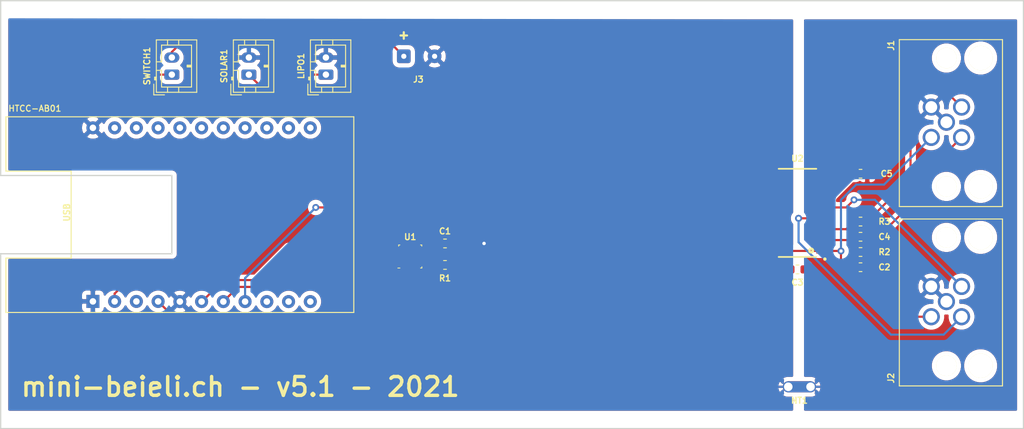
<source format=kicad_pcb>
(kicad_pcb (version 20171130) (host pcbnew 5.1.8-5.fc33)

  (general
    (thickness 1.6)
    (drawings 10)
    (tracks 131)
    (zones 0)
    (modules 18)
    (nets 19)
  )

  (page A4)
  (layers
    (0 F.Cu signal)
    (31 B.Cu signal)
    (32 B.Adhes user)
    (33 F.Adhes user)
    (34 B.Paste user)
    (35 F.Paste user)
    (36 B.SilkS user)
    (37 F.SilkS user)
    (38 B.Mask user)
    (39 F.Mask user)
    (40 Dwgs.User user)
    (41 Cmts.User user)
    (42 Eco1.User user)
    (43 Eco2.User user)
    (44 Edge.Cuts user)
    (45 Margin user)
    (46 B.CrtYd user)
    (47 F.CrtYd user)
    (48 B.Fab user)
    (49 F.Fab user)
  )

  (setup
    (last_trace_width 0.25)
    (trace_clearance 0.2)
    (zone_clearance 0.508)
    (zone_45_only no)
    (trace_min 0.2)
    (via_size 0.8)
    (via_drill 0.4)
    (via_min_size 0.4)
    (via_min_drill 0.3)
    (uvia_size 0.3)
    (uvia_drill 0.1)
    (uvias_allowed no)
    (uvia_min_size 0.2)
    (uvia_min_drill 0.1)
    (edge_width 0.05)
    (segment_width 0.2)
    (pcb_text_width 0.3)
    (pcb_text_size 1.5 1.5)
    (mod_edge_width 0.12)
    (mod_text_size 1 1)
    (mod_text_width 0.15)
    (pad_size 1.524 1.524)
    (pad_drill 0.762)
    (pad_to_mask_clearance 0.05)
    (aux_axis_origin 40 82.355)
    (grid_origin 40 82.355)
    (visible_elements FFFFFF7F)
    (pcbplotparams
      (layerselection 0x010f0_ffffffff)
      (usegerberextensions true)
      (usegerberattributes false)
      (usegerberadvancedattributes false)
      (creategerberjobfile false)
      (excludeedgelayer true)
      (linewidth 0.100000)
      (plotframeref false)
      (viasonmask false)
      (mode 1)
      (useauxorigin false)
      (hpglpennumber 1)
      (hpglpenspeed 20)
      (hpglpendiameter 15.000000)
      (psnegative false)
      (psa4output false)
      (plotreference true)
      (plotvalue true)
      (plotinvisibletext false)
      (padsonsilk false)
      (subtractmaskfromsilk false)
      (outputformat 1)
      (mirror false)
      (drillshape 0)
      (scaleselection 1)
      (outputdirectory "../pcbway-5.1/gerber/"))
  )

  (net 0 "")
  (net 1 GND)
  (net 2 /AGND)
  (net 3 VS)
  (net 4 /A_GREEN)
  (net 5 /A_WHITE)
  (net 6 /B_GREEN)
  (net 7 /B_WHITE)
  (net 8 /SDA)
  (net 9 /SCL)
  (net 10 /VEXT)
  (net 11 /GPIO0)
  (net 12 /AB_RED)
  (net 13 "Net-(R1-Pad2)")
  (net 14 "Net-(C4-Pad2)")
  (net 15 "Net-(C4-Pad1)")
  (net 16 "Net-(C5-Pad1)")
  (net 17 "Net-(J3-Pad1)")
  (net 18 "Net-(LIPO1-Pad1)")

  (net_class Default "This is the default net class."
    (clearance 0.2)
    (trace_width 0.25)
    (via_dia 0.8)
    (via_drill 0.4)
    (uvia_dia 0.3)
    (uvia_drill 0.1)
    (add_net /AB_RED)
    (add_net /AGND)
    (add_net /A_GREEN)
    (add_net /A_WHITE)
    (add_net /B_GREEN)
    (add_net /B_WHITE)
    (add_net /GPIO0)
    (add_net /SCL)
    (add_net /SDA)
    (add_net /VEXT)
    (add_net GND)
    (add_net "Net-(C4-Pad1)")
    (add_net "Net-(C4-Pad2)")
    (add_net "Net-(C5-Pad1)")
    (add_net "Net-(J3-Pad1)")
    (add_net "Net-(LIPO1-Pad1)")
    (add_net "Net-(R1-Pad2)")
    (add_net VS)
  )

  (module Connector_JST:JST_PH_B2B-PH-K_1x02_P2.00mm_Vertical (layer F.Cu) (tedit 5B7745C2) (tstamp 5FE739CE)
    (at 60 41 90)
    (descr "JST PH series connector, B2B-PH-K (http://www.jst-mfg.com/product/pdf/eng/ePH.pdf), generated with kicad-footprint-generator")
    (tags "connector JST PH side entry")
    (path /5FE8083E)
    (fp_text reference SWITCH1 (at 1 -2.9 90) (layer F.SilkS)
      (effects (font (size 0.7 0.7) (thickness 0.15)))
    )
    (fp_text value Conn_01x02_Female (at 1 4 90) (layer F.Fab)
      (effects (font (size 1 1) (thickness 0.15)))
    )
    (fp_line (start 4.45 -2.2) (end -2.45 -2.2) (layer F.CrtYd) (width 0.05))
    (fp_line (start 4.45 3.3) (end 4.45 -2.2) (layer F.CrtYd) (width 0.05))
    (fp_line (start -2.45 3.3) (end 4.45 3.3) (layer F.CrtYd) (width 0.05))
    (fp_line (start -2.45 -2.2) (end -2.45 3.3) (layer F.CrtYd) (width 0.05))
    (fp_line (start 3.95 -1.7) (end -1.95 -1.7) (layer F.Fab) (width 0.1))
    (fp_line (start 3.95 2.8) (end 3.95 -1.7) (layer F.Fab) (width 0.1))
    (fp_line (start -1.95 2.8) (end 3.95 2.8) (layer F.Fab) (width 0.1))
    (fp_line (start -1.95 -1.7) (end -1.95 2.8) (layer F.Fab) (width 0.1))
    (fp_line (start -2.36 -2.11) (end -2.36 -0.86) (layer F.Fab) (width 0.1))
    (fp_line (start -1.11 -2.11) (end -2.36 -2.11) (layer F.Fab) (width 0.1))
    (fp_line (start -2.36 -2.11) (end -2.36 -0.86) (layer F.SilkS) (width 0.12))
    (fp_line (start -1.11 -2.11) (end -2.36 -2.11) (layer F.SilkS) (width 0.12))
    (fp_line (start 1 2.3) (end 1 1.8) (layer F.SilkS) (width 0.12))
    (fp_line (start 1.1 1.8) (end 1.1 2.3) (layer F.SilkS) (width 0.12))
    (fp_line (start 0.9 1.8) (end 1.1 1.8) (layer F.SilkS) (width 0.12))
    (fp_line (start 0.9 2.3) (end 0.9 1.8) (layer F.SilkS) (width 0.12))
    (fp_line (start 4.06 0.8) (end 3.45 0.8) (layer F.SilkS) (width 0.12))
    (fp_line (start 4.06 -0.5) (end 3.45 -0.5) (layer F.SilkS) (width 0.12))
    (fp_line (start -2.06 0.8) (end -1.45 0.8) (layer F.SilkS) (width 0.12))
    (fp_line (start -2.06 -0.5) (end -1.45 -0.5) (layer F.SilkS) (width 0.12))
    (fp_line (start 1.5 -1.2) (end 1.5 -1.81) (layer F.SilkS) (width 0.12))
    (fp_line (start 3.45 -1.2) (end 1.5 -1.2) (layer F.SilkS) (width 0.12))
    (fp_line (start 3.45 2.3) (end 3.45 -1.2) (layer F.SilkS) (width 0.12))
    (fp_line (start -1.45 2.3) (end 3.45 2.3) (layer F.SilkS) (width 0.12))
    (fp_line (start -1.45 -1.2) (end -1.45 2.3) (layer F.SilkS) (width 0.12))
    (fp_line (start 0.5 -1.2) (end -1.45 -1.2) (layer F.SilkS) (width 0.12))
    (fp_line (start 0.5 -1.81) (end 0.5 -1.2) (layer F.SilkS) (width 0.12))
    (fp_line (start -0.3 -1.91) (end -0.6 -1.91) (layer F.SilkS) (width 0.12))
    (fp_line (start -0.6 -2.01) (end -0.6 -1.81) (layer F.SilkS) (width 0.12))
    (fp_line (start -0.3 -2.01) (end -0.6 -2.01) (layer F.SilkS) (width 0.12))
    (fp_line (start -0.3 -1.81) (end -0.3 -2.01) (layer F.SilkS) (width 0.12))
    (fp_line (start 4.06 -1.81) (end -2.06 -1.81) (layer F.SilkS) (width 0.12))
    (fp_line (start 4.06 2.91) (end 4.06 -1.81) (layer F.SilkS) (width 0.12))
    (fp_line (start -2.06 2.91) (end 4.06 2.91) (layer F.SilkS) (width 0.12))
    (fp_line (start -2.06 -1.81) (end -2.06 2.91) (layer F.SilkS) (width 0.12))
    (fp_text user %R (at 1 1.5 90) (layer F.Fab)
      (effects (font (size 1 1) (thickness 0.15)))
    )
    (pad 2 thru_hole oval (at 2 0 90) (size 1.2 1.75) (drill 0.75) (layers *.Cu *.Mask)
      (net 18 "Net-(LIPO1-Pad1)"))
    (pad 1 thru_hole roundrect (at 0 0 90) (size 1.2 1.75) (drill 0.75) (layers *.Cu *.Mask) (roundrect_rratio 0.2083325)
      (net 17 "Net-(J3-Pad1)"))
    (model ${KISYS3DMOD}/Connector_JST.3dshapes/JST_PH_B2B-PH-K_1x02_P2.00mm_Vertical.wrl
      (at (xyz 0 0 0))
      (scale (xyz 1 1 1))
      (rotate (xyz 0 0 0))
    )
  )

  (module Connector_JST:JST_PH_B2B-PH-K_1x02_P2.00mm_Vertical (layer F.Cu) (tedit 5B7745C2) (tstamp 5FE738DC)
    (at 78 41 90)
    (descr "JST PH series connector, B2B-PH-K (http://www.jst-mfg.com/product/pdf/eng/ePH.pdf), generated with kicad-footprint-generator")
    (tags "connector JST PH side entry")
    (path /5FE8567F)
    (fp_text reference LIPO1 (at 1 -2.9 90) (layer F.SilkS)
      (effects (font (size 0.7 0.7) (thickness 0.15)))
    )
    (fp_text value Conn_01x02_Female (at 1 4 90) (layer F.Fab)
      (effects (font (size 1 1) (thickness 0.15)))
    )
    (fp_line (start 4.45 -2.2) (end -2.45 -2.2) (layer F.CrtYd) (width 0.05))
    (fp_line (start 4.45 3.3) (end 4.45 -2.2) (layer F.CrtYd) (width 0.05))
    (fp_line (start -2.45 3.3) (end 4.45 3.3) (layer F.CrtYd) (width 0.05))
    (fp_line (start -2.45 -2.2) (end -2.45 3.3) (layer F.CrtYd) (width 0.05))
    (fp_line (start 3.95 -1.7) (end -1.95 -1.7) (layer F.Fab) (width 0.1))
    (fp_line (start 3.95 2.8) (end 3.95 -1.7) (layer F.Fab) (width 0.1))
    (fp_line (start -1.95 2.8) (end 3.95 2.8) (layer F.Fab) (width 0.1))
    (fp_line (start -1.95 -1.7) (end -1.95 2.8) (layer F.Fab) (width 0.1))
    (fp_line (start -2.36 -2.11) (end -2.36 -0.86) (layer F.Fab) (width 0.1))
    (fp_line (start -1.11 -2.11) (end -2.36 -2.11) (layer F.Fab) (width 0.1))
    (fp_line (start -2.36 -2.11) (end -2.36 -0.86) (layer F.SilkS) (width 0.12))
    (fp_line (start -1.11 -2.11) (end -2.36 -2.11) (layer F.SilkS) (width 0.12))
    (fp_line (start 1 2.3) (end 1 1.8) (layer F.SilkS) (width 0.12))
    (fp_line (start 1.1 1.8) (end 1.1 2.3) (layer F.SilkS) (width 0.12))
    (fp_line (start 0.9 1.8) (end 1.1 1.8) (layer F.SilkS) (width 0.12))
    (fp_line (start 0.9 2.3) (end 0.9 1.8) (layer F.SilkS) (width 0.12))
    (fp_line (start 4.06 0.8) (end 3.45 0.8) (layer F.SilkS) (width 0.12))
    (fp_line (start 4.06 -0.5) (end 3.45 -0.5) (layer F.SilkS) (width 0.12))
    (fp_line (start -2.06 0.8) (end -1.45 0.8) (layer F.SilkS) (width 0.12))
    (fp_line (start -2.06 -0.5) (end -1.45 -0.5) (layer F.SilkS) (width 0.12))
    (fp_line (start 1.5 -1.2) (end 1.5 -1.81) (layer F.SilkS) (width 0.12))
    (fp_line (start 3.45 -1.2) (end 1.5 -1.2) (layer F.SilkS) (width 0.12))
    (fp_line (start 3.45 2.3) (end 3.45 -1.2) (layer F.SilkS) (width 0.12))
    (fp_line (start -1.45 2.3) (end 3.45 2.3) (layer F.SilkS) (width 0.12))
    (fp_line (start -1.45 -1.2) (end -1.45 2.3) (layer F.SilkS) (width 0.12))
    (fp_line (start 0.5 -1.2) (end -1.45 -1.2) (layer F.SilkS) (width 0.12))
    (fp_line (start 0.5 -1.81) (end 0.5 -1.2) (layer F.SilkS) (width 0.12))
    (fp_line (start -0.3 -1.91) (end -0.6 -1.91) (layer F.SilkS) (width 0.12))
    (fp_line (start -0.6 -2.01) (end -0.6 -1.81) (layer F.SilkS) (width 0.12))
    (fp_line (start -0.3 -2.01) (end -0.6 -2.01) (layer F.SilkS) (width 0.12))
    (fp_line (start -0.3 -1.81) (end -0.3 -2.01) (layer F.SilkS) (width 0.12))
    (fp_line (start 4.06 -1.81) (end -2.06 -1.81) (layer F.SilkS) (width 0.12))
    (fp_line (start 4.06 2.91) (end 4.06 -1.81) (layer F.SilkS) (width 0.12))
    (fp_line (start -2.06 2.91) (end 4.06 2.91) (layer F.SilkS) (width 0.12))
    (fp_line (start -2.06 -1.81) (end -2.06 2.91) (layer F.SilkS) (width 0.12))
    (fp_text user %R (at 1 1.5 90) (layer F.Fab)
      (effects (font (size 1 1) (thickness 0.15)))
    )
    (pad 2 thru_hole oval (at 2 0 90) (size 1.2 1.75) (drill 0.75) (layers *.Cu *.Mask)
      (net 1 GND))
    (pad 1 thru_hole roundrect (at 0 0 90) (size 1.2 1.75) (drill 0.75) (layers *.Cu *.Mask) (roundrect_rratio 0.2083325)
      (net 18 "Net-(LIPO1-Pad1)"))
    (model ${KISYS3DMOD}/Connector_JST.3dshapes/JST_PH_B2B-PH-K_1x02_P2.00mm_Vertical.wrl
      (at (xyz 0 0 0))
      (scale (xyz 1 1 1))
      (rotate (xyz 0 0 0))
    )
  )

  (module Connector_Wire:SolderWire-0.1sqmm_1x02_P3.6mm_D0.4mm_OD1mm (layer F.Cu) (tedit 5EB70B42) (tstamp 5FE738B2)
    (at 87.1 38.855)
    (descr "Soldered wire connection, for 2 times 0.1 mm² wires, basic insulation, conductor diameter 0.4mm, outer diameter 1mm, size source Multi-Contact FLEXI-E 0.1 (https://ec.staubli.com/AcroFiles/Catalogues/TM_Cab-Main-11014119_(en)_hi.pdf), bend radius 3 times outer diameter, generated with kicad-footprint-generator")
    (tags "connector wire 0.1sqmm")
    (path /5FEA044E)
    (attr virtual)
    (fp_text reference J3 (at 1.7 2.7) (layer F.SilkS)
      (effects (font (size 0.7 0.7) (thickness 0.15)))
    )
    (fp_text value Conn_01x02 (at 1.8 2) (layer F.Fab)
      (effects (font (size 1 1) (thickness 0.15)))
    )
    (fp_circle (center 0 0) (end 0.5 0) (layer F.Fab) (width 0.1))
    (fp_circle (center 3.6 0) (end 4.1 0) (layer F.Fab) (width 0.1))
    (fp_line (start -1.3 -1.3) (end -1.3 1.3) (layer F.CrtYd) (width 0.05))
    (fp_line (start -1.3 1.3) (end 1.3 1.3) (layer F.CrtYd) (width 0.05))
    (fp_line (start 1.3 1.3) (end 1.3 -1.3) (layer F.CrtYd) (width 0.05))
    (fp_line (start 1.3 -1.3) (end -1.3 -1.3) (layer F.CrtYd) (width 0.05))
    (fp_line (start 2.3 -1.3) (end 2.3 1.3) (layer F.CrtYd) (width 0.05))
    (fp_line (start 2.3 1.3) (end 4.9 1.3) (layer F.CrtYd) (width 0.05))
    (fp_line (start 4.9 1.3) (end 4.9 -1.3) (layer F.CrtYd) (width 0.05))
    (fp_line (start 4.9 -1.3) (end 2.3 -1.3) (layer F.CrtYd) (width 0.05))
    (fp_text user %R (at 1.8 0 90) (layer F.Fab)
      (effects (font (size 0.65 0.65) (thickness 0.1)))
    )
    (pad 1 thru_hole roundrect (at 0 0) (size 1.6 1.6) (drill 0.6) (layers *.Cu *.Mask) (roundrect_rratio 0.15625)
      (net 17 "Net-(J3-Pad1)"))
    (pad 2 thru_hole circle (at 3.6 0) (size 1.6 1.6) (drill 0.6) (layers *.Cu *.Mask)
      (net 1 GND))
    (model ${KISYS3DMOD}/Connector_Wire.3dshapes/SolderWire-0.1sqmm_1x02_P3.6mm_D0.4mm_OD1mm.wrl
      (at (xyz 0 0 0))
      (scale (xyz 1 1 1))
      (rotate (xyz 0 0 0))
    )
  )

  (module SUPERCAP:HTCC-AB01 (layer F.Cu) (tedit 5F5271B4) (tstamp 5F52A954)
    (at 60.938 57.355 90)
    (descr HTCC-AB01)
    (tags HTCC-AB01)
    (path /5F6D2856)
    (attr virtual)
    (fp_text reference HTCC-AB01 (at 12.4 -16.938) (layer F.SilkS)
      (effects (font (size 0.7 0.7) (thickness 0.127)))
    )
    (fp_text value HTCC-AB01 (at 0 22.86 90) (layer F.SilkS) hide
      (effects (font (size 0.6096 0.6096) (thickness 0.127)))
    )
    (fp_line (start 5.08 -12.7) (end -5.08 -12.7) (layer Dwgs.User) (width 0.127))
    (fp_line (start 5.08 -20.32) (end 5.08 -12.7) (layer Dwgs.User) (width 0.127))
    (fp_line (start -5.08 -20.32) (end -11.43 -20.32) (layer Dwgs.User) (width 0.127))
    (fp_line (start 11.43 20.32) (end 11.43 -20.32) (layer Dwgs.User) (width 0.127))
    (fp_line (start -11.43 20.32) (end 11.43 20.32) (layer Dwgs.User) (width 0.127))
    (fp_line (start -11.43 -20.32) (end -11.43 20.32) (layer Dwgs.User) (width 0.127))
    (fp_line (start -5.08 -12.7) (end -5.08 -20.32) (layer Dwgs.User) (width 0.127))
    (fp_line (start -11.43 20.32) (end 11.43 20.32) (layer F.SilkS) (width 0.127))
    (fp_line (start 11.43 20.32) (end 11.43 -20.32) (layer F.SilkS) (width 0.127))
    (fp_line (start -5.08 -20.32) (end -11.43 -20.32) (layer F.SilkS) (width 0.127))
    (fp_line (start 5.08 -20.32) (end 5.08 -12.7) (layer F.SilkS) (width 0.127))
    (fp_line (start 5.08 -12.7) (end -5.08 -12.7) (layer F.SilkS) (width 0.127))
    (fp_line (start -11.43 -20.32) (end -11.43 20.32) (layer F.SilkS) (width 0.127))
    (fp_line (start -5.08 -12.7) (end -5.08 -20.32) (layer F.SilkS) (width 0.127))
    (fp_line (start 11.43 -20.32) (end 5.08 -20.32) (layer Dwgs.User) (width 0.127))
    (fp_line (start 11.43 -20.32) (end 5.08 -20.32) (layer Dwgs.User) (width 0.127))
    (fp_line (start 11.43 -20.32) (end 5.08 -20.32) (layer F.SilkS) (width 0.127))
    (fp_text user USB (at 0.254 -13.208 90) (layer F.SilkS)
      (effects (font (size 0.7 0.7) (thickness 0.1524)))
    )
    (pad 12 thru_hole circle (at 10.14 15.24 90) (size 1.524 1.524) (drill 0.762) (layers *.Cu *.Mask))
    (pad 13 thru_hole circle (at 10.14 12.7 90) (size 1.524 1.524) (drill 0.762) (layers *.Cu *.Mask))
    (pad 14 thru_hole circle (at 10.14 10.16 90) (size 1.524 1.524) (drill 0.762) (layers *.Cu *.Mask))
    (pad 15 thru_hole circle (at 10.14 7.62 90) (size 1.524 1.524) (drill 0.762) (layers *.Cu *.Mask))
    (pad 16 thru_hole circle (at 10.14 5.08 90) (size 1.524 1.524) (drill 0.762) (layers *.Cu *.Mask))
    (pad 17 thru_hole circle (at 10.14 2.54 90) (size 1.524 1.524) (drill 0.762) (layers *.Cu *.Mask))
    (pad 18 thru_hole circle (at 10.14 0 90) (size 1.524 1.524) (drill 0.762) (layers *.Cu *.Mask))
    (pad 19 thru_hole circle (at 10.14 -2.54 90) (size 1.524 1.524) (drill 0.762) (layers *.Cu *.Mask))
    (pad 20 thru_hole circle (at 10.14 -5.08 90) (size 1.524 1.524) (drill 0.762) (layers *.Cu *.Mask))
    (pad 21 thru_hole circle (at 10.14 -7.62 90) (size 1.524 1.524) (drill 0.762) (layers *.Cu *.Mask))
    (pad 22 thru_hole circle (at 10.14 -10.16 90) (size 1.524 1.524) (drill 0.762) (layers *.Cu *.Mask)
      (net 1 GND))
    (pad 11 thru_hole circle (at -10.16 15.24 90) (size 1.524 1.524) (drill 0.762) (layers *.Cu *.Mask))
    (pad 10 thru_hole circle (at -10.16 12.7 90) (size 1.524 1.524) (drill 0.762) (layers *.Cu *.Mask))
    (pad 9 thru_hole circle (at -10.16 10.16 90) (size 1.524 1.524) (drill 0.762) (layers *.Cu *.Mask))
    (pad 8 thru_hole circle (at -10.16 7.62 90) (size 1.524 1.524) (drill 0.762) (layers *.Cu *.Mask)
      (net 11 /GPIO0))
    (pad 7 thru_hole circle (at -10.16 5.08 90) (size 1.524 1.524) (drill 0.762) (layers *.Cu *.Mask)
      (net 8 /SDA))
    (pad 6 thru_hole circle (at -10.16 2.54 90) (size 1.524 1.524) (drill 0.762) (layers *.Cu *.Mask)
      (net 9 /SCL))
    (pad 5 thru_hole circle (at -10.16 0 90) (size 1.524 1.524) (drill 0.762) (layers *.Cu *.Mask)
      (net 1 GND))
    (pad 4 thru_hole circle (at -10.14 -2.54 90) (size 1.524 1.524) (drill 0.762) (layers *.Cu *.Mask)
      (net 10 /VEXT))
    (pad 3 thru_hole circle (at -10.14 -5.08 90) (size 1.524 1.524) (drill 0.762) (layers *.Cu *.Mask))
    (pad 2 thru_hole circle (at -10.14 -7.62 90) (size 1.524 1.524) (drill 0.762) (layers *.Cu *.Mask)
      (net 3 VS))
    (pad 1 thru_hole rect (at -10.14 -10.16 90) (size 1.524 1.524) (drill 0.762) (layers *.Cu *.Mask)
      (net 1 GND))
  )

  (module T4145015051-001:T4145015051-001 (layer F.Cu) (tedit 0) (tstamp 5F40EB68)
    (at 150.495 67.515 90)
    (path /602AD758)
    (fp_text reference J2 (at -8.939 -6.477 90) (layer F.SilkS)
      (effects (font (size 0.7 0.7) (thickness 0.15)))
    )
    (fp_text value T4145015051-001 (at -7.38206 7.25284 90) (layer F.SilkS) hide
      (effects (font (size 0.788591 0.788591) (thickness 0.05)))
    )
    (fp_line (start 9.65 -5.5) (end 9.65 6.55) (layer F.SilkS) (width 0.127))
    (fp_line (start -9.85 -5.5) (end 9.65 -5.5) (layer F.SilkS) (width 0.127))
    (fp_line (start -9.85 6.55) (end -9.85 -5.5) (layer F.SilkS) (width 0.127))
    (fp_line (start 9.65 6.55) (end -9.85 6.55) (layer F.SilkS) (width 0.127))
    (pad Hole np_thru_hole circle (at -7.5 4 90) (size 2.85 2.85) (drill 2.85) (layers *.Cu *.Mask F.SilkS))
    (pad Hole np_thru_hole circle (at -7.5 0 90) (size 2.4 2.4) (drill 2.4) (layers *.Cu *.Mask F.SilkS))
    (pad Hole np_thru_hole circle (at 7.5 4 90) (size 2.85 2.85) (drill 2.85) (layers *.Cu *.Mask F.SilkS))
    (pad Hole np_thru_hole circle (at 7.5 0 90) (size 2.4 2.4) (drill 2.4) (layers *.Cu *.Mask F.SilkS))
    (pad P$5 thru_hole circle (at 0 0 90) (size 2 2) (drill 1.4) (layers *.Cu *.Mask)
      (net 2 /AGND))
    (pad P$4 thru_hole circle (at 1.77 1.77 90) (size 2 2) (drill 1.4) (layers *.Cu *.Mask)
      (net 6 /B_GREEN))
    (pad P$3 thru_hole circle (at -1.77 1.77 90) (size 2 2) (drill 1.4) (layers *.Cu *.Mask)
      (net 7 /B_WHITE))
    (pad P$2 thru_hole circle (at 1.77 -1.77 90) (size 2 2) (drill 1.4) (layers *.Cu *.Mask)
      (net 2 /AGND))
    (pad P$1 thru_hole circle (at -1.77 -1.77 90) (size 2 2) (drill 1.4) (layers *.Cu *.Mask)
      (net 12 /AB_RED))
  )

  (module Package_LGA:Bosch_LGA-8_2.5x2.5mm_P0.65mm_ClockwisePinNumbering (layer F.Cu) (tedit 5A0FA816) (tstamp 5F4FFBE0)
    (at 87.852 62.246 90)
    (descr LGA-8)
    (tags "lga land grid array")
    (path /5F40DD10)
    (attr smd)
    (fp_text reference U1 (at 2.286 0) (layer F.SilkS)
      (effects (font (size 0.7 0.7) (thickness 0.15)))
    )
    (fp_text value BME280 (at 0.015 2.535 90) (layer F.Fab)
      (effects (font (size 1 1) (thickness 0.15)))
    )
    (fp_line (start -1.35 1.36) (end -1.2 1.36) (layer F.SilkS) (width 0.1))
    (fp_line (start -1.25 -0.5) (end -0.5 -1.25) (layer F.Fab) (width 0.1))
    (fp_line (start -1.35 1.35) (end -1.35 1.2) (layer F.SilkS) (width 0.1))
    (fp_line (start 1.35 1.35) (end 1.35 1.2) (layer F.SilkS) (width 0.1))
    (fp_line (start 1.35 1.35) (end 1.2 1.35) (layer F.SilkS) (width 0.1))
    (fp_line (start 1.2 -1.35) (end 1.35 -1.35) (layer F.SilkS) (width 0.1))
    (fp_line (start 1.35 -1.35) (end 1.35 -1.2) (layer F.SilkS) (width 0.1))
    (fp_line (start -1.35 -1.2) (end -1.35 -1.45) (layer F.SilkS) (width 0.1))
    (fp_line (start -1.25 1.25) (end -1.25 -0.5) (layer F.Fab) (width 0.1))
    (fp_line (start -0.5 -1.25) (end 1.25 -1.25) (layer F.Fab) (width 0.1))
    (fp_line (start 1.25 -1.25) (end 1.25 1.25) (layer F.Fab) (width 0.1))
    (fp_line (start 1.25 1.25) (end -1.25 1.25) (layer F.Fab) (width 0.1))
    (fp_line (start -1.41 1.54) (end -1.41 -1.54) (layer F.CrtYd) (width 0.05))
    (fp_line (start -1.41 -1.54) (end 1.41 -1.54) (layer F.CrtYd) (width 0.05))
    (fp_line (start 1.41 -1.54) (end 1.41 1.54) (layer F.CrtYd) (width 0.05))
    (fp_line (start 1.41 1.54) (end -1.41 1.54) (layer F.CrtYd) (width 0.05))
    (fp_text user %R (at 0 0 270) (layer F.Fab)
      (effects (font (size 0.5 0.5) (thickness 0.075)))
    )
    (pad 5 smd rect (at 0.975 1.025 180) (size 0.5 0.35) (layers F.Cu F.Paste F.Mask)
      (net 13 "Net-(R1-Pad2)"))
    (pad 6 smd rect (at 0.325 1.025 180) (size 0.5 0.35) (layers F.Cu F.Paste F.Mask)
      (net 10 /VEXT))
    (pad 7 smd rect (at -0.325 1.025 180) (size 0.5 0.35) (layers F.Cu F.Paste F.Mask)
      (net 1 GND))
    (pad 8 smd rect (at -0.975 1.025 180) (size 0.5 0.35) (layers F.Cu F.Paste F.Mask)
      (net 10 /VEXT))
    (pad 1 smd rect (at -0.975 -1.025 180) (size 0.5 0.35) (layers F.Cu F.Paste F.Mask)
      (net 1 GND))
    (pad 2 smd rect (at -0.325 -1.025 180) (size 0.5 0.35) (layers F.Cu F.Paste F.Mask)
      (net 10 /VEXT))
    (pad 3 smd rect (at 0.325 -1.025 180) (size 0.5 0.35) (layers F.Cu F.Paste F.Mask)
      (net 8 /SDA))
    (pad 4 smd rect (at 0.975 -1.025 180) (size 0.5 0.35) (layers F.Cu F.Paste F.Mask)
      (net 9 /SCL))
    (model ${KISYS3DMOD}/Package_LGA.3dshapes/Bosch_LGA-8_2.5x2.5mm_P0.65mm_ClockwisePinNumbering.wrl
      (offset (xyz 0.01500000025472259 -0.03500000059435272 0))
      (scale (xyz 1 1 1))
      (rotate (xyz 0 0 0))
    )
  )

  (module Resistor_SMD:R_0603_1608Metric (layer F.Cu) (tedit 5B301BBD) (tstamp 5F4FFADF)
    (at 91.916 63.232)
    (descr "Resistor SMD 0603 (1608 Metric), square (rectangular) end terminal, IPC_7351 nominal, (Body size source: http://www.tortai-tech.com/upload/download/2011102023233369053.pdf), generated with kicad-footprint-generator")
    (tags resistor)
    (path /5F6AF340)
    (attr smd)
    (fp_text reference R1 (at 0 1.554) (layer F.SilkS)
      (effects (font (size 0.7 0.7) (thickness 0.15)))
    )
    (fp_text value 10k (at 0 1.43) (layer F.Fab)
      (effects (font (size 1 1) (thickness 0.15)))
    )
    (fp_line (start -0.8 0.4) (end -0.8 -0.4) (layer F.Fab) (width 0.1))
    (fp_line (start -0.8 -0.4) (end 0.8 -0.4) (layer F.Fab) (width 0.1))
    (fp_line (start 0.8 -0.4) (end 0.8 0.4) (layer F.Fab) (width 0.1))
    (fp_line (start 0.8 0.4) (end -0.8 0.4) (layer F.Fab) (width 0.1))
    (fp_line (start -0.162779 -0.51) (end 0.162779 -0.51) (layer F.SilkS) (width 0.12))
    (fp_line (start -0.162779 0.51) (end 0.162779 0.51) (layer F.SilkS) (width 0.12))
    (fp_line (start -1.48 0.73) (end -1.48 -0.73) (layer F.CrtYd) (width 0.05))
    (fp_line (start -1.48 -0.73) (end 1.48 -0.73) (layer F.CrtYd) (width 0.05))
    (fp_line (start 1.48 -0.73) (end 1.48 0.73) (layer F.CrtYd) (width 0.05))
    (fp_line (start 1.48 0.73) (end -1.48 0.73) (layer F.CrtYd) (width 0.05))
    (fp_text user %R (at 0 0) (layer F.Fab)
      (effects (font (size 0.4 0.4) (thickness 0.06)))
    )
    (pad 2 smd roundrect (at 0.7875 0) (size 0.875 0.95) (layers F.Cu F.Paste F.Mask) (roundrect_rratio 0.25)
      (net 13 "Net-(R1-Pad2)"))
    (pad 1 smd roundrect (at -0.7875 0) (size 0.875 0.95) (layers F.Cu F.Paste F.Mask) (roundrect_rratio 0.25)
      (net 10 /VEXT))
    (model ${KISYS3DMOD}/Resistor_SMD.3dshapes/R_0603_1608Metric.wrl
      (at (xyz 0 0 0))
      (scale (xyz 1 1 1))
      (rotate (xyz 0 0 0))
    )
  )

  (module Capacitor_SMD:C_0603_1608Metric (layer F.Cu) (tedit 5B301BBE) (tstamp 5F4FF782)
    (at 91.916 60.722)
    (descr "Capacitor SMD 0603 (1608 Metric), square (rectangular) end terminal, IPC_7351 nominal, (Body size source: http://www.tortai-tech.com/upload/download/2011102023233369053.pdf), generated with kicad-footprint-generator")
    (tags capacitor)
    (path /5FD34EBD)
    (attr smd)
    (fp_text reference C1 (at 0 -1.43) (layer F.SilkS)
      (effects (font (size 0.7 0.7) (thickness 0.15)))
    )
    (fp_text value 0.1uF (at 0 1.43) (layer F.Fab)
      (effects (font (size 1 1) (thickness 0.15)))
    )
    (fp_line (start -0.8 0.4) (end -0.8 -0.4) (layer F.Fab) (width 0.1))
    (fp_line (start -0.8 -0.4) (end 0.8 -0.4) (layer F.Fab) (width 0.1))
    (fp_line (start 0.8 -0.4) (end 0.8 0.4) (layer F.Fab) (width 0.1))
    (fp_line (start 0.8 0.4) (end -0.8 0.4) (layer F.Fab) (width 0.1))
    (fp_line (start -0.162779 -0.51) (end 0.162779 -0.51) (layer F.SilkS) (width 0.12))
    (fp_line (start -0.162779 0.51) (end 0.162779 0.51) (layer F.SilkS) (width 0.12))
    (fp_line (start -1.48 0.73) (end -1.48 -0.73) (layer F.CrtYd) (width 0.05))
    (fp_line (start -1.48 -0.73) (end 1.48 -0.73) (layer F.CrtYd) (width 0.05))
    (fp_line (start 1.48 -0.73) (end 1.48 0.73) (layer F.CrtYd) (width 0.05))
    (fp_line (start 1.48 0.73) (end -1.48 0.73) (layer F.CrtYd) (width 0.05))
    (fp_text user %R (at 0 0) (layer F.Fab)
      (effects (font (size 0.4 0.4) (thickness 0.06)))
    )
    (pad 2 smd roundrect (at 0.7875 0) (size 0.875 0.95) (layers F.Cu F.Paste F.Mask) (roundrect_rratio 0.25)
      (net 1 GND))
    (pad 1 smd roundrect (at -0.7875 0) (size 0.875 0.95) (layers F.Cu F.Paste F.Mask) (roundrect_rratio 0.25)
      (net 10 /VEXT))
    (model ${KISYS3DMOD}/Capacitor_SMD.3dshapes/C_0603_1608Metric.wrl
      (at (xyz 0 0 0))
      (scale (xyz 1 1 1))
      (rotate (xyz 0 0 0))
    )
  )

  (module nau7802:SOIC127P700X210-16N (layer F.Cu) (tedit 5EA843BF) (tstamp 5F531CD1)
    (at 133.096 57.15 180)
    (path /5F41501D)
    (fp_text reference U2 (at 0 6.35) (layer F.SilkS)
      (effects (font (size 0.7 0.7) (thickness 0.15)))
    )
    (fp_text value NAU7802SOIC (at 0.254 7.874) (layer F.Fab)
      (effects (font (size 1 1) (thickness 0.015)))
    )
    (fp_circle (center -1.6 -4.4) (end -1.4 -4.4) (layer F.SilkS) (width 0.3))
    (fp_line (start -4.375 5.5) (end -4.375 -5.5) (layer F.CrtYd) (width 0.05))
    (fp_line (start 4.375 5.5) (end -4.375 5.5) (layer F.CrtYd) (width 0.05))
    (fp_line (start 4.375 -5.5) (end 4.375 5.5) (layer F.CrtYd) (width 0.05))
    (fp_line (start -4.375 -5.5) (end 4.375 -5.5) (layer F.CrtYd) (width 0.05))
    (fp_circle (center -3.2 -5.4) (end -3.1 -5.4) (layer F.SilkS) (width 0.2))
    (fp_line (start -2.2 5.15) (end -2.2 -5.15) (layer F.Fab) (width 0.2))
    (fp_line (start 2.2 5.15) (end -2.2 5.15) (layer F.SilkS) (width 0.2))
    (fp_line (start 2.2 -5.15) (end 2.2 5.15) (layer F.Fab) (width 0.2))
    (fp_line (start -2.2 -5.15) (end 2.2 -5.15) (layer F.SilkS) (width 0.2))
    (pad 1 smd rect (at -3.105 -4.445 180) (size 1.8 0.64) (layers F.Cu F.Paste F.Mask)
      (net 12 /AB_RED))
    (pad 2 smd rect (at -3.105 -3.175 180) (size 1.8 0.64) (layers F.Cu F.Paste F.Mask)
      (net 15 "Net-(C4-Pad1)"))
    (pad 3 smd rect (at -3.105 -1.905 180) (size 1.8 0.64) (layers F.Cu F.Paste F.Mask)
      (net 14 "Net-(C4-Pad2)"))
    (pad 4 smd rect (at -3.105 -0.635 180) (size 1.8 0.64) (layers F.Cu F.Paste F.Mask)
      (net 7 /B_WHITE))
    (pad 5 smd rect (at -3.105 0.635 180) (size 1.8 0.64) (layers F.Cu F.Paste F.Mask)
      (net 6 /B_GREEN))
    (pad 6 smd rect (at -3.105 1.905 180) (size 1.8 0.64) (layers F.Cu F.Paste F.Mask)
      (net 16 "Net-(C5-Pad1)"))
    (pad 7 smd rect (at -3.105 3.175 180) (size 1.8 0.64) (layers F.Cu F.Paste F.Mask)
      (net 2 /AGND))
    (pad 8 smd rect (at -3.105 4.445 180) (size 1.8 0.64) (layers F.Cu F.Paste F.Mask)
      (net 2 /AGND))
    (pad 9 smd rect (at 3.105 4.445 180) (size 1.8 0.64) (layers F.Cu F.Paste F.Mask)
      (net 1 GND))
    (pad 10 smd rect (at 3.105 3.175 180) (size 1.8 0.64) (layers F.Cu F.Paste F.Mask))
    (pad 11 smd rect (at 3.105 1.905 180) (size 1.8 0.64) (layers F.Cu F.Paste F.Mask))
    (pad 12 smd rect (at 3.105 0.635 180) (size 1.8 0.64) (layers F.Cu F.Paste F.Mask)
      (net 11 /GPIO0))
    (pad 13 smd rect (at 3.105 -0.635 180) (size 1.8 0.64) (layers F.Cu F.Paste F.Mask)
      (net 9 /SCL))
    (pad 14 smd rect (at 3.105 -1.905 180) (size 1.8 0.64) (layers F.Cu F.Paste F.Mask)
      (net 8 /SDA))
    (pad 15 smd rect (at 3.105 -3.175 180) (size 1.8 0.64) (layers F.Cu F.Paste F.Mask)
      (net 10 /VEXT))
    (pad 16 smd rect (at 3.105 -4.445 180) (size 1.8 0.64) (layers F.Cu F.Paste F.Mask)
      (net 12 /AB_RED))
  )

  (module Connector_JST:JST_PH_B2B-PH-K_1x02_P2.00mm_Vertical (layer F.Cu) (tedit 5B7745C2) (tstamp 5F40ED13)
    (at 69 41 90)
    (descr "JST PH series connector, B2B-PH-K (http://www.jst-mfg.com/product/pdf/eng/ePH.pdf), generated with kicad-footprint-generator")
    (tags "connector JST PH side entry")
    (path /5FC3F569)
    (fp_text reference SOLAR1 (at 1 -2.9 90) (layer F.SilkS)
      (effects (font (size 0.7 0.7) (thickness 0.15)))
    )
    (fp_text value Conn_01x02_Female (at 1 4 90) (layer F.Fab)
      (effects (font (size 1 1) (thickness 0.15)))
    )
    (fp_line (start -2.06 -1.81) (end -2.06 2.91) (layer F.SilkS) (width 0.12))
    (fp_line (start -2.06 2.91) (end 4.06 2.91) (layer F.SilkS) (width 0.12))
    (fp_line (start 4.06 2.91) (end 4.06 -1.81) (layer F.SilkS) (width 0.12))
    (fp_line (start 4.06 -1.81) (end -2.06 -1.81) (layer F.SilkS) (width 0.12))
    (fp_line (start -0.3 -1.81) (end -0.3 -2.01) (layer F.SilkS) (width 0.12))
    (fp_line (start -0.3 -2.01) (end -0.6 -2.01) (layer F.SilkS) (width 0.12))
    (fp_line (start -0.6 -2.01) (end -0.6 -1.81) (layer F.SilkS) (width 0.12))
    (fp_line (start -0.3 -1.91) (end -0.6 -1.91) (layer F.SilkS) (width 0.12))
    (fp_line (start 0.5 -1.81) (end 0.5 -1.2) (layer F.SilkS) (width 0.12))
    (fp_line (start 0.5 -1.2) (end -1.45 -1.2) (layer F.SilkS) (width 0.12))
    (fp_line (start -1.45 -1.2) (end -1.45 2.3) (layer F.SilkS) (width 0.12))
    (fp_line (start -1.45 2.3) (end 3.45 2.3) (layer F.SilkS) (width 0.12))
    (fp_line (start 3.45 2.3) (end 3.45 -1.2) (layer F.SilkS) (width 0.12))
    (fp_line (start 3.45 -1.2) (end 1.5 -1.2) (layer F.SilkS) (width 0.12))
    (fp_line (start 1.5 -1.2) (end 1.5 -1.81) (layer F.SilkS) (width 0.12))
    (fp_line (start -2.06 -0.5) (end -1.45 -0.5) (layer F.SilkS) (width 0.12))
    (fp_line (start -2.06 0.8) (end -1.45 0.8) (layer F.SilkS) (width 0.12))
    (fp_line (start 4.06 -0.5) (end 3.45 -0.5) (layer F.SilkS) (width 0.12))
    (fp_line (start 4.06 0.8) (end 3.45 0.8) (layer F.SilkS) (width 0.12))
    (fp_line (start 0.9 2.3) (end 0.9 1.8) (layer F.SilkS) (width 0.12))
    (fp_line (start 0.9 1.8) (end 1.1 1.8) (layer F.SilkS) (width 0.12))
    (fp_line (start 1.1 1.8) (end 1.1 2.3) (layer F.SilkS) (width 0.12))
    (fp_line (start 1 2.3) (end 1 1.8) (layer F.SilkS) (width 0.12))
    (fp_line (start -1.11 -2.11) (end -2.36 -2.11) (layer F.SilkS) (width 0.12))
    (fp_line (start -2.36 -2.11) (end -2.36 -0.86) (layer F.SilkS) (width 0.12))
    (fp_line (start -1.11 -2.11) (end -2.36 -2.11) (layer F.Fab) (width 0.1))
    (fp_line (start -2.36 -2.11) (end -2.36 -0.86) (layer F.Fab) (width 0.1))
    (fp_line (start -1.95 -1.7) (end -1.95 2.8) (layer F.Fab) (width 0.1))
    (fp_line (start -1.95 2.8) (end 3.95 2.8) (layer F.Fab) (width 0.1))
    (fp_line (start 3.95 2.8) (end 3.95 -1.7) (layer F.Fab) (width 0.1))
    (fp_line (start 3.95 -1.7) (end -1.95 -1.7) (layer F.Fab) (width 0.1))
    (fp_line (start -2.45 -2.2) (end -2.45 3.3) (layer F.CrtYd) (width 0.05))
    (fp_line (start -2.45 3.3) (end 4.45 3.3) (layer F.CrtYd) (width 0.05))
    (fp_line (start 4.45 3.3) (end 4.45 -2.2) (layer F.CrtYd) (width 0.05))
    (fp_line (start 4.45 -2.2) (end -2.45 -2.2) (layer F.CrtYd) (width 0.05))
    (fp_text user %R (at 1 1.5 90) (layer F.Fab)
      (effects (font (size 1 1) (thickness 0.15)))
    )
    (pad 2 thru_hole oval (at 2 0 90) (size 1.2 1.75) (drill 0.75) (layers *.Cu *.Mask)
      (net 1 GND))
    (pad 1 thru_hole roundrect (at 0 0 90) (size 1.2 1.75) (drill 0.75) (layers *.Cu *.Mask) (roundrect_rratio 0.2083325)
      (net 3 VS))
    (model ${KISYS3DMOD}/Connector_JST.3dshapes/JST_PH_B2B-PH-K_1x02_P2.00mm_Vertical.wrl
      (at (xyz 0 0 0))
      (scale (xyz 1 1 1))
      (rotate (xyz 0 0 0))
    )
  )

  (module Resistor_SMD:R_0603_1608Metric (layer F.Cu) (tedit 5B301BBD) (tstamp 5F49178F)
    (at 140.462 58.166)
    (descr "Resistor SMD 0603 (1608 Metric), square (rectangular) end terminal, IPC_7351 nominal, (Body size source: http://www.tortai-tech.com/upload/download/2011102023233369053.pdf), generated with kicad-footprint-generator")
    (tags resistor)
    (path /5F86CB81)
    (attr smd)
    (fp_text reference R3 (at 2.794 0) (layer F.SilkS)
      (effects (font (size 0.7 0.7) (thickness 0.15)))
    )
    (fp_text value 47 (at 0 1.43) (layer F.Fab)
      (effects (font (size 1 1) (thickness 0.15)))
    )
    (fp_line (start -0.8 0.4) (end -0.8 -0.4) (layer F.Fab) (width 0.1))
    (fp_line (start -0.8 -0.4) (end 0.8 -0.4) (layer F.Fab) (width 0.1))
    (fp_line (start 0.8 -0.4) (end 0.8 0.4) (layer F.Fab) (width 0.1))
    (fp_line (start 0.8 0.4) (end -0.8 0.4) (layer F.Fab) (width 0.1))
    (fp_line (start -0.162779 -0.51) (end 0.162779 -0.51) (layer F.SilkS) (width 0.12))
    (fp_line (start -0.162779 0.51) (end 0.162779 0.51) (layer F.SilkS) (width 0.12))
    (fp_line (start -1.48 0.73) (end -1.48 -0.73) (layer F.CrtYd) (width 0.05))
    (fp_line (start -1.48 -0.73) (end 1.48 -0.73) (layer F.CrtYd) (width 0.05))
    (fp_line (start 1.48 -0.73) (end 1.48 0.73) (layer F.CrtYd) (width 0.05))
    (fp_line (start 1.48 0.73) (end -1.48 0.73) (layer F.CrtYd) (width 0.05))
    (fp_text user %R (at 0 0) (layer F.Fab)
      (effects (font (size 0.4 0.4) (thickness 0.06)))
    )
    (pad 2 smd roundrect (at 0.7875 0) (size 0.875 0.95) (layers F.Cu F.Paste F.Mask) (roundrect_rratio 0.25)
      (net 4 /A_GREEN))
    (pad 1 smd roundrect (at -0.7875 0) (size 0.875 0.95) (layers F.Cu F.Paste F.Mask) (roundrect_rratio 0.25)
      (net 14 "Net-(C4-Pad2)"))
    (model ${KISYS3DMOD}/Resistor_SMD.3dshapes/R_0603_1608Metric.wrl
      (at (xyz 0 0 0))
      (scale (xyz 1 1 1))
      (rotate (xyz 0 0 0))
    )
  )

  (module Resistor_SMD:R_0603_1608Metric (layer F.Cu) (tedit 5B301BBD) (tstamp 5F40ECB6)
    (at 140.462 61.722)
    (descr "Resistor SMD 0603 (1608 Metric), square (rectangular) end terminal, IPC_7351 nominal, (Body size source: http://www.tortai-tech.com/upload/download/2011102023233369053.pdf), generated with kicad-footprint-generator")
    (tags resistor)
    (path /5F860866)
    (attr smd)
    (fp_text reference R2 (at 2.794 0) (layer F.SilkS)
      (effects (font (size 0.7 0.7) (thickness 0.15)))
    )
    (fp_text value 47 (at 0 1.43) (layer F.Fab)
      (effects (font (size 1 1) (thickness 0.15)))
    )
    (fp_line (start -0.8 0.4) (end -0.8 -0.4) (layer F.Fab) (width 0.1))
    (fp_line (start -0.8 -0.4) (end 0.8 -0.4) (layer F.Fab) (width 0.1))
    (fp_line (start 0.8 -0.4) (end 0.8 0.4) (layer F.Fab) (width 0.1))
    (fp_line (start 0.8 0.4) (end -0.8 0.4) (layer F.Fab) (width 0.1))
    (fp_line (start -0.162779 -0.51) (end 0.162779 -0.51) (layer F.SilkS) (width 0.12))
    (fp_line (start -0.162779 0.51) (end 0.162779 0.51) (layer F.SilkS) (width 0.12))
    (fp_line (start -1.48 0.73) (end -1.48 -0.73) (layer F.CrtYd) (width 0.05))
    (fp_line (start -1.48 -0.73) (end 1.48 -0.73) (layer F.CrtYd) (width 0.05))
    (fp_line (start 1.48 -0.73) (end 1.48 0.73) (layer F.CrtYd) (width 0.05))
    (fp_line (start 1.48 0.73) (end -1.48 0.73) (layer F.CrtYd) (width 0.05))
    (fp_text user %R (at 0 0) (layer F.Fab)
      (effects (font (size 0.4 0.4) (thickness 0.06)))
    )
    (pad 2 smd roundrect (at 0.7875 0) (size 0.875 0.95) (layers F.Cu F.Paste F.Mask) (roundrect_rratio 0.25)
      (net 5 /A_WHITE))
    (pad 1 smd roundrect (at -0.7875 0) (size 0.875 0.95) (layers F.Cu F.Paste F.Mask) (roundrect_rratio 0.25)
      (net 15 "Net-(C4-Pad1)"))
    (model ${KISYS3DMOD}/Resistor_SMD.3dshapes/R_0603_1608Metric.wrl
      (at (xyz 0 0 0))
      (scale (xyz 1 1 1))
      (rotate (xyz 0 0 0))
    )
  )

  (module NetTie:NetTie-2_THT_Pad1.0mm (layer F.Cu) (tedit 5A1CF824) (tstamp 5F48FD0A)
    (at 134.62 77.47 180)
    (descr "Net tie, 2 pin, 1.0mm round THT pads")
    (tags "net tie")
    (path /6045DF23)
    (attr virtual)
    (fp_text reference NT1 (at 1.3 -1.6) (layer F.SilkS)
      (effects (font (size 0.7 0.7) (thickness 0.15)))
    )
    (fp_text value Net-Tie_2 (at 1.3 1.6) (layer F.Fab)
      (effects (font (size 1 1) (thickness 0.15)))
    )
    (fp_poly (pts (xy 0 -0.65) (xy 2.6 -0.65) (xy 2.6 0.65) (xy 0 0.65)) (layer F.Cu) (width 0))
    (fp_poly (pts (xy 0 -0.65) (xy 2.6 -0.65) (xy 2.6 0.65) (xy 0 0.65)) (layer B.Cu) (width 0))
    (fp_line (start -0.9 0.9) (end -0.9 -0.9) (layer F.CrtYd) (width 0.05))
    (fp_line (start 3.5 0.9) (end -0.9 0.9) (layer F.CrtYd) (width 0.05))
    (fp_line (start 3.5 -0.9) (end 3.5 0.9) (layer F.CrtYd) (width 0.05))
    (fp_line (start -0.9 -0.9) (end 3.5 -0.9) (layer F.CrtYd) (width 0.05))
    (pad 2 thru_hole circle (at 2.6 0 180) (size 1.3 1.3) (drill 1) (layers *.Cu)
      (net 1 GND))
    (pad 1 thru_hole circle (at 0 0 180) (size 1.3 1.3) (drill 1) (layers *.Cu)
      (net 2 /AGND))
  )

  (module T4145015051-001:T4145015051-001 (layer F.Cu) (tedit 0) (tstamp 5F40EB57)
    (at 150.495 46.56 90)
    (path /601E2EC5)
    (fp_text reference J1 (at 8.968 -6.477 90) (layer F.SilkS)
      (effects (font (size 0.7 0.7) (thickness 0.15)))
    )
    (fp_text value T4145015051-001 (at -7.38206 7.25284 90) (layer F.SilkS) hide
      (effects (font (size 0.788591 0.788591) (thickness 0.05)))
    )
    (fp_line (start 9.65 -5.5) (end 9.65 6.55) (layer F.SilkS) (width 0.127))
    (fp_line (start -9.85 -5.5) (end 9.65 -5.5) (layer F.SilkS) (width 0.127))
    (fp_line (start -9.85 6.55) (end -9.85 -5.5) (layer F.SilkS) (width 0.127))
    (fp_line (start 9.65 6.55) (end -9.85 6.55) (layer F.SilkS) (width 0.127))
    (pad Hole np_thru_hole circle (at -7.5 4 90) (size 2.85 2.85) (drill 2.85) (layers *.Cu *.Mask F.SilkS))
    (pad Hole np_thru_hole circle (at -7.5 0 90) (size 2.4 2.4) (drill 2.4) (layers *.Cu *.Mask F.SilkS))
    (pad Hole np_thru_hole circle (at 7.5 4 90) (size 2.85 2.85) (drill 2.85) (layers *.Cu *.Mask F.SilkS))
    (pad Hole np_thru_hole circle (at 7.5 0 90) (size 2.4 2.4) (drill 2.4) (layers *.Cu *.Mask F.SilkS))
    (pad P$5 thru_hole circle (at 0 0 90) (size 2 2) (drill 1.4) (layers *.Cu *.Mask)
      (net 2 /AGND))
    (pad P$4 thru_hole circle (at 1.77 1.77 90) (size 2 2) (drill 1.4) (layers *.Cu *.Mask)
      (net 4 /A_GREEN))
    (pad P$3 thru_hole circle (at -1.77 1.77 90) (size 2 2) (drill 1.4) (layers *.Cu *.Mask)
      (net 5 /A_WHITE))
    (pad P$2 thru_hole circle (at 1.77 -1.77 90) (size 2 2) (drill 1.4) (layers *.Cu *.Mask)
      (net 2 /AGND))
    (pad P$1 thru_hole circle (at -1.77 -1.77 90) (size 2 2) (drill 1.4) (layers *.Cu *.Mask)
      (net 12 /AB_RED))
  )

  (module Capacitor_SMD:C_0603_1608Metric (layer F.Cu) (tedit 5B301BBE) (tstamp 5F4905FE)
    (at 140.462 52.578)
    (descr "Capacitor SMD 0603 (1608 Metric), square (rectangular) end terminal, IPC_7351 nominal, (Body size source: http://www.tortai-tech.com/upload/download/2011102023233369053.pdf), generated with kicad-footprint-generator")
    (tags capacitor)
    (path /5F720CB8)
    (attr smd)
    (fp_text reference C5 (at 3.048 0) (layer F.SilkS)
      (effects (font (size 0.7 0.7) (thickness 0.15)))
    )
    (fp_text value 0.1uF (at 0 1.43) (layer F.Fab)
      (effects (font (size 1 1) (thickness 0.15)))
    )
    (fp_line (start -0.8 0.4) (end -0.8 -0.4) (layer F.Fab) (width 0.1))
    (fp_line (start -0.8 -0.4) (end 0.8 -0.4) (layer F.Fab) (width 0.1))
    (fp_line (start 0.8 -0.4) (end 0.8 0.4) (layer F.Fab) (width 0.1))
    (fp_line (start 0.8 0.4) (end -0.8 0.4) (layer F.Fab) (width 0.1))
    (fp_line (start -0.162779 -0.51) (end 0.162779 -0.51) (layer F.SilkS) (width 0.12))
    (fp_line (start -0.162779 0.51) (end 0.162779 0.51) (layer F.SilkS) (width 0.12))
    (fp_line (start -1.48 0.73) (end -1.48 -0.73) (layer F.CrtYd) (width 0.05))
    (fp_line (start -1.48 -0.73) (end 1.48 -0.73) (layer F.CrtYd) (width 0.05))
    (fp_line (start 1.48 -0.73) (end 1.48 0.73) (layer F.CrtYd) (width 0.05))
    (fp_line (start 1.48 0.73) (end -1.48 0.73) (layer F.CrtYd) (width 0.05))
    (fp_text user %R (at 0 0) (layer F.Fab)
      (effects (font (size 0.4 0.4) (thickness 0.06)))
    )
    (pad 2 smd roundrect (at 0.7875 0) (size 0.875 0.95) (layers F.Cu F.Paste F.Mask) (roundrect_rratio 0.25)
      (net 2 /AGND))
    (pad 1 smd roundrect (at -0.7875 0) (size 0.875 0.95) (layers F.Cu F.Paste F.Mask) (roundrect_rratio 0.25)
      (net 16 "Net-(C5-Pad1)"))
    (model ${KISYS3DMOD}/Capacitor_SMD.3dshapes/C_0603_1608Metric.wrl
      (at (xyz 0 0 0))
      (scale (xyz 1 1 1))
      (rotate (xyz 0 0 0))
    )
  )

  (module Capacitor_SMD:C_0603_1608Metric (layer F.Cu) (tedit 5B301BBE) (tstamp 5F49097D)
    (at 140.462 59.944)
    (descr "Capacitor SMD 0603 (1608 Metric), square (rectangular) end terminal, IPC_7351 nominal, (Body size source: http://www.tortai-tech.com/upload/download/2011102023233369053.pdf), generated with kicad-footprint-generator")
    (tags capacitor)
    (path /5F78BFC8)
    (attr smd)
    (fp_text reference C4 (at 2.794 0) (layer F.SilkS)
      (effects (font (size 0.7 0.7) (thickness 0.15)))
    )
    (fp_text value 0.1uF (at 0 1.43) (layer F.Fab)
      (effects (font (size 1 1) (thickness 0.15)))
    )
    (fp_line (start -0.8 0.4) (end -0.8 -0.4) (layer F.Fab) (width 0.1))
    (fp_line (start -0.8 -0.4) (end 0.8 -0.4) (layer F.Fab) (width 0.1))
    (fp_line (start 0.8 -0.4) (end 0.8 0.4) (layer F.Fab) (width 0.1))
    (fp_line (start 0.8 0.4) (end -0.8 0.4) (layer F.Fab) (width 0.1))
    (fp_line (start -0.162779 -0.51) (end 0.162779 -0.51) (layer F.SilkS) (width 0.12))
    (fp_line (start -0.162779 0.51) (end 0.162779 0.51) (layer F.SilkS) (width 0.12))
    (fp_line (start -1.48 0.73) (end -1.48 -0.73) (layer F.CrtYd) (width 0.05))
    (fp_line (start -1.48 -0.73) (end 1.48 -0.73) (layer F.CrtYd) (width 0.05))
    (fp_line (start 1.48 -0.73) (end 1.48 0.73) (layer F.CrtYd) (width 0.05))
    (fp_line (start 1.48 0.73) (end -1.48 0.73) (layer F.CrtYd) (width 0.05))
    (fp_text user %R (at 0 0) (layer F.Fab)
      (effects (font (size 0.4 0.4) (thickness 0.06)))
    )
    (pad 2 smd roundrect (at 0.7875 0) (size 0.875 0.95) (layers F.Cu F.Paste F.Mask) (roundrect_rratio 0.25)
      (net 14 "Net-(C4-Pad2)"))
    (pad 1 smd roundrect (at -0.7875 0) (size 0.875 0.95) (layers F.Cu F.Paste F.Mask) (roundrect_rratio 0.25)
      (net 15 "Net-(C4-Pad1)"))
    (model ${KISYS3DMOD}/Capacitor_SMD.3dshapes/C_0603_1608Metric.wrl
      (at (xyz 0 0 0))
      (scale (xyz 1 1 1))
      (rotate (xyz 0 0 0))
    )
  )

  (module Capacitor_SMD:C_0603_1608Metric (layer F.Cu) (tedit 5B301BBE) (tstamp 5F492481)
    (at 133.096 63.754)
    (descr "Capacitor SMD 0603 (1608 Metric), square (rectangular) end terminal, IPC_7351 nominal, (Body size source: http://www.tortai-tech.com/upload/download/2011102023233369053.pdf), generated with kicad-footprint-generator")
    (tags capacitor)
    (path /5F7C8E30)
    (attr smd)
    (fp_text reference C3 (at 0 1.524) (layer F.SilkS)
      (effects (font (size 0.7 0.7) (thickness 0.15)))
    )
    (fp_text value 1uF (at 0 3.302) (layer F.Fab)
      (effects (font (size 1 1) (thickness 0.15)))
    )
    (fp_line (start -0.8 0.4) (end -0.8 -0.4) (layer F.Fab) (width 0.1))
    (fp_line (start -0.8 -0.4) (end 0.8 -0.4) (layer F.Fab) (width 0.1))
    (fp_line (start 0.8 -0.4) (end 0.8 0.4) (layer F.Fab) (width 0.1))
    (fp_line (start 0.8 0.4) (end -0.8 0.4) (layer F.Fab) (width 0.1))
    (fp_line (start -0.162779 -0.51) (end 0.162779 -0.51) (layer F.SilkS) (width 0.12))
    (fp_line (start -0.162779 0.51) (end 0.162779 0.51) (layer F.SilkS) (width 0.12))
    (fp_line (start -1.48 0.73) (end -1.48 -0.73) (layer F.CrtYd) (width 0.05))
    (fp_line (start -1.48 -0.73) (end 1.48 -0.73) (layer F.CrtYd) (width 0.05))
    (fp_line (start 1.48 -0.73) (end 1.48 0.73) (layer F.CrtYd) (width 0.05))
    (fp_line (start 1.48 0.73) (end -1.48 0.73) (layer F.CrtYd) (width 0.05))
    (fp_text user %R (at 0 0) (layer F.Fab)
      (effects (font (size 0.4 0.4) (thickness 0.06)))
    )
    (pad 2 smd roundrect (at 0.7875 0) (size 0.875 0.95) (layers F.Cu F.Paste F.Mask) (roundrect_rratio 0.25)
      (net 2 /AGND))
    (pad 1 smd roundrect (at -0.7875 0) (size 0.875 0.95) (layers F.Cu F.Paste F.Mask) (roundrect_rratio 0.25)
      (net 12 /AB_RED))
    (model ${KISYS3DMOD}/Capacitor_SMD.3dshapes/C_0603_1608Metric.wrl
      (at (xyz 0 0 0))
      (scale (xyz 1 1 1))
      (rotate (xyz 0 0 0))
    )
  )

  (module Capacitor_SMD:C_0603_1608Metric (layer F.Cu) (tedit 5B301BBE) (tstamp 5F40EA49)
    (at 140.462 63.5)
    (descr "Capacitor SMD 0603 (1608 Metric), square (rectangular) end terminal, IPC_7351 nominal, (Body size source: http://www.tortai-tech.com/upload/download/2011102023233369053.pdf), generated with kicad-footprint-generator")
    (tags capacitor)
    (path /5F853CE7)
    (attr smd)
    (fp_text reference C2 (at 2.794 0) (layer F.SilkS)
      (effects (font (size 0.7 0.7) (thickness 0.15)))
    )
    (fp_text value 0.1uF (at 0 1.43) (layer F.Fab)
      (effects (font (size 1 1) (thickness 0.15)))
    )
    (fp_line (start -0.8 0.4) (end -0.8 -0.4) (layer F.Fab) (width 0.1))
    (fp_line (start -0.8 -0.4) (end 0.8 -0.4) (layer F.Fab) (width 0.1))
    (fp_line (start 0.8 -0.4) (end 0.8 0.4) (layer F.Fab) (width 0.1))
    (fp_line (start 0.8 0.4) (end -0.8 0.4) (layer F.Fab) (width 0.1))
    (fp_line (start -0.162779 -0.51) (end 0.162779 -0.51) (layer F.SilkS) (width 0.12))
    (fp_line (start -0.162779 0.51) (end 0.162779 0.51) (layer F.SilkS) (width 0.12))
    (fp_line (start -1.48 0.73) (end -1.48 -0.73) (layer F.CrtYd) (width 0.05))
    (fp_line (start -1.48 -0.73) (end 1.48 -0.73) (layer F.CrtYd) (width 0.05))
    (fp_line (start 1.48 -0.73) (end 1.48 0.73) (layer F.CrtYd) (width 0.05))
    (fp_line (start 1.48 0.73) (end -1.48 0.73) (layer F.CrtYd) (width 0.05))
    (fp_text user %R (at 0 0) (layer F.Fab)
      (effects (font (size 0.4 0.4) (thickness 0.06)))
    )
    (pad 2 smd roundrect (at 0.7875 0) (size 0.875 0.95) (layers F.Cu F.Paste F.Mask) (roundrect_rratio 0.25)
      (net 2 /AGND))
    (pad 1 smd roundrect (at -0.7875 0) (size 0.875 0.95) (layers F.Cu F.Paste F.Mask) (roundrect_rratio 0.25)
      (net 12 /AB_RED))
    (model ${KISYS3DMOD}/Capacitor_SMD.3dshapes/C_0603_1608Metric.wrl
      (at (xyz 0 0 0))
      (scale (xyz 1 1 1))
      (rotate (xyz 0 0 0))
    )
  )

  (gr_text + (at 87.1 36.355) (layer F.SilkS)
    (effects (font (size 1 1) (thickness 0.25)))
  )
  (gr_text "mini-beieli.ch - v5.1 - 2021" (at 68 77.47) (layer F.SilkS) (tstamp 5F538405)
    (effects (font (size 2.2 2.2) (thickness 0.4)))
  )
  (gr_line (start 60 61.927) (end 60 52.783) (layer Edge.Cuts) (width 0.15) (tstamp 5F53BBDC))
  (gr_line (start 40 61.927) (end 60 61.927) (layer Edge.Cuts) (width 0.15) (tstamp 5F53BBD2))
  (gr_line (start 40 52.783) (end 60 52.783) (layer Edge.Cuts) (width 0.15) (tstamp 5F53BBC4))
  (gr_line (start 40 52.783) (end 40 32.355) (layer Edge.Cuts) (width 0.15) (tstamp 5F53BBB4))
  (gr_line (start 40 82.355) (end 40 61.927) (layer Edge.Cuts) (width 0.15) (tstamp 5F48EBD2))
  (gr_line (start 159.5 82.355) (end 40 82.355) (layer Edge.Cuts) (width 0.15))
  (gr_line (start 159.5 32.355) (end 159.5 82.355) (layer Edge.Cuts) (width 0.15))
  (gr_line (start 40 32.355) (end 159.5 32.355) (layer Edge.Cuts) (width 0.15))

  (segment (start 132.02 77.47) (end 129.54 77.47) (width 0.25) (layer F.Cu) (net 1))
  (segment (start 132.02 77.47) (end 129.54 77.47) (width 0.25) (layer B.Cu) (net 1))
  (segment (start 87.880588 63.221) (end 88.530588 62.571) (width 0.25) (layer F.Cu) (net 1))
  (segment (start 88.530588 62.571) (end 88.877 62.571) (width 0.25) (layer F.Cu) (net 1))
  (segment (start 86.827 63.221) (end 87.880588 63.221) (width 0.25) (layer F.Cu) (net 1))
  (segment (start 92.7035 60.722) (end 96.478 60.722) (width 0.25) (layer F.Cu) (net 1))
  (segment (start 96.478 60.722) (end 96.622 60.722) (width 0.25) (layer F.Cu) (net 1) (tstamp 5FE5012A))
  (via (at 96.478 60.722) (size 0.8) (drill 0.4) (layers F.Cu B.Cu) (net 1))
  (segment (start 134.62 77.47) (end 137.668 77.47) (width 0.25) (layer F.Cu) (net 2))
  (segment (start 134.62 77.47) (end 137.668 77.47) (width 0.25) (layer B.Cu) (net 2))
  (segment (start 53.318 66.582) (end 53.318 67.495) (width 0.25) (layer F.Cu) (net 3))
  (segment (start 66.4 64) (end 55.9 64) (width 0.25) (layer F.Cu) (net 3))
  (segment (start 78.9 51.5) (end 66.4 64) (width 0.25) (layer F.Cu) (net 3))
  (segment (start 78.9 45.955) (end 78.9 51.5) (width 0.25) (layer F.Cu) (net 3))
  (segment (start 55.9 64) (end 53.318 66.582) (width 0.25) (layer F.Cu) (net 3))
  (segment (start 77.3 44.355) (end 78.9 45.955) (width 0.25) (layer F.Cu) (net 3))
  (segment (start 72.355 44.355) (end 77.3 44.355) (width 0.25) (layer F.Cu) (net 3))
  (segment (start 69 41) (end 72.355 44.355) (width 0.25) (layer F.Cu) (net 3))
  (segment (start 141.2495 58.166) (end 146.304 53.1115) (width 0.25) (layer F.Cu) (net 4))
  (segment (start 146.304 53.1115) (end 146.304 43.942) (width 0.25) (layer F.Cu) (net 4))
  (segment (start 146.304 43.942) (end 147.828 42.418) (width 0.25) (layer F.Cu) (net 4))
  (segment (start 149.893 42.418) (end 152.265 44.79) (width 0.25) (layer F.Cu) (net 4))
  (segment (start 147.828 42.418) (end 149.893 42.418) (width 0.25) (layer F.Cu) (net 4))
  (segment (start 141.2495 61.247) (end 148.082 54.4145) (width 0.25) (layer F.Cu) (net 5))
  (segment (start 141.2495 61.722) (end 141.2495 61.247) (width 0.25) (layer F.Cu) (net 5))
  (segment (start 148.082 52.513) (end 152.265 48.33) (width 0.25) (layer F.Cu) (net 5))
  (segment (start 148.082 54.4145) (end 148.082 52.513) (width 0.25) (layer F.Cu) (net 5))
  (segment (start 152.265 65.745) (end 142.146 55.626) (width 0.25) (layer B.Cu) (net 6))
  (segment (start 142.146 55.626) (end 139.7 55.626) (width 0.25) (layer B.Cu) (net 6))
  (segment (start 139.7 55.626) (end 139.7 55.626) (width 0.25) (layer B.Cu) (net 6) (tstamp 5F52F71C))
  (via (at 139.7 55.626) (size 0.8) (drill 0.4) (layers F.Cu B.Cu) (net 6))
  (segment (start 138.811 56.515) (end 136.201 56.515) (width 0.25) (layer F.Cu) (net 6))
  (segment (start 139.7 55.626) (end 138.811 56.515) (width 0.25) (layer F.Cu) (net 6))
  (segment (start 152.265 69.731) (end 152.265 69.285) (width 0.25) (layer F.Cu) (net 7))
  (segment (start 136.201 57.785) (end 133.223 57.785) (width 0.25) (layer F.Cu) (net 7))
  (segment (start 133.223 57.785) (end 133.223 57.785) (width 0.25) (layer F.Cu) (net 7) (tstamp 5F52F6A8))
  (via (at 133.223 57.785) (size 0.8) (drill 0.4) (layers F.Cu B.Cu) (net 7))
  (segment (start 133.223 57.785) (end 133.223 57.785) (width 0.25) (layer F.Cu) (net 7) (tstamp 5F52F6AA))
  (via (at 133.223 57.785) (size 0.8) (drill 0.4) (layers F.Cu B.Cu) (net 7))
  (segment (start 133.223 57.785) (end 133.223 60.579) (width 0.25) (layer B.Cu) (net 7))
  (segment (start 133.223 60.579) (end 144.018 71.374) (width 0.25) (layer B.Cu) (net 7))
  (segment (start 150.176 71.374) (end 152.265 69.285) (width 0.25) (layer B.Cu) (net 7))
  (segment (start 144.018 71.374) (end 150.176 71.374) (width 0.25) (layer B.Cu) (net 7))
  (segment (start 66.018 67.515) (end 67.733 65.8) (width 0.25) (layer F.Cu) (net 8))
  (segment (start 67.733 65.8) (end 71.1 65.8) (width 0.25) (layer F.Cu) (net 8))
  (segment (start 74.979 61.921) (end 86.827 61.921) (width 0.25) (layer F.Cu) (net 8))
  (segment (start 71.1 65.8) (end 74.979 61.921) (width 0.25) (layer F.Cu) (net 8))
  (segment (start 89.245 59.055) (end 129.991 59.055) (width 0.25) (layer F.Cu) (net 8))
  (segment (start 87.402001 60.897999) (end 89.245 59.055) (width 0.25) (layer F.Cu) (net 8))
  (segment (start 87.402001 61.706001) (end 87.402001 60.897999) (width 0.25) (layer F.Cu) (net 8))
  (segment (start 86.827 61.771001) (end 87.337001 61.771001) (width 0.25) (layer F.Cu) (net 8))
  (segment (start 87.337001 61.771001) (end 87.402001 61.706001) (width 0.25) (layer F.Cu) (net 8))
  (segment (start 86.827 61.921) (end 86.827 61.771001) (width 0.25) (layer F.Cu) (net 8))
  (segment (start 63.52141 67.515) (end 66.03641 65) (width 0.25) (layer F.Cu) (net 9))
  (segment (start 63.478 67.515) (end 63.52141 67.515) (width 0.25) (layer F.Cu) (net 9))
  (segment (start 66.03641 65) (end 69.9 65) (width 0.25) (layer F.Cu) (net 9))
  (segment (start 73.629 61.271) (end 86.827 61.271) (width 0.25) (layer F.Cu) (net 9))
  (segment (start 69.9 65) (end 73.629 61.271) (width 0.25) (layer F.Cu) (net 9))
  (segment (start 86.827 61.271) (end 86.827 60.173) (width 0.25) (layer F.Cu) (net 9))
  (segment (start 89.215 57.785) (end 129.991 57.785) (width 0.25) (layer F.Cu) (net 9))
  (segment (start 86.827 60.173) (end 89.215 57.785) (width 0.25) (layer F.Cu) (net 9))
  (segment (start 87.977 61.921) (end 88.877 61.921) (width 0.25) (layer F.Cu) (net 10))
  (segment (start 87.327 62.571) (end 87.977 61.921) (width 0.25) (layer F.Cu) (net 10))
  (segment (start 86.827 62.571) (end 87.327 62.571) (width 0.25) (layer F.Cu) (net 10))
  (segment (start 91.1175 63.221) (end 91.1285 63.232) (width 0.25) (layer F.Cu) (net 10))
  (segment (start 88.877 63.221) (end 91.1175 63.221) (width 0.25) (layer F.Cu) (net 10))
  (segment (start 91.154 63.2575) (end 91.1285 63.232) (width 0.25) (layer F.Cu) (net 10))
  (segment (start 89.8175 61.921) (end 91.1285 63.232) (width 0.25) (layer F.Cu) (net 10))
  (segment (start 88.877 61.921) (end 89.8175 61.921) (width 0.25) (layer F.Cu) (net 10))
  (segment (start 88.516998 61.921) (end 88.877 61.921) (width 0.25) (layer F.Cu) (net 10))
  (segment (start 58.398 67.495) (end 60.603 69.7) (width 0.25) (layer F.Cu) (net 10))
  (segment (start 86.466998 62.571) (end 86.827 62.571) (width 0.25) (layer F.Cu) (net 10))
  (segment (start 79.337998 69.7) (end 86.466998 62.571) (width 0.25) (layer F.Cu) (net 10))
  (segment (start 60.603 69.7) (end 79.337998 69.7) (width 0.25) (layer F.Cu) (net 10))
  (segment (start 88.415998 60.722) (end 91.1285 60.722) (width 0.25) (layer F.Cu) (net 10))
  (segment (start 87.977 61.160998) (end 88.415998 60.722) (width 0.25) (layer F.Cu) (net 10))
  (segment (start 87.977 61.921) (end 87.977 61.160998) (width 0.25) (layer F.Cu) (net 10))
  (segment (start 128.841 60.325) (end 129.991 60.325) (width 0.25) (layer F.Cu) (net 10))
  (segment (start 124.166 65) (end 128.841 60.325) (width 0.25) (layer F.Cu) (net 10))
  (segment (start 92.9 65) (end 124.166 65) (width 0.25) (layer F.Cu) (net 10))
  (segment (start 91.93201 64.03201) (end 92.9 65) (width 0.25) (layer F.Cu) (net 10))
  (segment (start 91.92851 64.03201) (end 91.93201 64.03201) (width 0.25) (layer F.Cu) (net 10))
  (segment (start 91.1285 63.232) (end 91.92851 64.03201) (width 0.25) (layer F.Cu) (net 10))
  (segment (start 129.991 56.515) (end 76.815 56.515) (width 0.25) (layer F.Cu) (net 11))
  (segment (start 76.815 56.515) (end 76.815 56.515) (width 0.25) (layer F.Cu) (net 11) (tstamp 5FE500D1))
  (via (at 76.815 56.515) (size 0.8) (drill 0.4) (layers F.Cu B.Cu) (net 11))
  (segment (start 68.558 64.772) (end 76.815 56.515) (width 0.25) (layer B.Cu) (net 11))
  (segment (start 68.558 67.515) (end 68.558 64.772) (width 0.25) (layer B.Cu) (net 11))
  (segment (start 137.7695 61.595) (end 137.78225 61.60775) (width 0.25) (layer F.Cu) (net 12))
  (segment (start 136.201 61.595) (end 137.7695 61.595) (width 0.25) (layer F.Cu) (net 12))
  (segment (start 129.991 61.595) (end 129.991 61.6905) (width 0.25) (layer F.Cu) (net 12))
  (segment (start 129.991 61.595) (end 129.991 62.173) (width 0.25) (layer F.Cu) (net 12))
  (segment (start 131.572 63.754) (end 132.3085 63.754) (width 0.25) (layer F.Cu) (net 12))
  (segment (start 129.991 62.173) (end 131.572 63.754) (width 0.25) (layer F.Cu) (net 12))
  (segment (start 129.991 61.595) (end 136.201 61.595) (width 0.25) (layer F.Cu) (net 12))
  (segment (start 139.6745 63.5) (end 139.6745 63.7285) (width 0.25) (layer F.Cu) (net 12))
  (segment (start 145.4595 69.285) (end 148.725 69.285) (width 0.25) (layer F.Cu) (net 12))
  (segment (start 139.6745 63.5) (end 145.4595 69.285) (width 0.25) (layer F.Cu) (net 12))
  (via (at 138.176 61.60775) (size 0.8) (drill 0.4) (layers F.Cu B.Cu) (net 12))
  (segment (start 143.207 53.848) (end 148.725 48.33) (width 0.25) (layer B.Cu) (net 12))
  (segment (start 139.954 53.848) (end 143.207 53.848) (width 0.25) (layer B.Cu) (net 12))
  (segment (start 138.176 55.626) (end 139.954 53.848) (width 0.25) (layer B.Cu) (net 12))
  (segment (start 138.176 61.60775) (end 138.176 55.626) (width 0.25) (layer B.Cu) (net 12))
  (segment (start 138.176 61.60775) (end 138.176 62.738) (width 0.25) (layer F.Cu) (net 12))
  (segment (start 138.938 63.5) (end 139.6745 63.5) (width 0.25) (layer F.Cu) (net 12))
  (segment (start 138.176 62.738) (end 138.938 63.5) (width 0.25) (layer F.Cu) (net 12))
  (segment (start 88.877 61.271) (end 90.179 61.271) (width 0.25) (layer F.Cu) (net 13))
  (segment (start 92.7035 63.232) (end 92.7035 62.7795) (width 0.25) (layer F.Cu) (net 13))
  (segment (start 92.7035 62.7795) (end 91.916 61.992) (width 0.25) (layer F.Cu) (net 13))
  (segment (start 90.9 61.992) (end 90.179 61.271) (width 0.25) (layer F.Cu) (net 13))
  (segment (start 91.916 61.992) (end 90.9 61.992) (width 0.25) (layer F.Cu) (net 13))
  (segment (start 139.6745 58.369) (end 141.2495 59.944) (width 0.25) (layer F.Cu) (net 14))
  (segment (start 139.6745 58.166) (end 139.6745 58.369) (width 0.25) (layer F.Cu) (net 14))
  (segment (start 138.7855 59.055) (end 139.6745 58.166) (width 0.25) (layer F.Cu) (net 14))
  (segment (start 136.201 59.055) (end 138.7855 59.055) (width 0.25) (layer F.Cu) (net 14))
  (segment (start 139.2935 60.325) (end 139.6745 59.944) (width 0.25) (layer F.Cu) (net 15))
  (segment (start 136.201 60.325) (end 139.2935 60.325) (width 0.25) (layer F.Cu) (net 15))
  (segment (start 139.6745 59.944) (end 139.6745 61.722) (width 0.25) (layer F.Cu) (net 15))
  (segment (start 137.0075 55.245) (end 139.6745 52.578) (width 0.25) (layer F.Cu) (net 16))
  (segment (start 136.201 55.245) (end 137.0075 55.245) (width 0.25) (layer F.Cu) (net 16))
  (segment (start 60 41) (end 58.445 41) (width 0.25) (layer F.Cu) (net 17))
  (segment (start 58.445 41) (end 58.1 40.655) (width 0.25) (layer F.Cu) (net 17))
  (segment (start 58.1 40.655) (end 58.1 37.955) (width 0.25) (layer F.Cu) (net 17))
  (segment (start 58.1 37.955) (end 60 36.055) (width 0.25) (layer F.Cu) (net 17))
  (segment (start 84.3 36.055) (end 87.1 38.855) (width 0.25) (layer F.Cu) (net 17))
  (segment (start 60 36.055) (end 84.3 36.055) (width 0.25) (layer F.Cu) (net 17))
  (segment (start 60 39) (end 60 38.355) (width 0.25) (layer F.Cu) (net 18))
  (segment (start 60 38.355) (end 60.8 37.555) (width 0.25) (layer F.Cu) (net 18))
  (segment (start 60.8 37.555) (end 73.1 37.555) (width 0.25) (layer F.Cu) (net 18))
  (segment (start 76.545 41) (end 78 41) (width 0.25) (layer F.Cu) (net 18))
  (segment (start 73.1 37.555) (end 76.545 41) (width 0.25) (layer F.Cu) (net 18))

  (zone (net 2) (net_name /AGND) (layer F.Cu) (tstamp 5FE76039) (hatch edge 0.508)
    (connect_pads (clearance 0.508))
    (min_thickness 0.254)
    (fill yes (arc_segments 32) (thermal_gap 0.508) (thermal_bridge_width 0.508))
    (polygon
      (pts
        (xy 158.75 80.264) (xy 133.858 80.264) (xy 133.858 34.544) (xy 158.75 34.544)
      )
    )
    (filled_polygon
      (pts
        (xy 158.623 80.137) (xy 133.985 80.137) (xy 133.985 78.755) (xy 134.594974 78.755) (xy 134.696455 78.758952)
        (xy 134.946449 78.71927) (xy 135.183896 78.631578) (xy 135.272534 78.584201) (xy 135.325922 78.355527) (xy 135.236619 78.266224)
        (xy 135.241124 78.252024) (xy 135.241373 78.249808) (xy 135.24203 78.247684) (xy 135.248276 78.188257) (xy 135.254938 78.128866)
        (xy 135.254968 78.124596) (xy 135.254985 78.124433) (xy 135.25497 78.12427) (xy 135.255 78.12) (xy 135.255 77.925395)
        (xy 135.505527 78.175922) (xy 135.734201 78.122534) (xy 135.840095 77.892626) (xy 135.899102 77.646476) (xy 135.908952 77.393545)
        (xy 135.86927 77.143551) (xy 135.781578 76.906104) (xy 135.734201 76.817466) (xy 135.505527 76.764078) (xy 135.255 77.014605)
        (xy 135.255 76.82) (xy 135.249166 76.760495) (xy 135.243752 76.701013) (xy 135.243125 76.698882) (xy 135.242907 76.696661)
        (xy 135.236142 76.674253) (xy 135.325922 76.584473) (xy 135.272534 76.355799) (xy 135.042626 76.249905) (xy 134.796476 76.190898)
        (xy 134.543545 76.181048) (xy 134.518648 76.185) (xy 133.985 76.185) (xy 133.985 74.834268) (xy 148.66 74.834268)
        (xy 148.66 75.195732) (xy 148.730518 75.55025) (xy 148.868844 75.884199) (xy 149.069662 76.184744) (xy 149.325256 76.440338)
        (xy 149.625801 76.641156) (xy 149.95975 76.779482) (xy 150.314268 76.85) (xy 150.675732 76.85) (xy 151.03025 76.779482)
        (xy 151.364199 76.641156) (xy 151.664744 76.440338) (xy 151.920338 76.184744) (xy 152.121156 75.884199) (xy 152.259482 75.55025)
        (xy 152.33 75.195732) (xy 152.33 74.834268) (xy 152.325593 74.812108) (xy 152.435 74.812108) (xy 152.435 75.217892)
        (xy 152.514165 75.61588) (xy 152.669452 75.990776) (xy 152.894894 76.328173) (xy 153.181827 76.615106) (xy 153.519224 76.840548)
        (xy 153.89412 76.995835) (xy 154.292108 77.075) (xy 154.697892 77.075) (xy 155.09588 76.995835) (xy 155.470776 76.840548)
        (xy 155.808173 76.615106) (xy 156.095106 76.328173) (xy 156.320548 75.990776) (xy 156.475835 75.61588) (xy 156.555 75.217892)
        (xy 156.555 74.812108) (xy 156.475835 74.41412) (xy 156.320548 74.039224) (xy 156.095106 73.701827) (xy 155.808173 73.414894)
        (xy 155.470776 73.189452) (xy 155.09588 73.034165) (xy 154.697892 72.955) (xy 154.292108 72.955) (xy 153.89412 73.034165)
        (xy 153.519224 73.189452) (xy 153.181827 73.414894) (xy 152.894894 73.701827) (xy 152.669452 74.039224) (xy 152.514165 74.41412)
        (xy 152.435 74.812108) (xy 152.325593 74.812108) (xy 152.259482 74.47975) (xy 152.121156 74.145801) (xy 151.920338 73.845256)
        (xy 151.664744 73.589662) (xy 151.364199 73.388844) (xy 151.03025 73.250518) (xy 150.675732 73.18) (xy 150.314268 73.18)
        (xy 149.95975 73.250518) (xy 149.625801 73.388844) (xy 149.325256 73.589662) (xy 149.069662 73.845256) (xy 148.868844 74.145801)
        (xy 148.730518 74.47975) (xy 148.66 74.834268) (xy 133.985 74.834268) (xy 133.985 64.864) (xy 134.010502 64.864)
        (xy 134.010502 64.705252) (xy 134.16925 64.864) (xy 134.321 64.867072) (xy 134.445482 64.854812) (xy 134.56518 64.818502)
        (xy 134.675494 64.759537) (xy 134.772185 64.680185) (xy 134.851537 64.583494) (xy 134.910502 64.47318) (xy 134.946812 64.353482)
        (xy 134.959072 64.229) (xy 134.956 64.03975) (xy 134.79725 63.881) (xy 134.0105 63.881) (xy 134.0105 63.901)
        (xy 133.985 63.901) (xy 133.985 63.607) (xy 134.0105 63.607) (xy 134.0105 63.627) (xy 134.79725 63.627)
        (xy 134.956 63.46825) (xy 134.959072 63.279) (xy 134.946812 63.154518) (xy 134.910502 63.03482) (xy 134.851537 62.924506)
        (xy 134.772185 62.827815) (xy 134.675494 62.748463) (xy 134.56518 62.689498) (xy 134.445482 62.653188) (xy 134.321 62.640928)
        (xy 134.16925 62.644) (xy 134.010502 62.802748) (xy 134.010502 62.644) (xy 133.985 62.644) (xy 133.985 62.355)
        (xy 134.840636 62.355) (xy 134.849815 62.366185) (xy 134.946506 62.445537) (xy 135.05682 62.504502) (xy 135.176518 62.540812)
        (xy 135.301 62.553072) (xy 137.101 62.553072) (xy 137.225482 62.540812) (xy 137.34518 62.504502) (xy 137.416001 62.466647)
        (xy 137.416001 62.700668) (xy 137.412324 62.738) (xy 137.426998 62.886985) (xy 137.470454 63.030246) (xy 137.541026 63.162276)
        (xy 137.607891 63.24375) (xy 137.636 63.278001) (xy 137.664998 63.301799) (xy 138.374201 64.011002) (xy 138.397999 64.040001)
        (xy 138.513724 64.134974) (xy 138.645753 64.205546) (xy 138.746465 64.236096) (xy 138.849885 64.362115) (xy 138.979725 64.468671)
        (xy 139.127858 64.54785) (xy 139.288592 64.596608) (xy 139.45575 64.613072) (xy 139.712771 64.613072) (xy 144.895705 69.796008)
        (xy 144.919499 69.825001) (xy 144.948492 69.848795) (xy 144.948496 69.848799) (xy 144.986497 69.879985) (xy 145.035224 69.919974)
        (xy 145.167253 69.990546) (xy 145.310514 70.034003) (xy 145.422167 70.045) (xy 145.422176 70.045) (xy 145.459499 70.048676)
        (xy 145.496822 70.045) (xy 147.270091 70.045) (xy 147.276082 70.059463) (xy 147.455013 70.327252) (xy 147.682748 70.554987)
        (xy 147.950537 70.733918) (xy 148.248088 70.857168) (xy 148.563967 70.92) (xy 148.886033 70.92) (xy 149.201912 70.857168)
        (xy 149.499463 70.733918) (xy 149.767252 70.554987) (xy 149.994987 70.327252) (xy 150.173918 70.059463) (xy 150.297168 69.761912)
        (xy 150.36 69.446033) (xy 150.36 69.144835) (xy 150.557595 69.156718) (xy 150.63 69.146789) (xy 150.63 69.446033)
        (xy 150.692832 69.761912) (xy 150.816082 70.059463) (xy 150.995013 70.327252) (xy 151.222748 70.554987) (xy 151.490537 70.733918)
        (xy 151.788088 70.857168) (xy 152.103967 70.92) (xy 152.426033 70.92) (xy 152.741912 70.857168) (xy 153.039463 70.733918)
        (xy 153.307252 70.554987) (xy 153.534987 70.327252) (xy 153.713918 70.059463) (xy 153.837168 69.761912) (xy 153.9 69.446033)
        (xy 153.9 69.123967) (xy 153.837168 68.808088) (xy 153.713918 68.510537) (xy 153.534987 68.242748) (xy 153.307252 68.015013)
        (xy 153.039463 67.836082) (xy 152.741912 67.712832) (xy 152.426033 67.65) (xy 152.124835 67.65) (xy 152.136718 67.452405)
        (xy 152.126789 67.38) (xy 152.426033 67.38) (xy 152.741912 67.317168) (xy 153.039463 67.193918) (xy 153.307252 67.014987)
        (xy 153.534987 66.787252) (xy 153.713918 66.519463) (xy 153.837168 66.221912) (xy 153.9 65.906033) (xy 153.9 65.583967)
        (xy 153.837168 65.268088) (xy 153.713918 64.970537) (xy 153.534987 64.702748) (xy 153.307252 64.475013) (xy 153.039463 64.296082)
        (xy 152.741912 64.172832) (xy 152.426033 64.11) (xy 152.103967 64.11) (xy 151.788088 64.172832) (xy 151.490537 64.296082)
        (xy 151.222748 64.475013) (xy 150.995013 64.702748) (xy 150.816082 64.970537) (xy 150.692832 65.268088) (xy 150.63 65.583967)
        (xy 150.63 65.885165) (xy 150.432405 65.873282) (xy 150.354597 65.883952) (xy 150.366718 65.682405) (xy 150.322961 65.363325)
        (xy 150.217795 65.058912) (xy 150.124814 64.884956) (xy 149.860413 64.789192) (xy 148.904605 65.745) (xy 150.495 67.335395)
        (xy 150.509143 67.321253) (xy 150.688748 67.500858) (xy 150.674605 67.515) (xy 150.688748 67.529143) (xy 150.509143 67.708748)
        (xy 150.495 67.694605) (xy 150.480858 67.708748) (xy 150.301253 67.529143) (xy 150.315395 67.515) (xy 148.725 65.924605)
        (xy 147.769192 66.880413) (xy 147.864956 67.144814) (xy 148.154571 67.285704) (xy 148.466108 67.367384) (xy 148.787595 67.386718)
        (xy 148.865403 67.376048) (xy 148.853282 67.577595) (xy 148.863211 67.65) (xy 148.563967 67.65) (xy 148.248088 67.712832)
        (xy 147.950537 67.836082) (xy 147.682748 68.015013) (xy 147.455013 68.242748) (xy 147.276082 68.510537) (xy 147.270091 68.525)
        (xy 145.774303 68.525) (xy 143.056897 65.807595) (xy 147.083282 65.807595) (xy 147.127039 66.126675) (xy 147.232205 66.431088)
        (xy 147.325186 66.605044) (xy 147.589587 66.700808) (xy 148.545395 65.745) (xy 147.589587 64.789192) (xy 147.325186 64.884956)
        (xy 147.184296 65.174571) (xy 147.102616 65.486108) (xy 147.083282 65.807595) (xy 143.056897 65.807595) (xy 141.858889 64.609587)
        (xy 147.769192 64.609587) (xy 148.725 65.565395) (xy 149.680808 64.609587) (xy 149.585044 64.345186) (xy 149.295429 64.204296)
        (xy 148.983892 64.122616) (xy 148.662405 64.103282) (xy 148.343325 64.147039) (xy 148.038912 64.252205) (xy 147.864956 64.345186)
        (xy 147.769192 64.609587) (xy 141.858889 64.609587) (xy 141.841122 64.591821) (xy 141.93118 64.564502) (xy 142.041494 64.505537)
        (xy 142.138185 64.426185) (xy 142.217537 64.329494) (xy 142.276502 64.21918) (xy 142.312812 64.099482) (xy 142.325072 63.975)
        (xy 142.322 63.78575) (xy 142.16325 63.627) (xy 141.3765 63.627) (xy 141.3765 63.647) (xy 141.1225 63.647)
        (xy 141.1225 63.627) (xy 141.1025 63.627) (xy 141.1025 63.373) (xy 141.1225 63.373) (xy 141.1225 63.353)
        (xy 141.3765 63.353) (xy 141.3765 63.373) (xy 142.16325 63.373) (xy 142.322 63.21425) (xy 142.325072 63.025)
        (xy 142.312812 62.900518) (xy 142.276502 62.78082) (xy 142.217537 62.670506) (xy 142.138185 62.573815) (xy 142.104951 62.546541)
        (xy 142.180671 62.454275) (xy 142.25985 62.306142) (xy 142.308608 62.145408) (xy 142.325072 61.97825) (xy 142.325072 61.46575)
        (xy 142.308608 61.298592) (xy 142.300253 61.271048) (xy 143.737033 59.834268) (xy 148.66 59.834268) (xy 148.66 60.195732)
        (xy 148.730518 60.55025) (xy 148.868844 60.884199) (xy 149.069662 61.184744) (xy 149.325256 61.440338) (xy 149.625801 61.641156)
        (xy 149.95975 61.779482) (xy 150.314268 61.85) (xy 150.675732 61.85) (xy 151.03025 61.779482) (xy 151.364199 61.641156)
        (xy 151.664744 61.440338) (xy 151.920338 61.184744) (xy 152.121156 60.884199) (xy 152.259482 60.55025) (xy 152.33 60.195732)
        (xy 152.33 59.834268) (xy 152.325593 59.812108) (xy 152.435 59.812108) (xy 152.435 60.217892) (xy 152.514165 60.61588)
        (xy 152.669452 60.990776) (xy 152.894894 61.328173) (xy 153.181827 61.615106) (xy 153.519224 61.840548) (xy 153.89412 61.995835)
        (xy 154.292108 62.075) (xy 154.697892 62.075) (xy 155.09588 61.995835) (xy 155.470776 61.840548) (xy 155.808173 61.615106)
        (xy 156.095106 61.328173) (xy 156.320548 60.990776) (xy 156.475835 60.61588) (xy 156.555 60.217892) (xy 156.555 59.812108)
        (xy 156.475835 59.41412) (xy 156.320548 59.039224) (xy 156.095106 58.701827) (xy 155.808173 58.414894) (xy 155.470776 58.189452)
        (xy 155.09588 58.034165) (xy 154.697892 57.955) (xy 154.292108 57.955) (xy 153.89412 58.034165) (xy 153.519224 58.189452)
        (xy 153.181827 58.414894) (xy 152.894894 58.701827) (xy 152.669452 59.039224) (xy 152.514165 59.41412) (xy 152.435 59.812108)
        (xy 152.325593 59.812108) (xy 152.259482 59.47975) (xy 152.121156 59.145801) (xy 151.920338 58.845256) (xy 151.664744 58.589662)
        (xy 151.364199 58.388844) (xy 151.03025 58.250518) (xy 150.675732 58.18) (xy 150.314268 58.18) (xy 149.95975 58.250518)
        (xy 149.625801 58.388844) (xy 149.325256 58.589662) (xy 149.069662 58.845256) (xy 148.868844 59.145801) (xy 148.730518 59.47975)
        (xy 148.66 59.834268) (xy 143.737033 59.834268) (xy 148.593004 54.978298) (xy 148.622001 54.954501) (xy 148.716974 54.838776)
        (xy 148.781436 54.718178) (xy 148.868844 54.929199) (xy 149.069662 55.229744) (xy 149.325256 55.485338) (xy 149.625801 55.686156)
        (xy 149.95975 55.824482) (xy 150.314268 55.895) (xy 150.675732 55.895) (xy 151.03025 55.824482) (xy 151.364199 55.686156)
        (xy 151.664744 55.485338) (xy 151.920338 55.229744) (xy 152.121156 54.929199) (xy 152.259482 54.59525) (xy 152.33 54.240732)
        (xy 152.33 53.879268) (xy 152.325593 53.857108) (xy 152.435 53.857108) (xy 152.435 54.262892) (xy 152.514165 54.66088)
        (xy 152.669452 55.035776) (xy 152.894894 55.373173) (xy 153.181827 55.660106) (xy 153.519224 55.885548) (xy 153.89412 56.040835)
        (xy 154.292108 56.12) (xy 154.697892 56.12) (xy 155.09588 56.040835) (xy 155.470776 55.885548) (xy 155.808173 55.660106)
        (xy 156.095106 55.373173) (xy 156.320548 55.035776) (xy 156.475835 54.66088) (xy 156.555 54.262892) (xy 156.555 53.857108)
        (xy 156.475835 53.45912) (xy 156.320548 53.084224) (xy 156.095106 52.746827) (xy 155.808173 52.459894) (xy 155.470776 52.234452)
        (xy 155.09588 52.079165) (xy 154.697892 52) (xy 154.292108 52) (xy 153.89412 52.079165) (xy 153.519224 52.234452)
        (xy 153.181827 52.459894) (xy 152.894894 52.746827) (xy 152.669452 53.084224) (xy 152.514165 53.45912) (xy 152.435 53.857108)
        (xy 152.325593 53.857108) (xy 152.259482 53.52475) (xy 152.121156 53.190801) (xy 151.920338 52.890256) (xy 151.664744 52.634662)
        (xy 151.364199 52.433844) (xy 151.03025 52.295518) (xy 150.675732 52.225) (xy 150.314268 52.225) (xy 149.95975 52.295518)
        (xy 149.625801 52.433844) (xy 149.325256 52.634662) (xy 149.069662 52.890256) (xy 148.868844 53.190801) (xy 148.842 53.255608)
        (xy 148.842 52.827801) (xy 151.773625 49.896177) (xy 151.788088 49.902168) (xy 152.103967 49.965) (xy 152.426033 49.965)
        (xy 152.741912 49.902168) (xy 153.039463 49.778918) (xy 153.307252 49.599987) (xy 153.534987 49.372252) (xy 153.713918 49.104463)
        (xy 153.837168 48.806912) (xy 153.9 48.491033) (xy 153.9 48.168967) (xy 153.837168 47.853088) (xy 153.713918 47.555537)
        (xy 153.534987 47.287748) (xy 153.307252 47.060013) (xy 153.039463 46.881082) (xy 152.741912 46.757832) (xy 152.426033 46.695)
        (xy 152.124835 46.695) (xy 152.136718 46.497405) (xy 152.126789 46.425) (xy 152.426033 46.425) (xy 152.741912 46.362168)
        (xy 153.039463 46.238918) (xy 153.307252 46.059987) (xy 153.534987 45.832252) (xy 153.713918 45.564463) (xy 153.837168 45.266912)
        (xy 153.9 44.951033) (xy 153.9 44.628967) (xy 153.837168 44.313088) (xy 153.713918 44.015537) (xy 153.534987 43.747748)
        (xy 153.307252 43.520013) (xy 153.039463 43.341082) (xy 152.741912 43.217832) (xy 152.426033 43.155) (xy 152.103967 43.155)
        (xy 151.788088 43.217832) (xy 151.773625 43.223823) (xy 150.456804 41.907003) (xy 150.433001 41.877999) (xy 150.317276 41.783026)
        (xy 150.185247 41.712454) (xy 150.041986 41.668997) (xy 149.930333 41.658) (xy 149.930322 41.658) (xy 149.893 41.654324)
        (xy 149.855678 41.658) (xy 147.865322 41.658) (xy 147.827999 41.654324) (xy 147.790676 41.658) (xy 147.790667 41.658)
        (xy 147.679014 41.668997) (xy 147.535753 41.712454) (xy 147.403724 41.783026) (xy 147.403722 41.783027) (xy 147.403723 41.783027)
        (xy 147.316996 41.854201) (xy 147.316992 41.854205) (xy 147.287999 41.877999) (xy 147.264205 41.906992) (xy 145.792998 43.378201)
        (xy 145.764 43.401999) (xy 145.740202 43.430997) (xy 145.740201 43.430998) (xy 145.669026 43.517724) (xy 145.598454 43.649754)
        (xy 145.554998 43.793015) (xy 145.540324 43.942) (xy 145.544001 43.979332) (xy 145.544 52.796697) (xy 141.287771 57.052928)
        (xy 141.03075 57.052928) (xy 140.863592 57.069392) (xy 140.702858 57.11815) (xy 140.554725 57.197329) (xy 140.462 57.273426)
        (xy 140.369275 57.197329) (xy 140.221142 57.11815) (xy 140.060408 57.069392) (xy 139.89325 57.052928) (xy 139.45575 57.052928)
        (xy 139.339585 57.064369) (xy 139.351001 57.055001) (xy 139.374803 57.025998) (xy 139.739801 56.661) (xy 139.801939 56.661)
        (xy 140.001898 56.621226) (xy 140.190256 56.543205) (xy 140.359774 56.429937) (xy 140.503937 56.285774) (xy 140.617205 56.116256)
        (xy 140.695226 55.927898) (xy 140.735 55.727939) (xy 140.735 55.524061) (xy 140.695226 55.324102) (xy 140.617205 55.135744)
        (xy 140.503937 54.966226) (xy 140.359774 54.822063) (xy 140.190256 54.708795) (xy 140.001898 54.630774) (xy 139.801939 54.591)
        (xy 139.598061 54.591) (xy 139.398102 54.630774) (xy 139.209744 54.708795) (xy 139.040226 54.822063) (xy 138.896063 54.966226)
        (xy 138.782795 55.135744) (xy 138.704774 55.324102) (xy 138.665 55.524061) (xy 138.665 55.586199) (xy 138.496199 55.755)
        (xy 137.706937 55.755) (xy 137.726812 55.689482) (xy 137.736534 55.590767) (xy 139.63623 53.691072) (xy 139.89325 53.691072)
        (xy 140.060408 53.674608) (xy 140.221142 53.62585) (xy 140.369275 53.546671) (xy 140.39093 53.5289) (xy 140.457506 53.583537)
        (xy 140.56782 53.642502) (xy 140.687518 53.678812) (xy 140.812 53.691072) (xy 140.96375 53.688) (xy 141.1225 53.52925)
        (xy 141.1225 52.705) (xy 141.3765 52.705) (xy 141.3765 53.52925) (xy 141.53525 53.688) (xy 141.687 53.691072)
        (xy 141.811482 53.678812) (xy 141.93118 53.642502) (xy 142.041494 53.583537) (xy 142.138185 53.504185) (xy 142.217537 53.407494)
        (xy 142.276502 53.29718) (xy 142.312812 53.177482) (xy 142.325072 53.053) (xy 142.322 52.86375) (xy 142.16325 52.705)
        (xy 141.3765 52.705) (xy 141.1225 52.705) (xy 141.1025 52.705) (xy 141.1025 52.451) (xy 141.1225 52.451)
        (xy 141.1225 51.62675) (xy 141.3765 51.62675) (xy 141.3765 52.451) (xy 142.16325 52.451) (xy 142.322 52.29225)
        (xy 142.325072 52.103) (xy 142.312812 51.978518) (xy 142.276502 51.85882) (xy 142.217537 51.748506) (xy 142.138185 51.651815)
        (xy 142.041494 51.572463) (xy 141.93118 51.513498) (xy 141.811482 51.477188) (xy 141.687 51.464928) (xy 141.53525 51.468)
        (xy 141.3765 51.62675) (xy 141.1225 51.62675) (xy 140.96375 51.468) (xy 140.812 51.464928) (xy 140.687518 51.477188)
        (xy 140.56782 51.513498) (xy 140.457506 51.572463) (xy 140.39093 51.6271) (xy 140.369275 51.609329) (xy 140.221142 51.53015)
        (xy 140.060408 51.481392) (xy 139.89325 51.464928) (xy 139.45575 51.464928) (xy 139.288592 51.481392) (xy 139.127858 51.53015)
        (xy 138.979725 51.609329) (xy 138.849885 51.715885) (xy 138.743329 51.845725) (xy 138.66415 51.993858) (xy 138.615392 52.154592)
        (xy 138.598928 52.32175) (xy 138.598928 52.57877) (xy 137.708278 53.46942) (xy 137.690502 53.41082) (xy 137.652647 53.34)
        (xy 137.690502 53.26918) (xy 137.726812 53.149482) (xy 137.739072 53.025) (xy 137.736 52.99075) (xy 137.57725 52.832)
        (xy 136.328 52.832) (xy 136.328 53.848) (xy 136.348 53.848) (xy 136.348 54.102) (xy 136.328 54.102)
        (xy 136.328 54.122) (xy 136.074 54.122) (xy 136.074 54.102) (xy 134.82475 54.102) (xy 134.666 54.26075)
        (xy 134.662928 54.295) (xy 134.675188 54.419482) (xy 134.711498 54.53918) (xy 134.749353 54.61) (xy 134.711498 54.68082)
        (xy 134.675188 54.800518) (xy 134.662928 54.925) (xy 134.662928 55.565) (xy 134.675188 55.689482) (xy 134.711498 55.80918)
        (xy 134.749353 55.88) (xy 134.711498 55.95082) (xy 134.675188 56.070518) (xy 134.662928 56.195) (xy 134.662928 56.835)
        (xy 134.675188 56.959482) (xy 134.695063 57.025) (xy 133.985 57.025) (xy 133.985 53.025) (xy 134.662928 53.025)
        (xy 134.675188 53.149482) (xy 134.711498 53.26918) (xy 134.749353 53.34) (xy 134.711498 53.41082) (xy 134.675188 53.530518)
        (xy 134.662928 53.655) (xy 134.666 53.68925) (xy 134.82475 53.848) (xy 136.074 53.848) (xy 136.074 52.832)
        (xy 134.82475 52.832) (xy 134.666 52.99075) (xy 134.662928 53.025) (xy 133.985 53.025) (xy 133.985 52.385)
        (xy 134.662928 52.385) (xy 134.666 52.41925) (xy 134.82475 52.578) (xy 136.074 52.578) (xy 136.074 51.90875)
        (xy 136.328 51.90875) (xy 136.328 52.578) (xy 137.57725 52.578) (xy 137.736 52.41925) (xy 137.739072 52.385)
        (xy 137.726812 52.260518) (xy 137.690502 52.14082) (xy 137.631537 52.030506) (xy 137.552185 51.933815) (xy 137.455494 51.854463)
        (xy 137.34518 51.795498) (xy 137.225482 51.759188) (xy 137.101 51.746928) (xy 136.48675 51.75) (xy 136.328 51.90875)
        (xy 136.074 51.90875) (xy 135.91525 51.75) (xy 135.301 51.746928) (xy 135.176518 51.759188) (xy 135.05682 51.795498)
        (xy 134.946506 51.854463) (xy 134.849815 51.933815) (xy 134.770463 52.030506) (xy 134.711498 52.14082) (xy 134.675188 52.260518)
        (xy 134.662928 52.385) (xy 133.985 52.385) (xy 133.985 38.879268) (xy 148.66 38.879268) (xy 148.66 39.240732)
        (xy 148.730518 39.59525) (xy 148.868844 39.929199) (xy 149.069662 40.229744) (xy 149.325256 40.485338) (xy 149.625801 40.686156)
        (xy 149.95975 40.824482) (xy 150.314268 40.895) (xy 150.675732 40.895) (xy 151.03025 40.824482) (xy 151.364199 40.686156)
        (xy 151.664744 40.485338) (xy 151.920338 40.229744) (xy 152.121156 39.929199) (xy 152.259482 39.59525) (xy 152.33 39.240732)
        (xy 152.33 38.879268) (xy 152.325593 38.857108) (xy 152.435 38.857108) (xy 152.435 39.262892) (xy 152.514165 39.66088)
        (xy 152.669452 40.035776) (xy 152.894894 40.373173) (xy 153.181827 40.660106) (xy 153.519224 40.885548) (xy 153.89412 41.040835)
        (xy 154.292108 41.12) (xy 154.697892 41.12) (xy 155.09588 41.040835) (xy 155.470776 40.885548) (xy 155.808173 40.660106)
        (xy 156.095106 40.373173) (xy 156.320548 40.035776) (xy 156.475835 39.66088) (xy 156.555 39.262892) (xy 156.555 38.857108)
        (xy 156.475835 38.45912) (xy 156.320548 38.084224) (xy 156.095106 37.746827) (xy 155.808173 37.459894) (xy 155.470776 37.234452)
        (xy 155.09588 37.079165) (xy 154.697892 37) (xy 154.292108 37) (xy 153.89412 37.079165) (xy 153.519224 37.234452)
        (xy 153.181827 37.459894) (xy 152.894894 37.746827) (xy 152.669452 38.084224) (xy 152.514165 38.45912) (xy 152.435 38.857108)
        (xy 152.325593 38.857108) (xy 152.259482 38.52475) (xy 152.121156 38.190801) (xy 151.920338 37.890256) (xy 151.664744 37.634662)
        (xy 151.364199 37.433844) (xy 151.03025 37.295518) (xy 150.675732 37.225) (xy 150.314268 37.225) (xy 149.95975 37.295518)
        (xy 149.625801 37.433844) (xy 149.325256 37.634662) (xy 149.069662 37.890256) (xy 148.868844 38.190801) (xy 148.730518 38.52475)
        (xy 148.66 38.879268) (xy 133.985 38.879268) (xy 133.985 34.671) (xy 158.623 34.671)
      )
    )
    (filled_polygon
      (pts
        (xy 150.698823 44.298625) (xy 150.692832 44.313088) (xy 150.63 44.628967) (xy 150.63 44.930165) (xy 150.432405 44.918282)
        (xy 150.354597 44.928952) (xy 150.366718 44.727405) (xy 150.322961 44.408325) (xy 150.217795 44.103912) (xy 150.124814 43.929956)
        (xy 149.860413 43.834192) (xy 148.904605 44.79) (xy 150.495 46.380395) (xy 150.509143 46.366253) (xy 150.688748 46.545858)
        (xy 150.674605 46.56) (xy 150.688748 46.574143) (xy 150.509143 46.753748) (xy 150.495 46.739605) (xy 150.480858 46.753748)
        (xy 150.301253 46.574143) (xy 150.315395 46.56) (xy 148.725 44.969605) (xy 147.769192 45.925413) (xy 147.864956 46.189814)
        (xy 148.154571 46.330704) (xy 148.466108 46.412384) (xy 148.787595 46.431718) (xy 148.865403 46.421048) (xy 148.853282 46.622595)
        (xy 148.863211 46.695) (xy 148.563967 46.695) (xy 148.248088 46.757832) (xy 147.950537 46.881082) (xy 147.682748 47.060013)
        (xy 147.455013 47.287748) (xy 147.276082 47.555537) (xy 147.152832 47.853088) (xy 147.09 48.168967) (xy 147.09 48.491033)
        (xy 147.152832 48.806912) (xy 147.276082 49.104463) (xy 147.455013 49.372252) (xy 147.682748 49.599987) (xy 147.950537 49.778918)
        (xy 148.248088 49.902168) (xy 148.563967 49.965) (xy 148.886033 49.965) (xy 149.201912 49.902168) (xy 149.499463 49.778918)
        (xy 149.767252 49.599987) (xy 149.994987 49.372252) (xy 150.173918 49.104463) (xy 150.297168 48.806912) (xy 150.36 48.491033)
        (xy 150.36 48.189835) (xy 150.557595 48.201718) (xy 150.63 48.191789) (xy 150.63 48.491033) (xy 150.692832 48.806912)
        (xy 150.698823 48.821375) (xy 147.570998 51.949201) (xy 147.542 51.972999) (xy 147.518202 52.001997) (xy 147.518201 52.001998)
        (xy 147.447026 52.088724) (xy 147.376454 52.220754) (xy 147.332998 52.364015) (xy 147.318324 52.513) (xy 147.322001 52.550332)
        (xy 147.322 54.099698) (xy 142.190878 59.230821) (xy 142.180671 59.211725) (xy 142.074115 59.081885) (xy 142.041355 59.055)
        (xy 142.074115 59.028115) (xy 142.180671 58.898275) (xy 142.25985 58.750142) (xy 142.308608 58.589408) (xy 142.325072 58.42225)
        (xy 142.325072 58.165229) (xy 146.815009 53.675294) (xy 146.844001 53.651501) (xy 146.867795 53.622508) (xy 146.867799 53.622504)
        (xy 146.938973 53.535777) (xy 146.938974 53.535776) (xy 147.009546 53.403747) (xy 147.053003 53.260486) (xy 147.064 53.148833)
        (xy 147.064 53.148824) (xy 147.067676 53.111501) (xy 147.064 53.074178) (xy 147.064 44.256801) (xy 147.262985 44.057816)
        (xy 147.184296 44.219571) (xy 147.102616 44.531108) (xy 147.083282 44.852595) (xy 147.127039 45.171675) (xy 147.232205 45.476088)
        (xy 147.325186 45.650044) (xy 147.589587 45.745808) (xy 148.545395 44.79) (xy 148.531253 44.775858) (xy 148.710858 44.596253)
        (xy 148.725 44.610395) (xy 149.680808 43.654587) (xy 149.585044 43.390186) (xy 149.295429 43.249296) (xy 149.023498 43.178)
        (xy 149.578199 43.178)
      )
    )
  )
  (zone (net 2) (net_name /AGND) (layer B.Cu) (tstamp 5FE76036) (hatch edge 0.508)
    (connect_pads (clearance 0.508))
    (min_thickness 0.254)
    (fill yes (arc_segments 32) (thermal_gap 0.508) (thermal_bridge_width 0.508))
    (polygon
      (pts
        (xy 158.75 80.264) (xy 133.858 80.264) (xy 133.858 34.544) (xy 158.75 34.544)
      )
    )
    (filled_polygon
      (pts
        (xy 158.623 80.137) (xy 133.985 80.137) (xy 133.985 78.755) (xy 134.594974 78.755) (xy 134.696455 78.758952)
        (xy 134.946449 78.71927) (xy 135.183896 78.631578) (xy 135.272534 78.584201) (xy 135.325922 78.355527) (xy 135.236619 78.266224)
        (xy 135.241124 78.252024) (xy 135.241373 78.249808) (xy 135.24203 78.247684) (xy 135.248276 78.188257) (xy 135.254938 78.128866)
        (xy 135.254968 78.124596) (xy 135.254985 78.124433) (xy 135.25497 78.12427) (xy 135.255 78.12) (xy 135.255 77.925395)
        (xy 135.505527 78.175922) (xy 135.734201 78.122534) (xy 135.840095 77.892626) (xy 135.899102 77.646476) (xy 135.908952 77.393545)
        (xy 135.86927 77.143551) (xy 135.781578 76.906104) (xy 135.734201 76.817466) (xy 135.505527 76.764078) (xy 135.255 77.014605)
        (xy 135.255 76.82) (xy 135.249166 76.760495) (xy 135.243752 76.701013) (xy 135.243125 76.698882) (xy 135.242907 76.696661)
        (xy 135.236142 76.674253) (xy 135.325922 76.584473) (xy 135.272534 76.355799) (xy 135.042626 76.249905) (xy 134.796476 76.190898)
        (xy 134.543545 76.181048) (xy 134.518648 76.185) (xy 133.985 76.185) (xy 133.985 74.834268) (xy 148.66 74.834268)
        (xy 148.66 75.195732) (xy 148.730518 75.55025) (xy 148.868844 75.884199) (xy 149.069662 76.184744) (xy 149.325256 76.440338)
        (xy 149.625801 76.641156) (xy 149.95975 76.779482) (xy 150.314268 76.85) (xy 150.675732 76.85) (xy 151.03025 76.779482)
        (xy 151.364199 76.641156) (xy 151.664744 76.440338) (xy 151.920338 76.184744) (xy 152.121156 75.884199) (xy 152.259482 75.55025)
        (xy 152.33 75.195732) (xy 152.33 74.834268) (xy 152.325593 74.812108) (xy 152.435 74.812108) (xy 152.435 75.217892)
        (xy 152.514165 75.61588) (xy 152.669452 75.990776) (xy 152.894894 76.328173) (xy 153.181827 76.615106) (xy 153.519224 76.840548)
        (xy 153.89412 76.995835) (xy 154.292108 77.075) (xy 154.697892 77.075) (xy 155.09588 76.995835) (xy 155.470776 76.840548)
        (xy 155.808173 76.615106) (xy 156.095106 76.328173) (xy 156.320548 75.990776) (xy 156.475835 75.61588) (xy 156.555 75.217892)
        (xy 156.555 74.812108) (xy 156.475835 74.41412) (xy 156.320548 74.039224) (xy 156.095106 73.701827) (xy 155.808173 73.414894)
        (xy 155.470776 73.189452) (xy 155.09588 73.034165) (xy 154.697892 72.955) (xy 154.292108 72.955) (xy 153.89412 73.034165)
        (xy 153.519224 73.189452) (xy 153.181827 73.414894) (xy 152.894894 73.701827) (xy 152.669452 74.039224) (xy 152.514165 74.41412)
        (xy 152.435 74.812108) (xy 152.325593 74.812108) (xy 152.259482 74.47975) (xy 152.121156 74.145801) (xy 151.920338 73.845256)
        (xy 151.664744 73.589662) (xy 151.364199 73.388844) (xy 151.03025 73.250518) (xy 150.675732 73.18) (xy 150.314268 73.18)
        (xy 149.95975 73.250518) (xy 149.625801 73.388844) (xy 149.325256 73.589662) (xy 149.069662 73.845256) (xy 148.868844 74.145801)
        (xy 148.730518 74.47975) (xy 148.66 74.834268) (xy 133.985 74.834268) (xy 133.985 62.415801) (xy 143.454205 71.885008)
        (xy 143.477999 71.914001) (xy 143.506992 71.937795) (xy 143.506996 71.937799) (xy 143.577685 71.995811) (xy 143.593724 72.008974)
        (xy 143.725753 72.079546) (xy 143.869014 72.123003) (xy 143.980667 72.134) (xy 143.980676 72.134) (xy 144.017999 72.137676)
        (xy 144.055322 72.134) (xy 150.138678 72.134) (xy 150.176 72.137676) (xy 150.213322 72.134) (xy 150.213333 72.134)
        (xy 150.324986 72.123003) (xy 150.468247 72.079546) (xy 150.600276 72.008974) (xy 150.716001 71.914001) (xy 150.739804 71.884997)
        (xy 151.773625 70.851177) (xy 151.788088 70.857168) (xy 152.103967 70.92) (xy 152.426033 70.92) (xy 152.741912 70.857168)
        (xy 153.039463 70.733918) (xy 153.307252 70.554987) (xy 153.534987 70.327252) (xy 153.713918 70.059463) (xy 153.837168 69.761912)
        (xy 153.9 69.446033) (xy 153.9 69.123967) (xy 153.837168 68.808088) (xy 153.713918 68.510537) (xy 153.534987 68.242748)
        (xy 153.307252 68.015013) (xy 153.039463 67.836082) (xy 152.741912 67.712832) (xy 152.426033 67.65) (xy 152.124835 67.65)
        (xy 152.136718 67.452405) (xy 152.126789 67.38) (xy 152.426033 67.38) (xy 152.741912 67.317168) (xy 153.039463 67.193918)
        (xy 153.307252 67.014987) (xy 153.534987 66.787252) (xy 153.713918 66.519463) (xy 153.837168 66.221912) (xy 153.9 65.906033)
        (xy 153.9 65.583967) (xy 153.837168 65.268088) (xy 153.713918 64.970537) (xy 153.534987 64.702748) (xy 153.307252 64.475013)
        (xy 153.039463 64.296082) (xy 152.741912 64.172832) (xy 152.426033 64.11) (xy 152.103967 64.11) (xy 151.788088 64.172832)
        (xy 151.773625 64.178823) (xy 147.42907 59.834268) (xy 148.66 59.834268) (xy 148.66 60.195732) (xy 148.730518 60.55025)
        (xy 148.868844 60.884199) (xy 149.069662 61.184744) (xy 149.325256 61.440338) (xy 149.625801 61.641156) (xy 149.95975 61.779482)
        (xy 150.314268 61.85) (xy 150.675732 61.85) (xy 151.03025 61.779482) (xy 151.364199 61.641156) (xy 151.664744 61.440338)
        (xy 151.920338 61.184744) (xy 152.121156 60.884199) (xy 152.259482 60.55025) (xy 152.33 60.195732) (xy 152.33 59.834268)
        (xy 152.325593 59.812108) (xy 152.435 59.812108) (xy 152.435 60.217892) (xy 152.514165 60.61588) (xy 152.669452 60.990776)
        (xy 152.894894 61.328173) (xy 153.181827 61.615106) (xy 153.519224 61.840548) (xy 153.89412 61.995835) (xy 154.292108 62.075)
        (xy 154.697892 62.075) (xy 155.09588 61.995835) (xy 155.470776 61.840548) (xy 155.808173 61.615106) (xy 156.095106 61.328173)
        (xy 156.320548 60.990776) (xy 156.475835 60.61588) (xy 156.555 60.217892) (xy 156.555 59.812108) (xy 156.475835 59.41412)
        (xy 156.320548 59.039224) (xy 156.095106 58.701827) (xy 155.808173 58.414894) (xy 155.470776 58.189452) (xy 155.09588 58.034165)
        (xy 154.697892 57.955) (xy 154.292108 57.955) (xy 153.89412 58.034165) (xy 153.519224 58.189452) (xy 153.181827 58.414894)
        (xy 152.894894 58.701827) (xy 152.669452 59.039224) (xy 152.514165 59.41412) (xy 152.435 59.812108) (xy 152.325593 59.812108)
        (xy 152.259482 59.47975) (xy 152.121156 59.145801) (xy 151.920338 58.845256) (xy 151.664744 58.589662) (xy 151.364199 58.388844)
        (xy 151.03025 58.250518) (xy 150.675732 58.18) (xy 150.314268 58.18) (xy 149.95975 58.250518) (xy 149.625801 58.388844)
        (xy 149.325256 58.589662) (xy 149.069662 58.845256) (xy 148.868844 59.145801) (xy 148.730518 59.47975) (xy 148.66 59.834268)
        (xy 147.42907 59.834268) (xy 142.709804 55.115003) (xy 142.686001 55.085999) (xy 142.570276 54.991026) (xy 142.438247 54.920454)
        (xy 142.294986 54.876997) (xy 142.183333 54.866) (xy 142.183322 54.866) (xy 142.146 54.862324) (xy 142.108678 54.866)
        (xy 140.403711 54.866) (xy 140.359774 54.822063) (xy 140.190256 54.708795) (xy 140.174523 54.702278) (xy 140.268802 54.608)
        (xy 143.169678 54.608) (xy 143.207 54.611676) (xy 143.244322 54.608) (xy 143.244333 54.608) (xy 143.355986 54.597003)
        (xy 143.499247 54.553546) (xy 143.631276 54.482974) (xy 143.747001 54.388001) (xy 143.770804 54.358997) (xy 144.250533 53.879268)
        (xy 148.66 53.879268) (xy 148.66 54.240732) (xy 148.730518 54.59525) (xy 148.868844 54.929199) (xy 149.069662 55.229744)
        (xy 149.325256 55.485338) (xy 149.625801 55.686156) (xy 149.95975 55.824482) (xy 150.314268 55.895) (xy 150.675732 55.895)
        (xy 151.03025 55.824482) (xy 151.364199 55.686156) (xy 151.664744 55.485338) (xy 151.920338 55.229744) (xy 152.121156 54.929199)
        (xy 152.259482 54.59525) (xy 152.33 54.240732) (xy 152.33 53.879268) (xy 152.325593 53.857108) (xy 152.435 53.857108)
        (xy 152.435 54.262892) (xy 152.514165 54.66088) (xy 152.669452 55.035776) (xy 152.894894 55.373173) (xy 153.181827 55.660106)
        (xy 153.519224 55.885548) (xy 153.89412 56.040835) (xy 154.292108 56.12) (xy 154.697892 56.12) (xy 155.09588 56.040835)
        (xy 155.470776 55.885548) (xy 155.808173 55.660106) (xy 156.095106 55.373173) (xy 156.320548 55.035776) (xy 156.475835 54.66088)
        (xy 156.555 54.262892) (xy 156.555 53.857108) (xy 156.475835 53.45912) (xy 156.320548 53.084224) (xy 156.095106 52.746827)
        (xy 155.808173 52.459894) (xy 155.470776 52.234452) (xy 155.09588 52.079165) (xy 154.697892 52) (xy 154.292108 52)
        (xy 153.89412 52.079165) (xy 153.519224 52.234452) (xy 153.181827 52.459894) (xy 152.894894 52.746827) (xy 152.669452 53.084224)
        (xy 152.514165 53.45912) (xy 152.435 53.857108) (xy 152.325593 53.857108) (xy 152.259482 53.52475) (xy 152.121156 53.190801)
        (xy 151.920338 52.890256) (xy 151.664744 52.634662) (xy 151.364199 52.433844) (xy 151.03025 52.295518) (xy 150.675732 52.225)
        (xy 150.314268 52.225) (xy 149.95975 52.295518) (xy 149.625801 52.433844) (xy 149.325256 52.634662) (xy 149.069662 52.890256)
        (xy 148.868844 53.190801) (xy 148.730518 53.52475) (xy 148.66 53.879268) (xy 144.250533 53.879268) (xy 148.233625 49.896177)
        (xy 148.248088 49.902168) (xy 148.563967 49.965) (xy 148.886033 49.965) (xy 149.201912 49.902168) (xy 149.499463 49.778918)
        (xy 149.767252 49.599987) (xy 149.994987 49.372252) (xy 150.173918 49.104463) (xy 150.297168 48.806912) (xy 150.36 48.491033)
        (xy 150.36 48.189835) (xy 150.557595 48.201718) (xy 150.63 48.191789) (xy 150.63 48.491033) (xy 150.692832 48.806912)
        (xy 150.816082 49.104463) (xy 150.995013 49.372252) (xy 151.222748 49.599987) (xy 151.490537 49.778918) (xy 151.788088 49.902168)
        (xy 152.103967 49.965) (xy 152.426033 49.965) (xy 152.741912 49.902168) (xy 153.039463 49.778918) (xy 153.307252 49.599987)
        (xy 153.534987 49.372252) (xy 153.713918 49.104463) (xy 153.837168 48.806912) (xy 153.9 48.491033) (xy 153.9 48.168967)
        (xy 153.837168 47.853088) (xy 153.713918 47.555537) (xy 153.534987 47.287748) (xy 153.307252 47.060013) (xy 153.039463 46.881082)
        (xy 152.741912 46.757832) (xy 152.426033 46.695) (xy 152.124835 46.695) (xy 152.136718 46.497405) (xy 152.126789 46.425)
        (xy 152.426033 46.425) (xy 152.741912 46.362168) (xy 153.039463 46.238918) (xy 153.307252 46.059987) (xy 153.534987 45.832252)
        (xy 153.713918 45.564463) (xy 153.837168 45.266912) (xy 153.9 44.951033) (xy 153.9 44.628967) (xy 153.837168 44.313088)
        (xy 153.713918 44.015537) (xy 153.534987 43.747748) (xy 153.307252 43.520013) (xy 153.039463 43.341082) (xy 152.741912 43.217832)
        (xy 152.426033 43.155) (xy 152.103967 43.155) (xy 151.788088 43.217832) (xy 151.490537 43.341082) (xy 151.222748 43.520013)
        (xy 150.995013 43.747748) (xy 150.816082 44.015537) (xy 150.692832 44.313088) (xy 150.63 44.628967) (xy 150.63 44.930165)
        (xy 150.432405 44.918282) (xy 150.354597 44.928952) (xy 150.366718 44.727405) (xy 150.322961 44.408325) (xy 150.217795 44.103912)
        (xy 150.124814 43.929956) (xy 149.860413 43.834192) (xy 148.904605 44.79) (xy 150.495 46.380395) (xy 150.509143 46.366253)
        (xy 150.688748 46.545858) (xy 150.674605 46.56) (xy 150.688748 46.574143) (xy 150.509143 46.753748) (xy 150.495 46.739605)
        (xy 150.480858 46.753748) (xy 150.301253 46.574143) (xy 150.315395 46.56) (xy 148.725 44.969605) (xy 147.769192 45.925413)
        (xy 147.864956 46.189814) (xy 148.154571 46.330704) (xy 148.466108 46.412384) (xy 148.787595 46.431718) (xy 148.865403 46.421048)
        (xy 148.853282 46.622595) (xy 148.863211 46.695) (xy 148.563967 46.695) (xy 148.248088 46.757832) (xy 147.950537 46.881082)
        (xy 147.682748 47.060013) (xy 147.455013 47.287748) (xy 147.276082 47.555537) (xy 147.152832 47.853088) (xy 147.09 48.168967)
        (xy 147.09 48.491033) (xy 147.152832 48.806912) (xy 147.158823 48.821375) (xy 142.892199 53.088) (xy 139.991325 53.088)
        (xy 139.954 53.084324) (xy 139.916675 53.088) (xy 139.916667 53.088) (xy 139.805014 53.098997) (xy 139.661753 53.142454)
        (xy 139.529724 53.213026) (xy 139.413999 53.307999) (xy 139.390201 53.336997) (xy 137.664998 55.062201) (xy 137.636 55.085999)
        (xy 137.612202 55.114997) (xy 137.612201 55.114998) (xy 137.541026 55.201724) (xy 137.470454 55.333754) (xy 137.426998 55.477015)
        (xy 137.412324 55.626) (xy 137.416001 55.663332) (xy 137.416 60.904039) (xy 137.372063 60.947976) (xy 137.258795 61.117494)
        (xy 137.180774 61.305852) (xy 137.141 61.505811) (xy 137.141 61.709689) (xy 137.180774 61.909648) (xy 137.258795 62.098006)
        (xy 137.372063 62.267524) (xy 137.516226 62.411687) (xy 137.685744 62.524955) (xy 137.874102 62.602976) (xy 138.074061 62.64275)
        (xy 138.277939 62.64275) (xy 138.477898 62.602976) (xy 138.666256 62.524955) (xy 138.835774 62.411687) (xy 138.979937 62.267524)
        (xy 139.093205 62.098006) (xy 139.171226 61.909648) (xy 139.211 61.709689) (xy 139.211 61.505811) (xy 139.171226 61.305852)
        (xy 139.093205 61.117494) (xy 138.979937 60.947976) (xy 138.936 60.904039) (xy 138.936 56.325711) (xy 139.040226 56.429937)
        (xy 139.209744 56.543205) (xy 139.398102 56.621226) (xy 139.598061 56.661) (xy 139.801939 56.661) (xy 140.001898 56.621226)
        (xy 140.190256 56.543205) (xy 140.359774 56.429937) (xy 140.403711 56.386) (xy 141.831199 56.386) (xy 150.698823 65.253625)
        (xy 150.692832 65.268088) (xy 150.63 65.583967) (xy 150.63 65.885165) (xy 150.432405 65.873282) (xy 150.354597 65.883952)
        (xy 150.366718 65.682405) (xy 150.322961 65.363325) (xy 150.217795 65.058912) (xy 150.124814 64.884956) (xy 149.860413 64.789192)
        (xy 148.904605 65.745) (xy 150.495 67.335395) (xy 150.509143 67.321253) (xy 150.688748 67.500858) (xy 150.674605 67.515)
        (xy 150.688748 67.529143) (xy 150.509143 67.708748) (xy 150.495 67.694605) (xy 150.480858 67.708748) (xy 150.301253 67.529143)
        (xy 150.315395 67.515) (xy 148.725 65.924605) (xy 147.769192 66.880413) (xy 147.864956 67.144814) (xy 148.154571 67.285704)
        (xy 148.466108 67.367384) (xy 148.787595 67.386718) (xy 148.865403 67.376048) (xy 148.853282 67.577595) (xy 148.863211 67.65)
        (xy 148.563967 67.65) (xy 148.248088 67.712832) (xy 147.950537 67.836082) (xy 147.682748 68.015013) (xy 147.455013 68.242748)
        (xy 147.276082 68.510537) (xy 147.152832 68.808088) (xy 147.09 69.123967) (xy 147.09 69.446033) (xy 147.152832 69.761912)
        (xy 147.276082 70.059463) (xy 147.455013 70.327252) (xy 147.682748 70.554987) (xy 147.771067 70.614) (xy 144.332803 70.614)
        (xy 139.526398 65.807595) (xy 147.083282 65.807595) (xy 147.127039 66.126675) (xy 147.232205 66.431088) (xy 147.325186 66.605044)
        (xy 147.589587 66.700808) (xy 148.545395 65.745) (xy 147.589587 64.789192) (xy 147.325186 64.884956) (xy 147.184296 65.174571)
        (xy 147.102616 65.486108) (xy 147.083282 65.807595) (xy 139.526398 65.807595) (xy 138.32839 64.609587) (xy 147.769192 64.609587)
        (xy 148.725 65.565395) (xy 149.680808 64.609587) (xy 149.585044 64.345186) (xy 149.295429 64.204296) (xy 148.983892 64.122616)
        (xy 148.662405 64.103282) (xy 148.343325 64.147039) (xy 148.038912 64.252205) (xy 147.864956 64.345186) (xy 147.769192 64.609587)
        (xy 138.32839 64.609587) (xy 133.985 60.266199) (xy 133.985 58.486711) (xy 134.026937 58.444774) (xy 134.140205 58.275256)
        (xy 134.218226 58.086898) (xy 134.258 57.886939) (xy 134.258 57.683061) (xy 134.218226 57.483102) (xy 134.140205 57.294744)
        (xy 134.026937 57.125226) (xy 133.985 57.083289) (xy 133.985 44.852595) (xy 147.083282 44.852595) (xy 147.127039 45.171675)
        (xy 147.232205 45.476088) (xy 147.325186 45.650044) (xy 147.589587 45.745808) (xy 148.545395 44.79) (xy 147.589587 43.834192)
        (xy 147.325186 43.929956) (xy 147.184296 44.219571) (xy 147.102616 44.531108) (xy 147.083282 44.852595) (xy 133.985 44.852595)
        (xy 133.985 43.654587) (xy 147.769192 43.654587) (xy 148.725 44.610395) (xy 149.680808 43.654587) (xy 149.585044 43.390186)
        (xy 149.295429 43.249296) (xy 148.983892 43.167616) (xy 148.662405 43.148282) (xy 148.343325 43.192039) (xy 148.038912 43.297205)
        (xy 147.864956 43.390186) (xy 147.769192 43.654587) (xy 133.985 43.654587) (xy 133.985 38.879268) (xy 148.66 38.879268)
        (xy 148.66 39.240732) (xy 148.730518 39.59525) (xy 148.868844 39.929199) (xy 149.069662 40.229744) (xy 149.325256 40.485338)
        (xy 149.625801 40.686156) (xy 149.95975 40.824482) (xy 150.314268 40.895) (xy 150.675732 40.895) (xy 151.03025 40.824482)
        (xy 151.364199 40.686156) (xy 151.664744 40.485338) (xy 151.920338 40.229744) (xy 152.121156 39.929199) (xy 152.259482 39.59525)
        (xy 152.33 39.240732) (xy 152.33 38.879268) (xy 152.325593 38.857108) (xy 152.435 38.857108) (xy 152.435 39.262892)
        (xy 152.514165 39.66088) (xy 152.669452 40.035776) (xy 152.894894 40.373173) (xy 153.181827 40.660106) (xy 153.519224 40.885548)
        (xy 153.89412 41.040835) (xy 154.292108 41.12) (xy 154.697892 41.12) (xy 155.09588 41.040835) (xy 155.470776 40.885548)
        (xy 155.808173 40.660106) (xy 156.095106 40.373173) (xy 156.320548 40.035776) (xy 156.475835 39.66088) (xy 156.555 39.262892)
        (xy 156.555 38.857108) (xy 156.475835 38.45912) (xy 156.320548 38.084224) (xy 156.095106 37.746827) (xy 155.808173 37.459894)
        (xy 155.470776 37.234452) (xy 155.09588 37.079165) (xy 154.697892 37) (xy 154.292108 37) (xy 153.89412 37.079165)
        (xy 153.519224 37.234452) (xy 153.181827 37.459894) (xy 152.894894 37.746827) (xy 152.669452 38.084224) (xy 152.514165 38.45912)
        (xy 152.435 38.857108) (xy 152.325593 38.857108) (xy 152.259482 38.52475) (xy 152.121156 38.190801) (xy 151.920338 37.890256)
        (xy 151.664744 37.634662) (xy 151.364199 37.433844) (xy 151.03025 37.295518) (xy 150.675732 37.225) (xy 150.314268 37.225)
        (xy 149.95975 37.295518) (xy 149.625801 37.433844) (xy 149.325256 37.634662) (xy 149.069662 37.890256) (xy 148.868844 38.190801)
        (xy 148.730518 38.52475) (xy 148.66 38.879268) (xy 133.985 38.879268) (xy 133.985 34.671) (xy 158.623 34.671)
      )
    )
  )
  (zone (net 1) (net_name GND) (layer B.Cu) (tstamp 5FE76033) (hatch edge 0.508)
    (connect_pads (clearance 0.508))
    (min_thickness 0.254)
    (fill yes (arc_segments 32) (thermal_gap 0.508) (thermal_bridge_width 0.508))
    (polygon
      (pts
        (xy 132.588 80.264) (xy 40.894 80.264) (xy 40.894 48.514) (xy 40.894 48.387) (xy 40.894 34.417)
        (xy 132.588 34.544)
      )
    )
    (filled_polygon
      (pts
        (xy 132.461 34.670824) (xy 132.461 57.083289) (xy 132.419063 57.125226) (xy 132.305795 57.294744) (xy 132.227774 57.483102)
        (xy 132.188 57.683061) (xy 132.188 57.886939) (xy 132.227774 58.086898) (xy 132.305795 58.275256) (xy 132.419063 58.444774)
        (xy 132.461 58.486711) (xy 132.461 60.561984) (xy 132.459324 60.579) (xy 132.461 60.596016) (xy 132.461 76.185)
        (xy 132.045026 76.185) (xy 131.943545 76.181048) (xy 131.693551 76.22073) (xy 131.456104 76.308422) (xy 131.367466 76.355799)
        (xy 131.314078 76.584473) (xy 131.403381 76.673776) (xy 131.398876 76.687976) (xy 131.398627 76.690192) (xy 131.39797 76.692316)
        (xy 131.391724 76.751743) (xy 131.385062 76.811134) (xy 131.385032 76.815404) (xy 131.385015 76.815567) (xy 131.38503 76.81573)
        (xy 131.385 76.82) (xy 131.385 77.014605) (xy 131.134473 76.764078) (xy 130.905799 76.817466) (xy 130.799905 77.047374)
        (xy 130.740898 77.293524) (xy 130.731048 77.546455) (xy 130.77073 77.796449) (xy 130.858422 78.033896) (xy 130.905799 78.122534)
        (xy 131.134473 78.175922) (xy 131.385 77.925395) (xy 131.385 78.12) (xy 131.390834 78.179505) (xy 131.396248 78.238987)
        (xy 131.396875 78.241118) (xy 131.397093 78.243339) (xy 131.403858 78.265747) (xy 131.314078 78.355527) (xy 131.367466 78.584201)
        (xy 131.597374 78.690095) (xy 131.843524 78.749102) (xy 132.096455 78.758952) (xy 132.121352 78.755) (xy 132.461 78.755)
        (xy 132.461 80.137) (xy 41.021 80.137) (xy 41.021 68.257) (xy 49.377928 68.257) (xy 49.390188 68.381482)
        (xy 49.426498 68.50118) (xy 49.485463 68.611494) (xy 49.564815 68.708185) (xy 49.661506 68.787537) (xy 49.77182 68.846502)
        (xy 49.891518 68.882812) (xy 50.016 68.895072) (xy 50.49225 68.892) (xy 50.651 68.73325) (xy 50.651 67.622)
        (xy 49.53975 67.622) (xy 49.381 67.78075) (xy 49.377928 68.257) (xy 41.021 68.257) (xy 41.021 66.733)
        (xy 49.377928 66.733) (xy 49.381 67.20925) (xy 49.53975 67.368) (xy 50.651 67.368) (xy 50.651 66.25675)
        (xy 50.905 66.25675) (xy 50.905 67.368) (xy 50.925 67.368) (xy 50.925 67.622) (xy 50.905 67.622)
        (xy 50.905 68.73325) (xy 51.06375 68.892) (xy 51.54 68.895072) (xy 51.664482 68.882812) (xy 51.78418 68.846502)
        (xy 51.894494 68.787537) (xy 51.991185 68.708185) (xy 52.070537 68.611494) (xy 52.129502 68.50118) (xy 52.165812 68.381482)
        (xy 52.17408 68.297535) (xy 52.23288 68.385535) (xy 52.427465 68.58012) (xy 52.656273 68.733005) (xy 52.91051 68.838314)
        (xy 53.180408 68.892) (xy 53.455592 68.892) (xy 53.72549 68.838314) (xy 53.979727 68.733005) (xy 54.208535 68.58012)
        (xy 54.40312 68.385535) (xy 54.556005 68.156727) (xy 54.588 68.079485) (xy 54.619995 68.156727) (xy 54.77288 68.385535)
        (xy 54.967465 68.58012) (xy 55.196273 68.733005) (xy 55.45051 68.838314) (xy 55.720408 68.892) (xy 55.995592 68.892)
        (xy 56.26549 68.838314) (xy 56.519727 68.733005) (xy 56.748535 68.58012) (xy 56.94312 68.385535) (xy 57.096005 68.156727)
        (xy 57.128 68.079485) (xy 57.159995 68.156727) (xy 57.31288 68.385535) (xy 57.507465 68.58012) (xy 57.736273 68.733005)
        (xy 57.99051 68.838314) (xy 58.260408 68.892) (xy 58.535592 68.892) (xy 58.80549 68.838314) (xy 59.059727 68.733005)
        (xy 59.288535 68.58012) (xy 59.38809 68.480565) (xy 60.15204 68.480565) (xy 60.21902 68.720656) (xy 60.468048 68.837756)
        (xy 60.735135 68.904023) (xy 61.010017 68.91691) (xy 61.282133 68.875922) (xy 61.541023 68.782636) (xy 61.65698 68.720656)
        (xy 61.72396 68.480565) (xy 60.938 67.694605) (xy 60.15204 68.480565) (xy 59.38809 68.480565) (xy 59.48312 68.385535)
        (xy 59.636005 68.156727) (xy 59.661838 68.094361) (xy 59.670364 68.118023) (xy 59.732344 68.23398) (xy 59.972435 68.30096)
        (xy 60.758395 67.515) (xy 61.117605 67.515) (xy 61.903565 68.30096) (xy 62.143656 68.23398) (xy 62.207485 68.09824)
        (xy 62.239995 68.176727) (xy 62.39288 68.405535) (xy 62.587465 68.60012) (xy 62.816273 68.753005) (xy 63.07051 68.858314)
        (xy 63.340408 68.912) (xy 63.615592 68.912) (xy 63.88549 68.858314) (xy 64.139727 68.753005) (xy 64.368535 68.60012)
        (xy 64.56312 68.405535) (xy 64.716005 68.176727) (xy 64.748 68.099485) (xy 64.779995 68.176727) (xy 64.93288 68.405535)
        (xy 65.127465 68.60012) (xy 65.356273 68.753005) (xy 65.61051 68.858314) (xy 65.880408 68.912) (xy 66.155592 68.912)
        (xy 66.42549 68.858314) (xy 66.679727 68.753005) (xy 66.908535 68.60012) (xy 67.10312 68.405535) (xy 67.256005 68.176727)
        (xy 67.288 68.099485) (xy 67.319995 68.176727) (xy 67.47288 68.405535) (xy 67.667465 68.60012) (xy 67.896273 68.753005)
        (xy 68.15051 68.858314) (xy 68.420408 68.912) (xy 68.695592 68.912) (xy 68.96549 68.858314) (xy 69.219727 68.753005)
        (xy 69.448535 68.60012) (xy 69.64312 68.405535) (xy 69.796005 68.176727) (xy 69.828 68.099485) (xy 69.859995 68.176727)
        (xy 70.01288 68.405535) (xy 70.207465 68.60012) (xy 70.436273 68.753005) (xy 70.69051 68.858314) (xy 70.960408 68.912)
        (xy 71.235592 68.912) (xy 71.50549 68.858314) (xy 71.759727 68.753005) (xy 71.988535 68.60012) (xy 72.18312 68.405535)
        (xy 72.336005 68.176727) (xy 72.368 68.099485) (xy 72.399995 68.176727) (xy 72.55288 68.405535) (xy 72.747465 68.60012)
        (xy 72.976273 68.753005) (xy 73.23051 68.858314) (xy 73.500408 68.912) (xy 73.775592 68.912) (xy 74.04549 68.858314)
        (xy 74.299727 68.753005) (xy 74.528535 68.60012) (xy 74.72312 68.405535) (xy 74.876005 68.176727) (xy 74.908 68.099485)
        (xy 74.939995 68.176727) (xy 75.09288 68.405535) (xy 75.287465 68.60012) (xy 75.516273 68.753005) (xy 75.77051 68.858314)
        (xy 76.040408 68.912) (xy 76.315592 68.912) (xy 76.58549 68.858314) (xy 76.839727 68.753005) (xy 77.068535 68.60012)
        (xy 77.26312 68.405535) (xy 77.416005 68.176727) (xy 77.521314 67.92249) (xy 77.575 67.652592) (xy 77.575 67.377408)
        (xy 77.521314 67.10751) (xy 77.416005 66.853273) (xy 77.26312 66.624465) (xy 77.068535 66.42988) (xy 76.839727 66.276995)
        (xy 76.58549 66.171686) (xy 76.315592 66.118) (xy 76.040408 66.118) (xy 75.77051 66.171686) (xy 75.516273 66.276995)
        (xy 75.287465 66.42988) (xy 75.09288 66.624465) (xy 74.939995 66.853273) (xy 74.908 66.930515) (xy 74.876005 66.853273)
        (xy 74.72312 66.624465) (xy 74.528535 66.42988) (xy 74.299727 66.276995) (xy 74.04549 66.171686) (xy 73.775592 66.118)
        (xy 73.500408 66.118) (xy 73.23051 66.171686) (xy 72.976273 66.276995) (xy 72.747465 66.42988) (xy 72.55288 66.624465)
        (xy 72.399995 66.853273) (xy 72.368 66.930515) (xy 72.336005 66.853273) (xy 72.18312 66.624465) (xy 71.988535 66.42988)
        (xy 71.759727 66.276995) (xy 71.50549 66.171686) (xy 71.235592 66.118) (xy 70.960408 66.118) (xy 70.69051 66.171686)
        (xy 70.436273 66.276995) (xy 70.207465 66.42988) (xy 70.01288 66.624465) (xy 69.859995 66.853273) (xy 69.828 66.930515)
        (xy 69.796005 66.853273) (xy 69.64312 66.624465) (xy 69.448535 66.42988) (xy 69.318 66.342659) (xy 69.318 65.086801)
        (xy 76.854803 57.55) (xy 76.916939 57.55) (xy 77.116898 57.510226) (xy 77.305256 57.432205) (xy 77.474774 57.318937)
        (xy 77.618937 57.174774) (xy 77.732205 57.005256) (xy 77.810226 56.816898) (xy 77.85 56.616939) (xy 77.85 56.413061)
        (xy 77.810226 56.213102) (xy 77.732205 56.024744) (xy 77.618937 55.855226) (xy 77.474774 55.711063) (xy 77.305256 55.597795)
        (xy 77.116898 55.519774) (xy 76.916939 55.48) (xy 76.713061 55.48) (xy 76.513102 55.519774) (xy 76.324744 55.597795)
        (xy 76.155226 55.711063) (xy 76.011063 55.855226) (xy 75.897795 56.024744) (xy 75.819774 56.213102) (xy 75.78 56.413061)
        (xy 75.78 56.475197) (xy 68.046998 64.208201) (xy 68.018 64.231999) (xy 67.994202 64.260997) (xy 67.994201 64.260998)
        (xy 67.923026 64.347724) (xy 67.852454 64.479754) (xy 67.808998 64.623015) (xy 67.794324 64.772) (xy 67.798001 64.809332)
        (xy 67.798 66.342659) (xy 67.667465 66.42988) (xy 67.47288 66.624465) (xy 67.319995 66.853273) (xy 67.288 66.930515)
        (xy 67.256005 66.853273) (xy 67.10312 66.624465) (xy 66.908535 66.42988) (xy 66.679727 66.276995) (xy 66.42549 66.171686)
        (xy 66.155592 66.118) (xy 65.880408 66.118) (xy 65.61051 66.171686) (xy 65.356273 66.276995) (xy 65.127465 66.42988)
        (xy 64.93288 66.624465) (xy 64.779995 66.853273) (xy 64.748 66.930515) (xy 64.716005 66.853273) (xy 64.56312 66.624465)
        (xy 64.368535 66.42988) (xy 64.139727 66.276995) (xy 63.88549 66.171686) (xy 63.615592 66.118) (xy 63.340408 66.118)
        (xy 63.07051 66.171686) (xy 62.816273 66.276995) (xy 62.587465 66.42988) (xy 62.39288 66.624465) (xy 62.239995 66.853273)
        (xy 62.210308 66.924943) (xy 62.205636 66.911977) (xy 62.143656 66.79602) (xy 61.903565 66.72904) (xy 61.117605 67.515)
        (xy 60.758395 67.515) (xy 59.972435 66.72904) (xy 59.732344 66.79602) (xy 59.67292 66.922393) (xy 59.636005 66.833273)
        (xy 59.48312 66.604465) (xy 59.42809 66.549435) (xy 60.15204 66.549435) (xy 60.938 67.335395) (xy 61.72396 66.549435)
        (xy 61.65698 66.309344) (xy 61.407952 66.192244) (xy 61.140865 66.125977) (xy 60.865983 66.11309) (xy 60.593867 66.154078)
        (xy 60.334977 66.247364) (xy 60.21902 66.309344) (xy 60.15204 66.549435) (xy 59.42809 66.549435) (xy 59.288535 66.40988)
        (xy 59.059727 66.256995) (xy 58.80549 66.151686) (xy 58.535592 66.098) (xy 58.260408 66.098) (xy 57.99051 66.151686)
        (xy 57.736273 66.256995) (xy 57.507465 66.40988) (xy 57.31288 66.604465) (xy 57.159995 66.833273) (xy 57.128 66.910515)
        (xy 57.096005 66.833273) (xy 56.94312 66.604465) (xy 56.748535 66.40988) (xy 56.519727 66.256995) (xy 56.26549 66.151686)
        (xy 55.995592 66.098) (xy 55.720408 66.098) (xy 55.45051 66.151686) (xy 55.196273 66.256995) (xy 54.967465 66.40988)
        (xy 54.77288 66.604465) (xy 54.619995 66.833273) (xy 54.588 66.910515) (xy 54.556005 66.833273) (xy 54.40312 66.604465)
        (xy 54.208535 66.40988) (xy 53.979727 66.256995) (xy 53.72549 66.151686) (xy 53.455592 66.098) (xy 53.180408 66.098)
        (xy 52.91051 66.151686) (xy 52.656273 66.256995) (xy 52.427465 66.40988) (xy 52.23288 66.604465) (xy 52.17408 66.692465)
        (xy 52.165812 66.608518) (xy 52.129502 66.48882) (xy 52.070537 66.378506) (xy 51.991185 66.281815) (xy 51.894494 66.202463)
        (xy 51.78418 66.143498) (xy 51.664482 66.107188) (xy 51.54 66.094928) (xy 51.06375 66.098) (xy 50.905 66.25675)
        (xy 50.651 66.25675) (xy 50.49225 66.098) (xy 50.016 66.094928) (xy 49.891518 66.107188) (xy 49.77182 66.143498)
        (xy 49.661506 66.202463) (xy 49.564815 66.281815) (xy 49.485463 66.378506) (xy 49.426498 66.48882) (xy 49.390188 66.608518)
        (xy 49.377928 66.733) (xy 41.021 66.733) (xy 41.021 62.637) (xy 59.965123 62.637) (xy 60 62.640435)
        (xy 60.034877 62.637) (xy 60.139184 62.626727) (xy 60.27302 62.586128) (xy 60.396363 62.5202) (xy 60.504475 62.431475)
        (xy 60.5932 62.323363) (xy 60.659128 62.20002) (xy 60.699727 62.066184) (xy 60.713435 61.927) (xy 60.71 61.892123)
        (xy 60.71 52.817877) (xy 60.713435 52.783) (xy 60.699727 52.643816) (xy 60.659128 52.50998) (xy 60.5932 52.386637)
        (xy 60.504475 52.278525) (xy 60.396363 52.1898) (xy 60.27302 52.123872) (xy 60.139184 52.083273) (xy 60.034877 52.073)
        (xy 60 52.069565) (xy 59.965123 52.073) (xy 41.021 52.073) (xy 41.021 48.180565) (xy 49.99204 48.180565)
        (xy 50.05902 48.420656) (xy 50.308048 48.537756) (xy 50.575135 48.604023) (xy 50.850017 48.61691) (xy 51.122133 48.575922)
        (xy 51.381023 48.482636) (xy 51.49698 48.420656) (xy 51.56396 48.180565) (xy 50.778 47.394605) (xy 49.99204 48.180565)
        (xy 41.021 48.180565) (xy 41.021 47.287017) (xy 49.37609 47.287017) (xy 49.417078 47.559133) (xy 49.510364 47.818023)
        (xy 49.572344 47.93398) (xy 49.812435 48.00096) (xy 50.598395 47.215) (xy 50.957605 47.215) (xy 51.743565 48.00096)
        (xy 51.983656 47.93398) (xy 52.047485 47.79824) (xy 52.079995 47.876727) (xy 52.23288 48.105535) (xy 52.427465 48.30012)
        (xy 52.656273 48.453005) (xy 52.91051 48.558314) (xy 53.180408 48.612) (xy 53.455592 48.612) (xy 53.72549 48.558314)
        (xy 53.979727 48.453005) (xy 54.208535 48.30012) (xy 54.40312 48.105535) (xy 54.556005 47.876727) (xy 54.588 47.799485)
        (xy 54.619995 47.876727) (xy 54.77288 48.105535) (xy 54.967465 48.30012) (xy 55.196273 48.453005) (xy 55.45051 48.558314)
        (xy 55.720408 48.612) (xy 55.995592 48.612) (xy 56.26549 48.558314) (xy 56.519727 48.453005) (xy 56.748535 48.30012)
        (xy 56.94312 48.105535) (xy 57.096005 47.876727) (xy 57.128 47.799485) (xy 57.159995 47.876727) (xy 57.31288 48.105535)
        (xy 57.507465 48.30012) (xy 57.736273 48.453005) (xy 57.99051 48.558314) (xy 58.260408 48.612) (xy 58.535592 48.612)
        (xy 58.80549 48.558314) (xy 59.059727 48.453005) (xy 59.288535 48.30012) (xy 59.48312 48.105535) (xy 59.636005 47.876727)
        (xy 59.668 47.799485) (xy 59.699995 47.876727) (xy 59.85288 48.105535) (xy 60.047465 48.30012) (xy 60.276273 48.453005)
        (xy 60.53051 48.558314) (xy 60.800408 48.612) (xy 61.075592 48.612) (xy 61.34549 48.558314) (xy 61.599727 48.453005)
        (xy 61.828535 48.30012) (xy 62.02312 48.105535) (xy 62.176005 47.876727) (xy 62.208 47.799485) (xy 62.239995 47.876727)
        (xy 62.39288 48.105535) (xy 62.587465 48.30012) (xy 62.816273 48.453005) (xy 63.07051 48.558314) (xy 63.340408 48.612)
        (xy 63.615592 48.612) (xy 63.88549 48.558314) (xy 64.139727 48.453005) (xy 64.368535 48.30012) (xy 64.56312 48.105535)
        (xy 64.716005 47.876727) (xy 64.748 47.799485) (xy 64.779995 47.876727) (xy 64.93288 48.105535) (xy 65.127465 48.30012)
        (xy 65.356273 48.453005) (xy 65.61051 48.558314) (xy 65.880408 48.612) (xy 66.155592 48.612) (xy 66.42549 48.558314)
        (xy 66.679727 48.453005) (xy 66.908535 48.30012) (xy 67.10312 48.105535) (xy 67.256005 47.876727) (xy 67.288 47.799485)
        (xy 67.319995 47.876727) (xy 67.47288 48.105535) (xy 67.667465 48.30012) (xy 67.896273 48.453005) (xy 68.15051 48.558314)
        (xy 68.420408 48.612) (xy 68.695592 48.612) (xy 68.96549 48.558314) (xy 69.219727 48.453005) (xy 69.448535 48.30012)
        (xy 69.64312 48.105535) (xy 69.796005 47.876727) (xy 69.828 47.799485) (xy 69.859995 47.876727) (xy 70.01288 48.105535)
        (xy 70.207465 48.30012) (xy 70.436273 48.453005) (xy 70.69051 48.558314) (xy 70.960408 48.612) (xy 71.235592 48.612)
        (xy 71.50549 48.558314) (xy 71.759727 48.453005) (xy 71.988535 48.30012) (xy 72.18312 48.105535) (xy 72.336005 47.876727)
        (xy 72.368 47.799485) (xy 72.399995 47.876727) (xy 72.55288 48.105535) (xy 72.747465 48.30012) (xy 72.976273 48.453005)
        (xy 73.23051 48.558314) (xy 73.500408 48.612) (xy 73.775592 48.612) (xy 74.04549 48.558314) (xy 74.299727 48.453005)
        (xy 74.528535 48.30012) (xy 74.72312 48.105535) (xy 74.876005 47.876727) (xy 74.908 47.799485) (xy 74.939995 47.876727)
        (xy 75.09288 48.105535) (xy 75.287465 48.30012) (xy 75.516273 48.453005) (xy 75.77051 48.558314) (xy 76.040408 48.612)
        (xy 76.315592 48.612) (xy 76.58549 48.558314) (xy 76.839727 48.453005) (xy 77.068535 48.30012) (xy 77.26312 48.105535)
        (xy 77.416005 47.876727) (xy 77.521314 47.62249) (xy 77.575 47.352592) (xy 77.575 47.077408) (xy 77.521314 46.80751)
        (xy 77.416005 46.553273) (xy 77.26312 46.324465) (xy 77.068535 46.12988) (xy 76.839727 45.976995) (xy 76.58549 45.871686)
        (xy 76.315592 45.818) (xy 76.040408 45.818) (xy 75.77051 45.871686) (xy 75.516273 45.976995) (xy 75.287465 46.12988)
        (xy 75.09288 46.324465) (xy 74.939995 46.553273) (xy 74.908 46.630515) (xy 74.876005 46.553273) (xy 74.72312 46.324465)
        (xy 74.528535 46.12988) (xy 74.299727 45.976995) (xy 74.04549 45.871686) (xy 73.775592 45.818) (xy 73.500408 45.818)
        (xy 73.23051 45.871686) (xy 72.976273 45.976995) (xy 72.747465 46.12988) (xy 72.55288 46.324465) (xy 72.399995 46.553273)
        (xy 72.368 46.630515) (xy 72.336005 46.553273) (xy 72.18312 46.324465) (xy 71.988535 46.12988) (xy 71.759727 45.976995)
        (xy 71.50549 45.871686) (xy 71.235592 45.818) (xy 70.960408 45.818) (xy 70.69051 45.871686) (xy 70.436273 45.976995)
        (xy 70.207465 46.12988) (xy 70.01288 46.324465) (xy 69.859995 46.553273) (xy 69.828 46.630515) (xy 69.796005 46.553273)
        (xy 69.64312 46.324465) (xy 69.448535 46.12988) (xy 69.219727 45.976995) (xy 68.96549 45.871686) (xy 68.695592 45.818)
        (xy 68.420408 45.818) (xy 68.15051 45.871686) (xy 67.896273 45.976995) (xy 67.667465 46.12988) (xy 67.47288 46.324465)
        (xy 67.319995 46.553273) (xy 67.288 46.630515) (xy 67.256005 46.553273) (xy 67.10312 46.324465) (xy 66.908535 46.12988)
        (xy 66.679727 45.976995) (xy 66.42549 45.871686) (xy 66.155592 45.818) (xy 65.880408 45.818) (xy 65.61051 45.871686)
        (xy 65.356273 45.976995) (xy 65.127465 46.12988) (xy 64.93288 46.324465) (xy 64.779995 46.553273) (xy 64.748 46.630515)
        (xy 64.716005 46.553273) (xy 64.56312 46.324465) (xy 64.368535 46.12988) (xy 64.139727 45.976995) (xy 63.88549 45.871686)
        (xy 63.615592 45.818) (xy 63.340408 45.818) (xy 63.07051 45.871686) (xy 62.816273 45.976995) (xy 62.587465 46.12988)
        (xy 62.39288 46.324465) (xy 62.239995 46.553273) (xy 62.208 46.630515) (xy 62.176005 46.553273) (xy 62.02312 46.324465)
        (xy 61.828535 46.12988) (xy 61.599727 45.976995) (xy 61.34549 45.871686) (xy 61.075592 45.818) (xy 60.800408 45.818)
        (xy 60.53051 45.871686) (xy 60.276273 45.976995) (xy 60.047465 46.12988) (xy 59.85288 46.324465) (xy 59.699995 46.553273)
        (xy 59.668 46.630515) (xy 59.636005 46.553273) (xy 59.48312 46.324465) (xy 59.288535 46.12988) (xy 59.059727 45.976995)
        (xy 58.80549 45.871686) (xy 58.535592 45.818) (xy 58.260408 45.818) (xy 57.99051 45.871686) (xy 57.736273 45.976995)
        (xy 57.507465 46.12988) (xy 57.31288 46.324465) (xy 57.159995 46.553273) (xy 57.128 46.630515) (xy 57.096005 46.553273)
        (xy 56.94312 46.324465) (xy 56.748535 46.12988) (xy 56.519727 45.976995) (xy 56.26549 45.871686) (xy 55.995592 45.818)
        (xy 55.720408 45.818) (xy 55.45051 45.871686) (xy 55.196273 45.976995) (xy 54.967465 46.12988) (xy 54.77288 46.324465)
        (xy 54.619995 46.553273) (xy 54.588 46.630515) (xy 54.556005 46.553273) (xy 54.40312 46.324465) (xy 54.208535 46.12988)
        (xy 53.979727 45.976995) (xy 53.72549 45.871686) (xy 53.455592 45.818) (xy 53.180408 45.818) (xy 52.91051 45.871686)
        (xy 52.656273 45.976995) (xy 52.427465 46.12988) (xy 52.23288 46.324465) (xy 52.079995 46.553273) (xy 52.050308 46.624943)
        (xy 52.045636 46.611977) (xy 51.983656 46.49602) (xy 51.743565 46.42904) (xy 50.957605 47.215) (xy 50.598395 47.215)
        (xy 49.812435 46.42904) (xy 49.572344 46.49602) (xy 49.455244 46.745048) (xy 49.388977 47.012135) (xy 49.37609 47.287017)
        (xy 41.021 47.287017) (xy 41.021 46.249435) (xy 49.99204 46.249435) (xy 50.778 47.035395) (xy 51.56396 46.249435)
        (xy 51.49698 46.009344) (xy 51.247952 45.892244) (xy 50.980865 45.825977) (xy 50.705983 45.81309) (xy 50.433867 45.854078)
        (xy 50.174977 45.947364) (xy 50.05902 46.009344) (xy 49.99204 46.249435) (xy 41.021 46.249435) (xy 41.021 39)
        (xy 58.484025 39) (xy 58.50787 39.242102) (xy 58.578489 39.474901) (xy 58.693167 39.689449) (xy 58.847498 39.877502)
        (xy 58.886111 39.909191) (xy 58.881613 39.911595) (xy 58.747038 40.022038) (xy 58.636595 40.156613) (xy 58.554528 40.310149)
        (xy 58.503992 40.476745) (xy 58.486928 40.649999) (xy 58.486928 41.350001) (xy 58.503992 41.523255) (xy 58.554528 41.689851)
        (xy 58.636595 41.843387) (xy 58.747038 41.977962) (xy 58.881613 42.088405) (xy 59.035149 42.170472) (xy 59.201745 42.221008)
        (xy 59.374999 42.238072) (xy 60.625001 42.238072) (xy 60.798255 42.221008) (xy 60.964851 42.170472) (xy 61.118387 42.088405)
        (xy 61.252962 41.977962) (xy 61.363405 41.843387) (xy 61.445472 41.689851) (xy 61.496008 41.523255) (xy 61.513072 41.350001)
        (xy 61.513072 40.649999) (xy 67.486928 40.649999) (xy 67.486928 41.350001) (xy 67.503992 41.523255) (xy 67.554528 41.689851)
        (xy 67.636595 41.843387) (xy 67.747038 41.977962) (xy 67.881613 42.088405) (xy 68.035149 42.170472) (xy 68.201745 42.221008)
        (xy 68.374999 42.238072) (xy 69.625001 42.238072) (xy 69.798255 42.221008) (xy 69.964851 42.170472) (xy 70.118387 42.088405)
        (xy 70.252962 41.977962) (xy 70.363405 41.843387) (xy 70.445472 41.689851) (xy 70.496008 41.523255) (xy 70.513072 41.350001)
        (xy 70.513072 40.649999) (xy 76.486928 40.649999) (xy 76.486928 41.350001) (xy 76.503992 41.523255) (xy 76.554528 41.689851)
        (xy 76.636595 41.843387) (xy 76.747038 41.977962) (xy 76.881613 42.088405) (xy 77.035149 42.170472) (xy 77.201745 42.221008)
        (xy 77.374999 42.238072) (xy 78.625001 42.238072) (xy 78.798255 42.221008) (xy 78.964851 42.170472) (xy 79.118387 42.088405)
        (xy 79.252962 41.977962) (xy 79.363405 41.843387) (xy 79.445472 41.689851) (xy 79.496008 41.523255) (xy 79.513072 41.350001)
        (xy 79.513072 40.649999) (xy 79.496008 40.476745) (xy 79.445472 40.310149) (xy 79.363405 40.156613) (xy 79.252962 40.022038)
        (xy 79.118387 39.911595) (xy 79.113594 39.909033) (xy 79.238078 39.783474) (xy 79.372421 39.580533) (xy 79.464591 39.355282)
        (xy 79.468462 39.317609) (xy 79.343731 39.127) (xy 78.127 39.127) (xy 78.127 39.147) (xy 77.873 39.147)
        (xy 77.873 39.127) (xy 76.656269 39.127) (xy 76.531538 39.317609) (xy 76.535409 39.355282) (xy 76.627579 39.580533)
        (xy 76.761922 39.783474) (xy 76.886406 39.909033) (xy 76.881613 39.911595) (xy 76.747038 40.022038) (xy 76.636595 40.156613)
        (xy 76.554528 40.310149) (xy 76.503992 40.476745) (xy 76.486928 40.649999) (xy 70.513072 40.649999) (xy 70.496008 40.476745)
        (xy 70.445472 40.310149) (xy 70.363405 40.156613) (xy 70.252962 40.022038) (xy 70.118387 39.911595) (xy 70.113594 39.909033)
        (xy 70.238078 39.783474) (xy 70.372421 39.580533) (xy 70.464591 39.355282) (xy 70.468462 39.317609) (xy 70.343731 39.127)
        (xy 69.127 39.127) (xy 69.127 39.147) (xy 68.873 39.147) (xy 68.873 39.127) (xy 67.656269 39.127)
        (xy 67.531538 39.317609) (xy 67.535409 39.355282) (xy 67.627579 39.580533) (xy 67.761922 39.783474) (xy 67.886406 39.909033)
        (xy 67.881613 39.911595) (xy 67.747038 40.022038) (xy 67.636595 40.156613) (xy 67.554528 40.310149) (xy 67.503992 40.476745)
        (xy 67.486928 40.649999) (xy 61.513072 40.649999) (xy 61.496008 40.476745) (xy 61.445472 40.310149) (xy 61.363405 40.156613)
        (xy 61.252962 40.022038) (xy 61.118387 39.911595) (xy 61.113889 39.909191) (xy 61.152502 39.877502) (xy 61.306833 39.689449)
        (xy 61.421511 39.474901) (xy 61.49213 39.242102) (xy 61.515975 39) (xy 61.49213 38.757898) (xy 61.469226 38.682391)
        (xy 67.531538 38.682391) (xy 67.656269 38.873) (xy 68.873 38.873) (xy 68.873 37.765) (xy 69.127 37.765)
        (xy 69.127 38.873) (xy 70.343731 38.873) (xy 70.468462 38.682391) (xy 76.531538 38.682391) (xy 76.656269 38.873)
        (xy 77.873 38.873) (xy 77.873 37.765) (xy 78.127 37.765) (xy 78.127 38.873) (xy 79.343731 38.873)
        (xy 79.468462 38.682391) (xy 79.464591 38.644718) (xy 79.372421 38.419467) (xy 79.296647 38.305) (xy 85.661928 38.305)
        (xy 85.661928 39.405) (xy 85.678992 39.578254) (xy 85.729528 39.74485) (xy 85.811595 39.898386) (xy 85.922038 40.032962)
        (xy 86.056614 40.143405) (xy 86.21015 40.225472) (xy 86.376746 40.276008) (xy 86.55 40.293072) (xy 87.65 40.293072)
        (xy 87.823254 40.276008) (xy 87.98985 40.225472) (xy 88.143386 40.143405) (xy 88.277962 40.032962) (xy 88.388405 39.898386)
        (xy 88.415496 39.847702) (xy 89.886903 39.847702) (xy 89.958486 40.091671) (xy 90.213996 40.212571) (xy 90.488184 40.2813)
        (xy 90.770512 40.295217) (xy 91.05013 40.253787) (xy 91.316292 40.158603) (xy 91.441514 40.091671) (xy 91.513097 39.847702)
        (xy 90.7 39.034605) (xy 89.886903 39.847702) (xy 88.415496 39.847702) (xy 88.470472 39.74485) (xy 88.521008 39.578254)
        (xy 88.538072 39.405) (xy 88.538072 38.925512) (xy 89.259783 38.925512) (xy 89.301213 39.20513) (xy 89.396397 39.471292)
        (xy 89.463329 39.596514) (xy 89.707298 39.668097) (xy 90.520395 38.855) (xy 90.879605 38.855) (xy 91.692702 39.668097)
        (xy 91.936671 39.596514) (xy 92.057571 39.341004) (xy 92.1263 39.066816) (xy 92.140217 38.784488) (xy 92.098787 38.50487)
        (xy 92.003603 38.238708) (xy 91.936671 38.113486) (xy 91.692702 38.041903) (xy 90.879605 38.855) (xy 90.520395 38.855)
        (xy 89.707298 38.041903) (xy 89.463329 38.113486) (xy 89.342429 38.368996) (xy 89.2737 38.643184) (xy 89.259783 38.925512)
        (xy 88.538072 38.925512) (xy 88.538072 38.305) (xy 88.521008 38.131746) (xy 88.470472 37.96515) (xy 88.415497 37.862298)
        (xy 89.886903 37.862298) (xy 90.7 38.675395) (xy 91.513097 37.862298) (xy 91.441514 37.618329) (xy 91.186004 37.497429)
        (xy 90.911816 37.4287) (xy 90.629488 37.414783) (xy 90.34987 37.456213) (xy 90.083708 37.551397) (xy 89.958486 37.618329)
        (xy 89.886903 37.862298) (xy 88.415497 37.862298) (xy 88.388405 37.811614) (xy 88.277962 37.677038) (xy 88.143386 37.566595)
        (xy 87.98985 37.484528) (xy 87.823254 37.433992) (xy 87.65 37.416928) (xy 86.55 37.416928) (xy 86.376746 37.433992)
        (xy 86.21015 37.484528) (xy 86.056614 37.566595) (xy 85.922038 37.677038) (xy 85.811595 37.811614) (xy 85.729528 37.96515)
        (xy 85.678992 38.131746) (xy 85.661928 38.305) (xy 79.296647 38.305) (xy 79.238078 38.216526) (xy 79.066725 38.043693)
        (xy 78.864946 37.90761) (xy 78.640496 37.813507) (xy 78.402 37.765) (xy 78.127 37.765) (xy 77.873 37.765)
        (xy 77.598 37.765) (xy 77.359504 37.813507) (xy 77.135054 37.90761) (xy 76.933275 38.043693) (xy 76.761922 38.216526)
        (xy 76.627579 38.419467) (xy 76.535409 38.644718) (xy 76.531538 38.682391) (xy 70.468462 38.682391) (xy 70.464591 38.644718)
        (xy 70.372421 38.419467) (xy 70.238078 38.216526) (xy 70.066725 38.043693) (xy 69.864946 37.90761) (xy 69.640496 37.813507)
        (xy 69.402 37.765) (xy 69.127 37.765) (xy 68.873 37.765) (xy 68.598 37.765) (xy 68.359504 37.813507)
        (xy 68.135054 37.90761) (xy 67.933275 38.043693) (xy 67.761922 38.216526) (xy 67.627579 38.419467) (xy 67.535409 38.644718)
        (xy 67.531538 38.682391) (xy 61.469226 38.682391) (xy 61.421511 38.525099) (xy 61.306833 38.310551) (xy 61.152502 38.122498)
        (xy 60.964449 37.968167) (xy 60.749901 37.853489) (xy 60.517102 37.78287) (xy 60.335665 37.765) (xy 59.664335 37.765)
        (xy 59.482898 37.78287) (xy 59.250099 37.853489) (xy 59.035551 37.968167) (xy 58.847498 38.122498) (xy 58.693167 38.310551)
        (xy 58.578489 38.525099) (xy 58.50787 38.757898) (xy 58.484025 39) (xy 41.021 39) (xy 41.021 34.544176)
      )
    )
  )
  (zone (net 1) (net_name GND) (layer F.Cu) (tstamp 5FE76030) (hatch edge 0.508)
    (connect_pads (clearance 0.508))
    (min_thickness 0.254)
    (fill yes (arc_segments 32) (thermal_gap 0.508) (thermal_bridge_width 0.508))
    (polygon
      (pts
        (xy 132.588 80.264) (xy 40.894 80.264) (xy 40.894 48.514) (xy 40.894 34.544) (xy 132.588 34.544)
      )
    )
    (filled_polygon
      (pts
        (xy 132.461 57.083289) (xy 132.419063 57.125226) (xy 132.305795 57.294744) (xy 132.227774 57.483102) (xy 132.188 57.683061)
        (xy 132.188 57.886939) (xy 132.227774 58.086898) (xy 132.305795 58.275256) (xy 132.419063 58.444774) (xy 132.461 58.486711)
        (xy 132.461 60.835) (xy 131.496937 60.835) (xy 131.516812 60.769482) (xy 131.529072 60.645) (xy 131.529072 60.005)
        (xy 131.516812 59.880518) (xy 131.480502 59.76082) (xy 131.442647 59.69) (xy 131.480502 59.61918) (xy 131.516812 59.499482)
        (xy 131.529072 59.375) (xy 131.529072 58.735) (xy 131.516812 58.610518) (xy 131.480502 58.49082) (xy 131.442647 58.42)
        (xy 131.480502 58.34918) (xy 131.516812 58.229482) (xy 131.529072 58.105) (xy 131.529072 57.465) (xy 131.516812 57.340518)
        (xy 131.480502 57.22082) (xy 131.442647 57.15) (xy 131.480502 57.07918) (xy 131.516812 56.959482) (xy 131.529072 56.835)
        (xy 131.529072 56.195) (xy 131.516812 56.070518) (xy 131.480502 55.95082) (xy 131.442647 55.88) (xy 131.480502 55.80918)
        (xy 131.516812 55.689482) (xy 131.529072 55.565) (xy 131.529072 54.925) (xy 131.516812 54.800518) (xy 131.480502 54.68082)
        (xy 131.442647 54.61) (xy 131.480502 54.53918) (xy 131.516812 54.419482) (xy 131.529072 54.295) (xy 131.529072 53.655)
        (xy 131.516812 53.530518) (xy 131.480502 53.41082) (xy 131.442647 53.34) (xy 131.480502 53.26918) (xy 131.516812 53.149482)
        (xy 131.529072 53.025) (xy 131.526 52.99075) (xy 131.36725 52.832) (xy 130.118 52.832) (xy 130.118 52.852)
        (xy 129.864 52.852) (xy 129.864 52.832) (xy 128.61475 52.832) (xy 128.456 52.99075) (xy 128.452928 53.025)
        (xy 128.465188 53.149482) (xy 128.501498 53.26918) (xy 128.539353 53.34) (xy 128.501498 53.41082) (xy 128.465188 53.530518)
        (xy 128.452928 53.655) (xy 128.452928 54.295) (xy 128.465188 54.419482) (xy 128.501498 54.53918) (xy 128.539353 54.61)
        (xy 128.501498 54.68082) (xy 128.465188 54.800518) (xy 128.452928 54.925) (xy 128.452928 55.565) (xy 128.465188 55.689482)
        (xy 128.485063 55.755) (xy 77.518711 55.755) (xy 77.474774 55.711063) (xy 77.305256 55.597795) (xy 77.116898 55.519774)
        (xy 76.916939 55.48) (xy 76.713061 55.48) (xy 76.513102 55.519774) (xy 76.324744 55.597795) (xy 76.155226 55.711063)
        (xy 76.011063 55.855226) (xy 75.897795 56.024744) (xy 75.819774 56.213102) (xy 75.78 56.413061) (xy 75.78 56.616939)
        (xy 75.819774 56.816898) (xy 75.897795 57.005256) (xy 76.011063 57.174774) (xy 76.155226 57.318937) (xy 76.324744 57.432205)
        (xy 76.513102 57.510226) (xy 76.713061 57.55) (xy 76.916939 57.55) (xy 77.116898 57.510226) (xy 77.305256 57.432205)
        (xy 77.474774 57.318937) (xy 77.518711 57.275) (xy 88.650198 57.275) (xy 86.315998 59.609201) (xy 86.287 59.632999)
        (xy 86.263202 59.661997) (xy 86.263201 59.661998) (xy 86.192026 59.748724) (xy 86.121454 59.880754) (xy 86.096809 59.962)
        (xy 86.077998 60.024014) (xy 86.067001 60.135667) (xy 86.063324 60.173) (xy 86.067001 60.210332) (xy 86.067001 60.511)
        (xy 73.666322 60.511) (xy 73.628999 60.507324) (xy 73.591676 60.511) (xy 73.591667 60.511) (xy 73.480014 60.521997)
        (xy 73.336753 60.565454) (xy 73.204724 60.636026) (xy 73.204722 60.636027) (xy 73.204723 60.636027) (xy 73.117996 60.707201)
        (xy 73.117992 60.707205) (xy 73.088999 60.730999) (xy 73.065205 60.759992) (xy 69.585199 64.24) (xy 67.234801 64.24)
        (xy 79.089801 52.385) (xy 128.452928 52.385) (xy 128.456 52.41925) (xy 128.61475 52.578) (xy 129.864 52.578)
        (xy 129.864 51.90875) (xy 130.118 51.90875) (xy 130.118 52.578) (xy 131.36725 52.578) (xy 131.526 52.41925)
        (xy 131.529072 52.385) (xy 131.516812 52.260518) (xy 131.480502 52.14082) (xy 131.421537 52.030506) (xy 131.342185 51.933815)
        (xy 131.245494 51.854463) (xy 131.13518 51.795498) (xy 131.015482 51.759188) (xy 130.891 51.746928) (xy 130.27675 51.75)
        (xy 130.118 51.90875) (xy 129.864 51.90875) (xy 129.70525 51.75) (xy 129.091 51.746928) (xy 128.966518 51.759188)
        (xy 128.84682 51.795498) (xy 128.736506 51.854463) (xy 128.639815 51.933815) (xy 128.560463 52.030506) (xy 128.501498 52.14082)
        (xy 128.465188 52.260518) (xy 128.452928 52.385) (xy 79.089801 52.385) (xy 79.411003 52.063799) (xy 79.440001 52.040001)
        (xy 79.534974 51.924276) (xy 79.605546 51.792247) (xy 79.649003 51.648986) (xy 79.66 51.537333) (xy 79.663677 51.5)
        (xy 79.66 51.462667) (xy 79.66 45.992325) (xy 79.663676 45.955) (xy 79.66 45.917675) (xy 79.66 45.917667)
        (xy 79.649003 45.806014) (xy 79.605546 45.662753) (xy 79.534974 45.530724) (xy 79.440001 45.414999) (xy 79.411004 45.391202)
        (xy 77.863804 43.844003) (xy 77.840001 43.814999) (xy 77.724276 43.720026) (xy 77.592247 43.649454) (xy 77.448986 43.605997)
        (xy 77.337333 43.595) (xy 77.337322 43.595) (xy 77.3 43.591324) (xy 77.262678 43.595) (xy 72.669802 43.595)
        (xy 70.505158 41.430356) (xy 70.513072 41.350001) (xy 70.513072 40.649999) (xy 70.496008 40.476745) (xy 70.445472 40.310149)
        (xy 70.363405 40.156613) (xy 70.252962 40.022038) (xy 70.118387 39.911595) (xy 70.113594 39.909033) (xy 70.238078 39.783474)
        (xy 70.372421 39.580533) (xy 70.464591 39.355282) (xy 70.468462 39.317609) (xy 70.343731 39.127) (xy 69.127 39.127)
        (xy 69.127 39.147) (xy 68.873 39.147) (xy 68.873 39.127) (xy 67.656269 39.127) (xy 67.531538 39.317609)
        (xy 67.535409 39.355282) (xy 67.627579 39.580533) (xy 67.761922 39.783474) (xy 67.886406 39.909033) (xy 67.881613 39.911595)
        (xy 67.747038 40.022038) (xy 67.636595 40.156613) (xy 67.554528 40.310149) (xy 67.503992 40.476745) (xy 67.486928 40.649999)
        (xy 67.486928 41.350001) (xy 67.503992 41.523255) (xy 67.554528 41.689851) (xy 67.636595 41.843387) (xy 67.747038 41.977962)
        (xy 67.881613 42.088405) (xy 68.035149 42.170472) (xy 68.201745 42.221008) (xy 68.374999 42.238072) (xy 69.163271 42.238072)
        (xy 71.7912 44.866002) (xy 71.814999 44.895001) (xy 71.843997 44.918799) (xy 71.930724 44.989974) (xy 72.062753 45.060546)
        (xy 72.206014 45.104003) (xy 72.355 45.118677) (xy 72.392333 45.115) (xy 76.985199 45.115) (xy 78.14 46.269802)
        (xy 78.140001 51.185197) (xy 66.085199 63.24) (xy 55.937322 63.24) (xy 55.899999 63.236324) (xy 55.862676 63.24)
        (xy 55.862667 63.24) (xy 55.751014 63.250997) (xy 55.607753 63.294454) (xy 55.475724 63.365026) (xy 55.46968 63.369986)
        (xy 55.388996 63.436201) (xy 55.388992 63.436205) (xy 55.359999 63.459999) (xy 55.336205 63.488992) (xy 52.807003 66.018196)
        (xy 52.777999 66.041999) (xy 52.736763 66.092246) (xy 52.683026 66.157724) (xy 52.635112 66.247364) (xy 52.615348 66.284341)
        (xy 52.427465 66.40988) (xy 52.23288 66.604465) (xy 52.17408 66.692465) (xy 52.165812 66.608518) (xy 52.129502 66.48882)
        (xy 52.070537 66.378506) (xy 51.991185 66.281815) (xy 51.894494 66.202463) (xy 51.78418 66.143498) (xy 51.664482 66.107188)
        (xy 51.54 66.094928) (xy 51.06375 66.098) (xy 50.905 66.25675) (xy 50.905 67.368) (xy 50.925 67.368)
        (xy 50.925 67.622) (xy 50.905 67.622) (xy 50.905 68.73325) (xy 51.06375 68.892) (xy 51.54 68.895072)
        (xy 51.664482 68.882812) (xy 51.78418 68.846502) (xy 51.894494 68.787537) (xy 51.991185 68.708185) (xy 52.070537 68.611494)
        (xy 52.129502 68.50118) (xy 52.165812 68.381482) (xy 52.17408 68.297535) (xy 52.23288 68.385535) (xy 52.427465 68.58012)
        (xy 52.656273 68.733005) (xy 52.91051 68.838314) (xy 53.180408 68.892) (xy 53.455592 68.892) (xy 53.72549 68.838314)
        (xy 53.979727 68.733005) (xy 54.208535 68.58012) (xy 54.40312 68.385535) (xy 54.556005 68.156727) (xy 54.588 68.079485)
        (xy 54.619995 68.156727) (xy 54.77288 68.385535) (xy 54.967465 68.58012) (xy 55.196273 68.733005) (xy 55.45051 68.838314)
        (xy 55.720408 68.892) (xy 55.995592 68.892) (xy 56.26549 68.838314) (xy 56.519727 68.733005) (xy 56.748535 68.58012)
        (xy 56.94312 68.385535) (xy 57.096005 68.156727) (xy 57.128 68.079485) (xy 57.159995 68.156727) (xy 57.31288 68.385535)
        (xy 57.507465 68.58012) (xy 57.736273 68.733005) (xy 57.99051 68.838314) (xy 58.260408 68.892) (xy 58.535592 68.892)
        (xy 58.68957 68.861372) (xy 60.039201 70.211003) (xy 60.062999 70.240001) (xy 60.091997 70.263799) (xy 60.178723 70.334974)
        (xy 60.310753 70.405546) (xy 60.454014 70.449003) (xy 60.565667 70.46) (xy 60.565677 70.46) (xy 60.603 70.463676)
        (xy 60.640323 70.46) (xy 79.300676 70.46) (xy 79.337998 70.463676) (xy 79.37532 70.46) (xy 79.375331 70.46)
        (xy 79.486984 70.449003) (xy 79.630245 70.405546) (xy 79.762274 70.334974) (xy 79.877999 70.240001) (xy 79.901802 70.210997)
        (xy 86.203156 63.909645) (xy 86.23748 63.936243) (xy 86.3494 63.992099) (xy 86.470066 64.025048) (xy 86.54525 64.031)
        (xy 86.704 63.87225) (xy 86.704 63.408801) (xy 86.728729 63.384072) (xy 86.95 63.384072) (xy 86.95 63.87225)
        (xy 87.10875 64.031) (xy 87.183934 64.025048) (xy 87.3046 63.992099) (xy 87.41652 63.936243) (xy 87.515392 63.859625)
        (xy 87.597417 63.76519) (xy 87.659443 63.656568) (xy 87.699086 63.537932) (xy 87.712 63.42775) (xy 87.632252 63.348002)
        (xy 87.712 63.348002) (xy 87.712 63.226968) (xy 87.751276 63.205974) (xy 87.867001 63.111001) (xy 87.890803 63.081998)
        (xy 87.995715 62.977086) (xy 87.988928 63.046) (xy 87.988928 63.396) (xy 88.001188 63.520482) (xy 88.037498 63.64018)
        (xy 88.096463 63.750494) (xy 88.175815 63.847185) (xy 88.272506 63.926537) (xy 88.38282 63.985502) (xy 88.502518 64.021812)
        (xy 88.627 64.034072) (xy 89.127 64.034072) (xy 89.251482 64.021812) (xy 89.37118 63.985502) (xy 89.379603 63.981)
        (xy 90.211055 63.981) (xy 90.303885 64.094115) (xy 90.433725 64.200671) (xy 90.581858 64.27985) (xy 90.742592 64.328608)
        (xy 90.90975 64.345072) (xy 91.16677 64.345072) (xy 91.364711 64.543012) (xy 91.388509 64.572011) (xy 91.417507 64.595809)
        (xy 91.437031 64.611832) (xy 92.336201 65.511003) (xy 92.359999 65.540001) (xy 92.388997 65.563799) (xy 92.475724 65.634974)
        (xy 92.607753 65.705546) (xy 92.751014 65.749003) (xy 92.9 65.763677) (xy 92.937333 65.76) (xy 124.128678 65.76)
        (xy 124.166 65.763676) (xy 124.203322 65.76) (xy 124.203333 65.76) (xy 124.314986 65.749003) (xy 124.458247 65.705546)
        (xy 124.590276 65.634974) (xy 124.706001 65.540001) (xy 124.729804 65.510997) (xy 128.452928 61.787875) (xy 128.452928 61.915)
        (xy 128.465188 62.039482) (xy 128.501498 62.15918) (xy 128.560463 62.269494) (xy 128.639815 62.366185) (xy 128.736506 62.445537)
        (xy 128.84682 62.504502) (xy 128.966518 62.540812) (xy 129.091 62.553072) (xy 129.332398 62.553072) (xy 129.356026 62.597276)
        (xy 129.424737 62.681) (xy 129.451 62.713001) (xy 129.479998 62.736799) (xy 131.008201 64.265003) (xy 131.031999 64.294001)
        (xy 131.147724 64.388974) (xy 131.279753 64.459546) (xy 131.380465 64.490096) (xy 131.483885 64.616115) (xy 131.613725 64.722671)
        (xy 131.761858 64.80185) (xy 131.922592 64.850608) (xy 132.08975 64.867072) (xy 132.461 64.867072) (xy 132.461 76.185)
        (xy 132.045026 76.185) (xy 131.943545 76.181048) (xy 131.693551 76.22073) (xy 131.456104 76.308422) (xy 131.367466 76.355799)
        (xy 131.314078 76.584473) (xy 131.403381 76.673776) (xy 131.398876 76.687976) (xy 131.398627 76.690192) (xy 131.39797 76.692316)
        (xy 131.391724 76.751743) (xy 131.385062 76.811134) (xy 131.385032 76.815404) (xy 131.385015 76.815567) (xy 131.38503 76.81573)
        (xy 131.385 76.82) (xy 131.385 77.014605) (xy 131.134473 76.764078) (xy 130.905799 76.817466) (xy 130.799905 77.047374)
        (xy 130.740898 77.293524) (xy 130.731048 77.546455) (xy 130.77073 77.796449) (xy 130.858422 78.033896) (xy 130.905799 78.122534)
        (xy 131.134473 78.175922) (xy 131.385 77.925395) (xy 131.385 78.12) (xy 131.390834 78.179505) (xy 131.396248 78.238987)
        (xy 131.396875 78.241118) (xy 131.397093 78.243339) (xy 131.403858 78.265747) (xy 131.314078 78.355527) (xy 131.367466 78.584201)
        (xy 131.597374 78.690095) (xy 131.843524 78.749102) (xy 132.096455 78.758952) (xy 132.121352 78.755) (xy 132.461 78.755)
        (xy 132.461 80.137) (xy 41.021 80.137) (xy 41.021 68.257) (xy 49.377928 68.257) (xy 49.390188 68.381482)
        (xy 49.426498 68.50118) (xy 49.485463 68.611494) (xy 49.564815 68.708185) (xy 49.661506 68.787537) (xy 49.77182 68.846502)
        (xy 49.891518 68.882812) (xy 50.016 68.895072) (xy 50.49225 68.892) (xy 50.651 68.73325) (xy 50.651 67.622)
        (xy 49.53975 67.622) (xy 49.381 67.78075) (xy 49.377928 68.257) (xy 41.021 68.257) (xy 41.021 66.733)
        (xy 49.377928 66.733) (xy 49.381 67.20925) (xy 49.53975 67.368) (xy 50.651 67.368) (xy 50.651 66.25675)
        (xy 50.49225 66.098) (xy 50.016 66.094928) (xy 49.891518 66.107188) (xy 49.77182 66.143498) (xy 49.661506 66.202463)
        (xy 49.564815 66.281815) (xy 49.485463 66.378506) (xy 49.426498 66.48882) (xy 49.390188 66.608518) (xy 49.377928 66.733)
        (xy 41.021 66.733) (xy 41.021 62.637) (xy 59.965123 62.637) (xy 60 62.640435) (xy 60.034877 62.637)
        (xy 60.139184 62.626727) (xy 60.27302 62.586128) (xy 60.396363 62.5202) (xy 60.504475 62.431475) (xy 60.5932 62.323363)
        (xy 60.659128 62.20002) (xy 60.699727 62.066184) (xy 60.713435 61.927) (xy 60.71 61.892123) (xy 60.71 52.817877)
        (xy 60.713435 52.783) (xy 60.699727 52.643816) (xy 60.659128 52.50998) (xy 60.5932 52.386637) (xy 60.504475 52.278525)
        (xy 60.396363 52.1898) (xy 60.27302 52.123872) (xy 60.139184 52.083273) (xy 60.034877 52.073) (xy 60 52.069565)
        (xy 59.965123 52.073) (xy 41.021 52.073) (xy 41.021 48.180565) (xy 49.99204 48.180565) (xy 50.05902 48.420656)
        (xy 50.308048 48.537756) (xy 50.575135 48.604023) (xy 50.850017 48.61691) (xy 51.122133 48.575922) (xy 51.381023 48.482636)
        (xy 51.49698 48.420656) (xy 51.56396 48.180565) (xy 50.778 47.394605) (xy 49.99204 48.180565) (xy 41.021 48.180565)
        (xy 41.021 47.287017) (xy 49.37609 47.287017) (xy 49.417078 47.559133) (xy 49.510364 47.818023) (xy 49.572344 47.93398)
        (xy 49.812435 48.00096) (xy 50.598395 47.215) (xy 50.957605 47.215) (xy 51.743565 48.00096) (xy 51.983656 47.93398)
        (xy 52.047485 47.79824) (xy 52.079995 47.876727) (xy 52.23288 48.105535) (xy 52.427465 48.30012) (xy 52.656273 48.453005)
        (xy 52.91051 48.558314) (xy 53.180408 48.612) (xy 53.455592 48.612) (xy 53.72549 48.558314) (xy 53.979727 48.453005)
        (xy 54.208535 48.30012) (xy 54.40312 48.105535) (xy 54.556005 47.876727) (xy 54.588 47.799485) (xy 54.619995 47.876727)
        (xy 54.77288 48.105535) (xy 54.967465 48.30012) (xy 55.196273 48.453005) (xy 55.45051 48.558314) (xy 55.720408 48.612)
        (xy 55.995592 48.612) (xy 56.26549 48.558314) (xy 56.519727 48.453005) (xy 56.748535 48.30012) (xy 56.94312 48.105535)
        (xy 57.096005 47.876727) (xy 57.128 47.799485) (xy 57.159995 47.876727) (xy 57.31288 48.105535) (xy 57.507465 48.30012)
        (xy 57.736273 48.453005) (xy 57.99051 48.558314) (xy 58.260408 48.612) (xy 58.535592 48.612) (xy 58.80549 48.558314)
        (xy 59.059727 48.453005) (xy 59.288535 48.30012) (xy 59.48312 48.105535) (xy 59.636005 47.876727) (xy 59.668 47.799485)
        (xy 59.699995 47.876727) (xy 59.85288 48.105535) (xy 60.047465 48.30012) (xy 60.276273 48.453005) (xy 60.53051 48.558314)
        (xy 60.800408 48.612) (xy 61.075592 48.612) (xy 61.34549 48.558314) (xy 61.599727 48.453005) (xy 61.828535 48.30012)
        (xy 62.02312 48.105535) (xy 62.176005 47.876727) (xy 62.208 47.799485) (xy 62.239995 47.876727) (xy 62.39288 48.105535)
        (xy 62.587465 48.30012) (xy 62.816273 48.453005) (xy 63.07051 48.558314) (xy 63.340408 48.612) (xy 63.615592 48.612)
        (xy 63.88549 48.558314) (xy 64.139727 48.453005) (xy 64.368535 48.30012) (xy 64.56312 48.105535) (xy 64.716005 47.876727)
        (xy 64.748 47.799485) (xy 64.779995 47.876727) (xy 64.93288 48.105535) (xy 65.127465 48.30012) (xy 65.356273 48.453005)
        (xy 65.61051 48.558314) (xy 65.880408 48.612) (xy 66.155592 48.612) (xy 66.42549 48.558314) (xy 66.679727 48.453005)
        (xy 66.908535 48.30012) (xy 67.10312 48.105535) (xy 67.256005 47.876727) (xy 67.288 47.799485) (xy 67.319995 47.876727)
        (xy 67.47288 48.105535) (xy 67.667465 48.30012) (xy 67.896273 48.453005) (xy 68.15051 48.558314) (xy 68.420408 48.612)
        (xy 68.695592 48.612) (xy 68.96549 48.558314) (xy 69.219727 48.453005) (xy 69.448535 48.30012) (xy 69.64312 48.105535)
        (xy 69.796005 47.876727) (xy 69.828 47.799485) (xy 69.859995 47.876727) (xy 70.01288 48.105535) (xy 70.207465 48.30012)
        (xy 70.436273 48.453005) (xy 70.69051 48.558314) (xy 70.960408 48.612) (xy 71.235592 48.612) (xy 71.50549 48.558314)
        (xy 71.759727 48.453005) (xy 71.988535 48.30012) (xy 72.18312 48.105535) (xy 72.336005 47.876727) (xy 72.368 47.799485)
        (xy 72.399995 47.876727) (xy 72.55288 48.105535) (xy 72.747465 48.30012) (xy 72.976273 48.453005) (xy 73.23051 48.558314)
        (xy 73.500408 48.612) (xy 73.775592 48.612) (xy 74.04549 48.558314) (xy 74.299727 48.453005) (xy 74.528535 48.30012)
        (xy 74.72312 48.105535) (xy 74.876005 47.876727) (xy 74.908 47.799485) (xy 74.939995 47.876727) (xy 75.09288 48.105535)
        (xy 75.287465 48.30012) (xy 75.516273 48.453005) (xy 75.77051 48.558314) (xy 76.040408 48.612) (xy 76.315592 48.612)
        (xy 76.58549 48.558314) (xy 76.839727 48.453005) (xy 77.068535 48.30012) (xy 77.26312 48.105535) (xy 77.416005 47.876727)
        (xy 77.521314 47.62249) (xy 77.575 47.352592) (xy 77.575 47.077408) (xy 77.521314 46.80751) (xy 77.416005 46.553273)
        (xy 77.26312 46.324465) (xy 77.068535 46.12988) (xy 76.839727 45.976995) (xy 76.58549 45.871686) (xy 76.315592 45.818)
        (xy 76.040408 45.818) (xy 75.77051 45.871686) (xy 75.516273 45.976995) (xy 75.287465 46.12988) (xy 75.09288 46.324465)
        (xy 74.939995 46.553273) (xy 74.908 46.630515) (xy 74.876005 46.553273) (xy 74.72312 46.324465) (xy 74.528535 46.12988)
        (xy 74.299727 45.976995) (xy 74.04549 45.871686) (xy 73.775592 45.818) (xy 73.500408 45.818) (xy 73.23051 45.871686)
        (xy 72.976273 45.976995) (xy 72.747465 46.12988) (xy 72.55288 46.324465) (xy 72.399995 46.553273) (xy 72.368 46.630515)
        (xy 72.336005 46.553273) (xy 72.18312 46.324465) (xy 71.988535 46.12988) (xy 71.759727 45.976995) (xy 71.50549 45.871686)
        (xy 71.235592 45.818) (xy 70.960408 45.818) (xy 70.69051 45.871686) (xy 70.436273 45.976995) (xy 70.207465 46.12988)
        (xy 70.01288 46.324465) (xy 69.859995 46.553273) (xy 69.828 46.630515) (xy 69.796005 46.553273) (xy 69.64312 46.324465)
        (xy 69.448535 46.12988) (xy 69.219727 45.976995) (xy 68.96549 45.871686) (xy 68.695592 45.818) (xy 68.420408 45.818)
        (xy 68.15051 45.871686) (xy 67.896273 45.976995) (xy 67.667465 46.12988) (xy 67.47288 46.324465) (xy 67.319995 46.553273)
        (xy 67.288 46.630515) (xy 67.256005 46.553273) (xy 67.10312 46.324465) (xy 66.908535 46.12988) (xy 66.679727 45.976995)
        (xy 66.42549 45.871686) (xy 66.155592 45.818) (xy 65.880408 45.818) (xy 65.61051 45.871686) (xy 65.356273 45.976995)
        (xy 65.127465 46.12988) (xy 64.93288 46.324465) (xy 64.779995 46.553273) (xy 64.748 46.630515) (xy 64.716005 46.553273)
        (xy 64.56312 46.324465) (xy 64.368535 46.12988) (xy 64.139727 45.976995) (xy 63.88549 45.871686) (xy 63.615592 45.818)
        (xy 63.340408 45.818) (xy 63.07051 45.871686) (xy 62.816273 45.976995) (xy 62.587465 46.12988) (xy 62.39288 46.324465)
        (xy 62.239995 46.553273) (xy 62.208 46.630515) (xy 62.176005 46.553273) (xy 62.02312 46.324465) (xy 61.828535 46.12988)
        (xy 61.599727 45.976995) (xy 61.34549 45.871686) (xy 61.075592 45.818) (xy 60.800408 45.818) (xy 60.53051 45.871686)
        (xy 60.276273 45.976995) (xy 60.047465 46.12988) (xy 59.85288 46.324465) (xy 59.699995 46.553273) (xy 59.668 46.630515)
        (xy 59.636005 46.553273) (xy 59.48312 46.324465) (xy 59.288535 46.12988) (xy 59.059727 45.976995) (xy 58.80549 45.871686)
        (xy 58.535592 45.818) (xy 58.260408 45.818) (xy 57.99051 45.871686) (xy 57.736273 45.976995) (xy 57.507465 46.12988)
        (xy 57.31288 46.324465) (xy 57.159995 46.553273) (xy 57.128 46.630515) (xy 57.096005 46.553273) (xy 56.94312 46.324465)
        (xy 56.748535 46.12988) (xy 56.519727 45.976995) (xy 56.26549 45.871686) (xy 55.995592 45.818) (xy 55.720408 45.818)
        (xy 55.45051 45.871686) (xy 55.196273 45.976995) (xy 54.967465 46.12988) (xy 54.77288 46.324465) (xy 54.619995 46.553273)
        (xy 54.588 46.630515) (xy 54.556005 46.553273) (xy 54.40312 46.324465) (xy 54.208535 46.12988) (xy 53.979727 45.976995)
        (xy 53.72549 45.871686) (xy 53.455592 45.818) (xy 53.180408 45.818) (xy 52.91051 45.871686) (xy 52.656273 45.976995)
        (xy 52.427465 46.12988) (xy 52.23288 46.324465) (xy 52.079995 46.553273) (xy 52.050308 46.624943) (xy 52.045636 46.611977)
        (xy 51.983656 46.49602) (xy 51.743565 46.42904) (xy 50.957605 47.215) (xy 50.598395 47.215) (xy 49.812435 46.42904)
        (xy 49.572344 46.49602) (xy 49.455244 46.745048) (xy 49.388977 47.012135) (xy 49.37609 47.287017) (xy 41.021 47.287017)
        (xy 41.021 46.249435) (xy 49.99204 46.249435) (xy 50.778 47.035395) (xy 51.56396 46.249435) (xy 51.49698 46.009344)
        (xy 51.247952 45.892244) (xy 50.980865 45.825977) (xy 50.705983 45.81309) (xy 50.433867 45.854078) (xy 50.174977 45.947364)
        (xy 50.05902 46.009344) (xy 49.99204 46.249435) (xy 41.021 46.249435) (xy 41.021 37.955) (xy 57.336324 37.955)
        (xy 57.340001 37.992332) (xy 57.34 40.617677) (xy 57.336324 40.655) (xy 57.34 40.692322) (xy 57.34 40.692332)
        (xy 57.350997 40.803985) (xy 57.394454 40.947246) (xy 57.465026 41.079276) (xy 57.504871 41.127826) (xy 57.559999 41.195001)
        (xy 57.589003 41.218804) (xy 57.881196 41.510997) (xy 57.904999 41.540001) (xy 58.020724 41.634974) (xy 58.152753 41.705546)
        (xy 58.296014 41.749003) (xy 58.407667 41.76) (xy 58.407675 41.76) (xy 58.445 41.763676) (xy 58.482325 41.76)
        (xy 58.592024 41.76) (xy 58.636595 41.843387) (xy 58.747038 41.977962) (xy 58.881613 42.088405) (xy 59.035149 42.170472)
        (xy 59.201745 42.221008) (xy 59.374999 42.238072) (xy 60.625001 42.238072) (xy 60.798255 42.221008) (xy 60.964851 42.170472)
        (xy 61.118387 42.088405) (xy 61.252962 41.977962) (xy 61.363405 41.843387) (xy 61.445472 41.689851) (xy 61.496008 41.523255)
        (xy 61.513072 41.350001) (xy 61.513072 40.649999) (xy 61.496008 40.476745) (xy 61.445472 40.310149) (xy 61.363405 40.156613)
        (xy 61.252962 40.022038) (xy 61.118387 39.911595) (xy 61.113889 39.909191) (xy 61.152502 39.877502) (xy 61.306833 39.689449)
        (xy 61.421511 39.474901) (xy 61.49213 39.242102) (xy 61.515975 39) (xy 61.49213 38.757898) (xy 61.421511 38.525099)
        (xy 61.309211 38.315) (xy 67.696734 38.315) (xy 67.627579 38.419467) (xy 67.535409 38.644718) (xy 67.531538 38.682391)
        (xy 67.656269 38.873) (xy 68.873 38.873) (xy 68.873 38.853) (xy 69.127 38.853) (xy 69.127 38.873)
        (xy 70.343731 38.873) (xy 70.468462 38.682391) (xy 70.464591 38.644718) (xy 70.372421 38.419467) (xy 70.303266 38.315)
        (xy 72.785199 38.315) (xy 75.9812 41.511002) (xy 76.004999 41.540001) (xy 76.120724 41.634974) (xy 76.252753 41.705546)
        (xy 76.396014 41.749003) (xy 76.507667 41.76) (xy 76.507675 41.76) (xy 76.545 41.763676) (xy 76.582325 41.76)
        (xy 76.592024 41.76) (xy 76.636595 41.843387) (xy 76.747038 41.977962) (xy 76.881613 42.088405) (xy 77.035149 42.170472)
        (xy 77.201745 42.221008) (xy 77.374999 42.238072) (xy 78.625001 42.238072) (xy 78.798255 42.221008) (xy 78.964851 42.170472)
        (xy 79.118387 42.088405) (xy 79.252962 41.977962) (xy 79.363405 41.843387) (xy 79.445472 41.689851) (xy 79.496008 41.523255)
        (xy 79.513072 41.350001) (xy 79.513072 40.649999) (xy 79.496008 40.476745) (xy 79.445472 40.310149) (xy 79.363405 40.156613)
        (xy 79.252962 40.022038) (xy 79.118387 39.911595) (xy 79.113594 39.909033) (xy 79.238078 39.783474) (xy 79.372421 39.580533)
        (xy 79.464591 39.355282) (xy 79.468462 39.317609) (xy 79.343731 39.127) (xy 78.127 39.127) (xy 78.127 39.147)
        (xy 77.873 39.147) (xy 77.873 39.127) (xy 76.656269 39.127) (xy 76.531538 39.317609) (xy 76.535409 39.355282)
        (xy 76.627579 39.580533) (xy 76.761922 39.783474) (xy 76.886406 39.909033) (xy 76.881613 39.911595) (xy 76.747038 40.022038)
        (xy 76.699619 40.079818) (xy 75.302192 38.682391) (xy 76.531538 38.682391) (xy 76.656269 38.873) (xy 77.873 38.873)
        (xy 77.873 37.765) (xy 78.127 37.765) (xy 78.127 38.873) (xy 79.343731 38.873) (xy 79.468462 38.682391)
        (xy 79.464591 38.644718) (xy 79.372421 38.419467) (xy 79.238078 38.216526) (xy 79.066725 38.043693) (xy 78.864946 37.90761)
        (xy 78.640496 37.813507) (xy 78.402 37.765) (xy 78.127 37.765) (xy 77.873 37.765) (xy 77.598 37.765)
        (xy 77.359504 37.813507) (xy 77.135054 37.90761) (xy 76.933275 38.043693) (xy 76.761922 38.216526) (xy 76.627579 38.419467)
        (xy 76.535409 38.644718) (xy 76.531538 38.682391) (xy 75.302192 38.682391) (xy 73.663804 37.044003) (xy 73.640001 37.014999)
        (xy 73.524276 36.920026) (xy 73.392247 36.849454) (xy 73.278665 36.815) (xy 83.985199 36.815) (xy 85.661928 38.49173)
        (xy 85.661928 39.405) (xy 85.678992 39.578254) (xy 85.729528 39.74485) (xy 85.811595 39.898386) (xy 85.922038 40.032962)
        (xy 86.056614 40.143405) (xy 86.21015 40.225472) (xy 86.376746 40.276008) (xy 86.55 40.293072) (xy 87.65 40.293072)
        (xy 87.823254 40.276008) (xy 87.98985 40.225472) (xy 88.143386 40.143405) (xy 88.277962 40.032962) (xy 88.388405 39.898386)
        (xy 88.415496 39.847702) (xy 89.886903 39.847702) (xy 89.958486 40.091671) (xy 90.213996 40.212571) (xy 90.488184 40.2813)
        (xy 90.770512 40.295217) (xy 91.05013 40.253787) (xy 91.316292 40.158603) (xy 91.441514 40.091671) (xy 91.513097 39.847702)
        (xy 90.7 39.034605) (xy 89.886903 39.847702) (xy 88.415496 39.847702) (xy 88.470472 39.74485) (xy 88.521008 39.578254)
        (xy 88.538072 39.405) (xy 88.538072 38.925512) (xy 89.259783 38.925512) (xy 89.301213 39.20513) (xy 89.396397 39.471292)
        (xy 89.463329 39.596514) (xy 89.707298 39.668097) (xy 90.520395 38.855) (xy 90.879605 38.855) (xy 91.692702 39.668097)
        (xy 91.936671 39.596514) (xy 92.057571 39.341004) (xy 92.1263 39.066816) (xy 92.140217 38.784488) (xy 92.098787 38.50487)
        (xy 92.003603 38.238708) (xy 91.936671 38.113486) (xy 91.692702 38.041903) (xy 90.879605 38.855) (xy 90.520395 38.855)
        (xy 89.707298 38.041903) (xy 89.463329 38.113486) (xy 89.342429 38.368996) (xy 89.2737 38.643184) (xy 89.259783 38.925512)
        (xy 88.538072 38.925512) (xy 88.538072 38.305) (xy 88.521008 38.131746) (xy 88.470472 37.96515) (xy 88.415497 37.862298)
        (xy 89.886903 37.862298) (xy 90.7 38.675395) (xy 91.513097 37.862298) (xy 91.441514 37.618329) (xy 91.186004 37.497429)
        (xy 90.911816 37.4287) (xy 90.629488 37.414783) (xy 90.34987 37.456213) (xy 90.083708 37.551397) (xy 89.958486 37.618329)
        (xy 89.886903 37.862298) (xy 88.415497 37.862298) (xy 88.388405 37.811614) (xy 88.277962 37.677038) (xy 88.143386 37.566595)
        (xy 87.98985 37.484528) (xy 87.823254 37.433992) (xy 87.65 37.416928) (xy 86.73673 37.416928) (xy 84.863804 35.544003)
        (xy 84.840001 35.514999) (xy 84.724276 35.420026) (xy 84.592247 35.349454) (xy 84.448986 35.305997) (xy 84.337333 35.295)
        (xy 84.337322 35.295) (xy 84.3 35.291324) (xy 84.262678 35.295) (xy 60.037325 35.295) (xy 60 35.291324)
        (xy 59.962675 35.295) (xy 59.962667 35.295) (xy 59.851014 35.305997) (xy 59.707753 35.349454) (xy 59.575724 35.420026)
        (xy 59.459999 35.514999) (xy 59.436201 35.543997) (xy 57.588998 37.391201) (xy 57.56 37.414999) (xy 57.536202 37.443997)
        (xy 57.536201 37.443998) (xy 57.465026 37.530724) (xy 57.394454 37.662754) (xy 57.36418 37.762558) (xy 57.350998 37.806014)
        (xy 57.340992 37.90761) (xy 57.336324 37.955) (xy 41.021 37.955) (xy 41.021 34.671) (xy 132.461 34.671)
      )
    )
    (filled_polygon
      (pts
        (xy 79.023197 68.94) (xy 60.917802 68.94) (xy 60.88904 68.911238) (xy 61.010017 68.91691) (xy 61.282133 68.875922)
        (xy 61.541023 68.782636) (xy 61.65698 68.720656) (xy 61.72396 68.480565) (xy 60.938 67.694605) (xy 60.923858 67.708748)
        (xy 60.744253 67.529143) (xy 60.758395 67.515) (xy 59.972435 66.72904) (xy 59.732344 66.79602) (xy 59.67292 66.922393)
        (xy 59.636005 66.833273) (xy 59.48312 66.604465) (xy 59.42809 66.549435) (xy 60.15204 66.549435) (xy 60.938 67.335395)
        (xy 61.72396 66.549435) (xy 61.65698 66.309344) (xy 61.407952 66.192244) (xy 61.140865 66.125977) (xy 60.865983 66.11309)
        (xy 60.593867 66.154078) (xy 60.334977 66.247364) (xy 60.21902 66.309344) (xy 60.15204 66.549435) (xy 59.42809 66.549435)
        (xy 59.288535 66.40988) (xy 59.059727 66.256995) (xy 58.80549 66.151686) (xy 58.535592 66.098) (xy 58.260408 66.098)
        (xy 57.99051 66.151686) (xy 57.736273 66.256995) (xy 57.507465 66.40988) (xy 57.31288 66.604465) (xy 57.159995 66.833273)
        (xy 57.128 66.910515) (xy 57.096005 66.833273) (xy 56.94312 66.604465) (xy 56.748535 66.40988) (xy 56.519727 66.256995)
        (xy 56.26549 66.151686) (xy 55.995592 66.098) (xy 55.720408 66.098) (xy 55.45051 66.151686) (xy 55.196273 66.256995)
        (xy 54.967465 66.40988) (xy 54.77288 66.604465) (xy 54.619995 66.833273) (xy 54.588 66.910515) (xy 54.556005 66.833273)
        (xy 54.40312 66.604465) (xy 54.386728 66.588073) (xy 56.214803 64.76) (xy 65.201608 64.76) (xy 63.805778 66.15583)
        (xy 63.615592 66.118) (xy 63.340408 66.118) (xy 63.07051 66.171686) (xy 62.816273 66.276995) (xy 62.587465 66.42988)
        (xy 62.39288 66.624465) (xy 62.239995 66.853273) (xy 62.210308 66.924943) (xy 62.205636 66.911977) (xy 62.143656 66.79602)
        (xy 61.903565 66.72904) (xy 61.117605 67.515) (xy 61.903565 68.30096) (xy 62.143656 68.23398) (xy 62.207485 68.09824)
        (xy 62.239995 68.176727) (xy 62.39288 68.405535) (xy 62.587465 68.60012) (xy 62.816273 68.753005) (xy 63.07051 68.858314)
        (xy 63.340408 68.912) (xy 63.615592 68.912) (xy 63.88549 68.858314) (xy 64.139727 68.753005) (xy 64.368535 68.60012)
        (xy 64.56312 68.405535) (xy 64.716005 68.176727) (xy 64.748 68.099485) (xy 64.779995 68.176727) (xy 64.93288 68.405535)
        (xy 65.127465 68.60012) (xy 65.356273 68.753005) (xy 65.61051 68.858314) (xy 65.880408 68.912) (xy 66.155592 68.912)
        (xy 66.42549 68.858314) (xy 66.679727 68.753005) (xy 66.908535 68.60012) (xy 67.10312 68.405535) (xy 67.256005 68.176727)
        (xy 67.288 68.099485) (xy 67.319995 68.176727) (xy 67.47288 68.405535) (xy 67.667465 68.60012) (xy 67.896273 68.753005)
        (xy 68.15051 68.858314) (xy 68.420408 68.912) (xy 68.695592 68.912) (xy 68.96549 68.858314) (xy 69.219727 68.753005)
        (xy 69.448535 68.60012) (xy 69.64312 68.405535) (xy 69.796005 68.176727) (xy 69.828 68.099485) (xy 69.859995 68.176727)
        (xy 70.01288 68.405535) (xy 70.207465 68.60012) (xy 70.436273 68.753005) (xy 70.69051 68.858314) (xy 70.960408 68.912)
        (xy 71.235592 68.912) (xy 71.50549 68.858314) (xy 71.759727 68.753005) (xy 71.988535 68.60012) (xy 72.18312 68.405535)
        (xy 72.336005 68.176727) (xy 72.368 68.099485) (xy 72.399995 68.176727) (xy 72.55288 68.405535) (xy 72.747465 68.60012)
        (xy 72.976273 68.753005) (xy 73.23051 68.858314) (xy 73.500408 68.912) (xy 73.775592 68.912) (xy 74.04549 68.858314)
        (xy 74.299727 68.753005) (xy 74.528535 68.60012) (xy 74.72312 68.405535) (xy 74.876005 68.176727) (xy 74.908 68.099485)
        (xy 74.939995 68.176727) (xy 75.09288 68.405535) (xy 75.287465 68.60012) (xy 75.516273 68.753005) (xy 75.77051 68.858314)
        (xy 76.040408 68.912) (xy 76.315592 68.912) (xy 76.58549 68.858314) (xy 76.839727 68.753005) (xy 77.068535 68.60012)
        (xy 77.26312 68.405535) (xy 77.416005 68.176727) (xy 77.521314 67.92249) (xy 77.575 67.652592) (xy 77.575 67.377408)
        (xy 77.521314 67.10751) (xy 77.416005 66.853273) (xy 77.26312 66.624465) (xy 77.068535 66.42988) (xy 76.839727 66.276995)
        (xy 76.58549 66.171686) (xy 76.315592 66.118) (xy 76.040408 66.118) (xy 75.77051 66.171686) (xy 75.516273 66.276995)
        (xy 75.287465 66.42988) (xy 75.09288 66.624465) (xy 74.939995 66.853273) (xy 74.908 66.930515) (xy 74.876005 66.853273)
        (xy 74.72312 66.624465) (xy 74.528535 66.42988) (xy 74.299727 66.276995) (xy 74.04549 66.171686) (xy 73.775592 66.118)
        (xy 73.500408 66.118) (xy 73.23051 66.171686) (xy 72.976273 66.276995) (xy 72.747465 66.42988) (xy 72.55288 66.624465)
        (xy 72.399995 66.853273) (xy 72.368 66.930515) (xy 72.336005 66.853273) (xy 72.18312 66.624465) (xy 71.988535 66.42988)
        (xy 71.759727 66.276995) (xy 71.715942 66.258859) (xy 75.293803 62.681) (xy 85.282195 62.681)
      )
    )
    (filled_polygon
      (pts
        (xy 123.851199 64.24) (xy 93.324696 64.24) (xy 93.398275 64.200671) (xy 93.528115 64.094115) (xy 93.634671 63.964275)
        (xy 93.71385 63.816142) (xy 93.762608 63.655408) (xy 93.779072 63.48825) (xy 93.779072 62.97575) (xy 93.762608 62.808592)
        (xy 93.71385 62.647858) (xy 93.634671 62.499725) (xy 93.528115 62.369885) (xy 93.398275 62.263329) (xy 93.250142 62.18415)
        (xy 93.153695 62.154893) (xy 92.830502 61.831701) (xy 92.830502 61.673252) (xy 92.98925 61.832) (xy 93.141 61.835072)
        (xy 93.265482 61.822812) (xy 93.38518 61.786502) (xy 93.495494 61.727537) (xy 93.592185 61.648185) (xy 93.671537 61.551494)
        (xy 93.730502 61.44118) (xy 93.766812 61.321482) (xy 93.779072 61.197) (xy 93.776 61.00775) (xy 93.61725 60.849)
        (xy 92.8305 60.849) (xy 92.8305 60.869) (xy 92.5765 60.869) (xy 92.5765 60.849) (xy 92.5565 60.849)
        (xy 92.5565 60.595) (xy 92.5765 60.595) (xy 92.5765 60.575) (xy 92.8305 60.575) (xy 92.8305 60.595)
        (xy 93.61725 60.595) (xy 93.776 60.43625) (xy 93.779072 60.247) (xy 93.766812 60.122518) (xy 93.730502 60.00282)
        (xy 93.671537 59.892506) (xy 93.60793 59.815) (xy 128.276197 59.815)
      )
    )
  )
)

</source>
